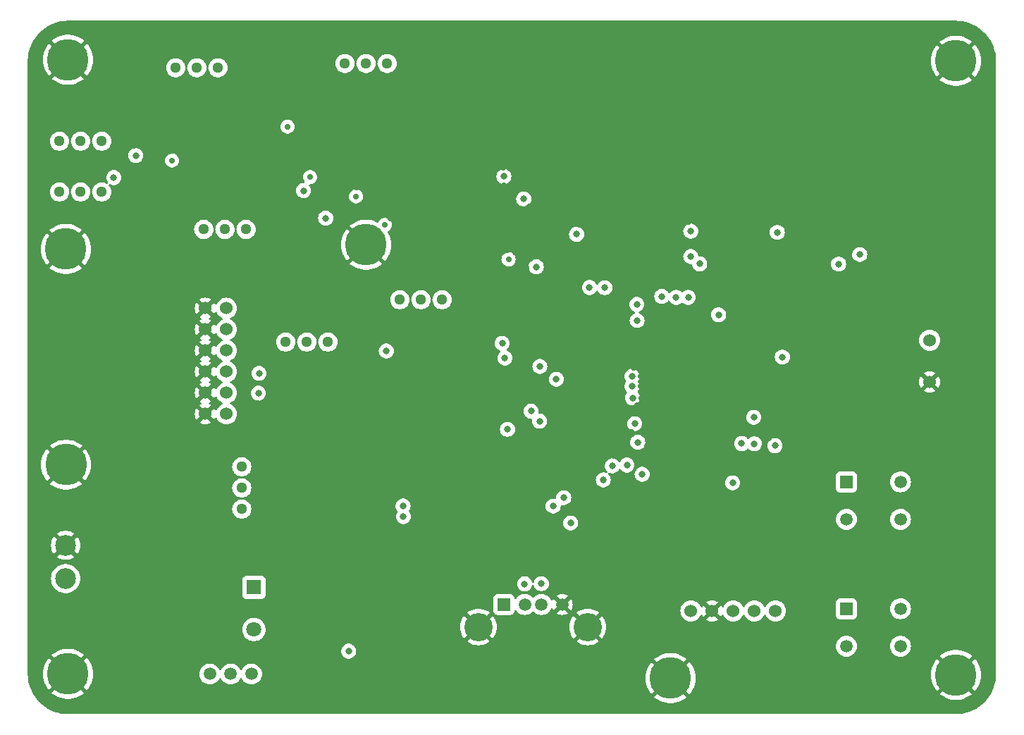
<source format=gbr>
%TF.GenerationSoftware,KiCad,Pcbnew,7.0.7*%
%TF.CreationDate,2024-06-01T18:58:37-04:00*%
%TF.ProjectId,Payload,5061796c-6f61-4642-9e6b-696361645f70,rev?*%
%TF.SameCoordinates,Original*%
%TF.FileFunction,Copper,L3,Inr*%
%TF.FilePolarity,Positive*%
%FSLAX46Y46*%
G04 Gerber Fmt 4.6, Leading zero omitted, Abs format (unit mm)*
G04 Created by KiCad (PCBNEW 7.0.7) date 2024-06-01 18:58:37*
%MOMM*%
%LPD*%
G01*
G04 APERTURE LIST*
%TA.AperFunction,ComponentPad*%
%ADD10C,5.000000*%
%TD*%
%TA.AperFunction,ComponentPad*%
%ADD11R,1.508000X1.508000*%
%TD*%
%TA.AperFunction,ComponentPad*%
%ADD12C,1.508000*%
%TD*%
%TA.AperFunction,ComponentPad*%
%ADD13C,1.295400*%
%TD*%
%TA.AperFunction,ComponentPad*%
%ADD14C,3.396000*%
%TD*%
%TA.AperFunction,ComponentPad*%
%ADD15C,1.524000*%
%TD*%
%TA.AperFunction,ComponentPad*%
%ADD16C,2.500000*%
%TD*%
%TA.AperFunction,ComponentPad*%
%ADD17R,1.800000X1.800000*%
%TD*%
%TA.AperFunction,ComponentPad*%
%ADD18C,1.800000*%
%TD*%
%TA.AperFunction,ViaPad*%
%ADD19C,0.700000*%
%TD*%
%TA.AperFunction,ViaPad*%
%ADD20C,0.800000*%
%TD*%
G04 APERTURE END LIST*
D10*
%TO.N,GND*%
%TO.C,H6*%
X99314000Y-65278000D03*
%TD*%
D11*
%TO.N,Net-(U1A-PD2)*%
%TO.C,SW1*%
X157024000Y-109002000D03*
D12*
%TO.N,N/C*%
X163524000Y-109002000D03*
X157024000Y-113502000D03*
%TO.N,+3.3V*%
X163524000Y-113502000D03*
%TD*%
D13*
%TO.N,Net-(U2-RGA)*%
%TO.C,RV1*%
X76454000Y-44005500D03*
%TO.N,Net-(U2-VOUTA)*%
X78994000Y-44005500D03*
X81534000Y-44005500D03*
%TD*%
D10*
%TO.N,GND*%
%TO.C,H4*%
X170180000Y-116949000D03*
%TD*%
%TO.N,GND*%
%TO.C,H8*%
X63271400Y-91701400D03*
%TD*%
D11*
%TO.N,Vusb*%
%TO.C,J1*%
X115880000Y-108484000D03*
D12*
%TO.N,USB_D-*%
X118380000Y-108484000D03*
%TO.N,USB_D+*%
X120380000Y-108484000D03*
%TO.N,GND*%
X122880000Y-108484000D03*
D14*
X112810000Y-111194000D03*
X125950000Y-111194000D03*
%TD*%
D13*
%TO.N,Net-(U6-VOUTB)*%
%TO.C,RV7*%
X108458000Y-71882000D03*
X105918000Y-71882000D03*
%TO.N,Net-(U6-RGB)*%
X103378000Y-71882000D03*
%TD*%
D15*
%TO.N,SG1_2*%
%TO.C,U14*%
X82550000Y-72898000D03*
%TO.N,SG3_4*%
X82550000Y-75438000D03*
%TO.N,SG5_6*%
X82550000Y-77978000D03*
%TO.N,Therm1*%
X82550000Y-80518000D03*
%TO.N,Therm2*%
X82550000Y-83058000D03*
%TO.N,Vibro1*%
X82550000Y-85598000D03*
%TO.N,GND*%
X80010000Y-72898000D03*
X80010000Y-75438000D03*
X80010000Y-77978000D03*
X80010000Y-80518000D03*
X80010000Y-83058000D03*
X80010000Y-85598000D03*
%TD*%
D10*
%TO.N,GND*%
%TO.C,H3*%
X170180000Y-43180000D03*
%TD*%
D13*
%TO.N,Net-(U6-VOUTA)*%
%TO.C,RV5*%
X101854000Y-43497500D03*
X99314000Y-43497500D03*
%TO.N,Net-(U6-RGA)*%
X96774000Y-43497500D03*
%TD*%
D15*
%TO.N,GND*%
%TO.C,Buzzer1*%
X167019874Y-81748000D03*
%TO.N,Buzz_on*%
X167019874Y-76748000D03*
%TD*%
D13*
%TO.N,Net-(U2-RGB)*%
%TO.C,RV4*%
X79820000Y-63423500D03*
%TO.N,Net-(U2-VOUTB)*%
X82360000Y-63423500D03*
X84900000Y-63423500D03*
%TD*%
D10*
%TO.N,GND*%
%TO.C,H1*%
X63500000Y-43035000D03*
%TD*%
D13*
%TO.N,SG3_4*%
%TO.C,RV6*%
X67564000Y-52832000D03*
X65024000Y-52832000D03*
%TO.N,+3.3V*%
X62484000Y-52832000D03*
%TD*%
%TO.N,SG5_6*%
%TO.C,RV8*%
X89662000Y-76962000D03*
X92202000Y-76962000D03*
%TO.N,+3.3V*%
X94742000Y-76962000D03*
%TD*%
%TO.N,SG1_2*%
%TO.C,RV3*%
X67564000Y-58928000D03*
X65024000Y-58928000D03*
%TO.N,+3.3V*%
X62484000Y-58928000D03*
%TD*%
D16*
%TO.N,GND*%
%TO.C,bornier1*%
X63222000Y-101378000D03*
%TO.N,Net-(F1-Pad1)*%
X63222000Y-105378000D03*
%TD*%
D10*
%TO.N,GND*%
%TO.C,H2*%
X63500000Y-116840000D03*
%TD*%
D12*
%TO.N,Net-(VR1-OUTPUT)*%
%TO.C,S1*%
X80558000Y-116840000D03*
%TO.N,+3.3V*%
X83058000Y-116840000D03*
%TO.N,Net-(U9-VOUT)*%
X85558000Y-116840000D03*
%TD*%
D10*
%TO.N,GND*%
%TO.C,H5*%
X63246000Y-65786000D03*
%TD*%
D13*
%TO.N,ADC123_INP10-Vibro2*%
%TO.C,RV2*%
X84391500Y-97028000D03*
X84391500Y-94488000D03*
%TO.N,Net-(U3-NEGA)*%
X84391500Y-91948000D03*
%TD*%
D11*
%TO.N,Net-(U1A-PD6)*%
%TO.C,SW2*%
X157024000Y-93762000D03*
D12*
%TO.N,N/C*%
X163524000Y-93762000D03*
X157024000Y-98262000D03*
%TO.N,+3.3V*%
X163524000Y-98262000D03*
%TD*%
D15*
%TO.N,SWDIO*%
%TO.C,Programming_pins1*%
X148501100Y-109258100D03*
%TO.N,SWCLK*%
X145961100Y-109258100D03*
%TO.N,SWO*%
X143421100Y-109258100D03*
%TO.N,GND*%
X140881100Y-109258100D03*
%TO.N,+3.3V*%
X138341100Y-109258100D03*
%TD*%
D17*
%TO.N,Net-(D2--)*%
%TO.C,D2*%
X85852000Y-106426000D03*
D18*
%TO.N,+3.3V*%
X85852000Y-111506000D03*
%TD*%
D10*
%TO.N,GND*%
%TO.C,H7*%
X135890000Y-117348000D03*
%TD*%
D19*
%TO.N,GND*%
X121310400Y-82346800D03*
X121437400Y-79146400D03*
X117246400Y-78765400D03*
X116865400Y-76708000D03*
X100482400Y-78079600D03*
X86360000Y-84328000D03*
X86334600Y-79502000D03*
X119354600Y-106807000D03*
X121361200Y-106730800D03*
X117119400Y-106019600D03*
X98196400Y-114884200D03*
X104825800Y-98882200D03*
X102946200Y-95580200D03*
X146703868Y-107384668D03*
X142163800Y-107848400D03*
X144703800Y-107848400D03*
X147269200Y-110693200D03*
X144729200Y-110794800D03*
X142189200Y-110718600D03*
X147675600Y-88569800D03*
X149733000Y-89916000D03*
X126492000Y-93522800D03*
X143662400Y-92659200D03*
X142621000Y-95046800D03*
X156159200Y-69113400D03*
X154584400Y-67640200D03*
X157581600Y-67513200D03*
X143611600Y-56692800D03*
X141554200Y-54610000D03*
X91414600Y-51130200D03*
X89865200Y-49733200D03*
X89865200Y-52451000D03*
X135966200Y-66751200D03*
X139496800Y-66192400D03*
X139471400Y-65024000D03*
X138074400Y-62560200D03*
X149225000Y-74422000D03*
X140131800Y-72796400D03*
X142646400Y-74625200D03*
X140766800Y-74650600D03*
X137490200Y-72872600D03*
X135636000Y-72593200D03*
X133375400Y-74574400D03*
X131851400Y-75768200D03*
X132816600Y-73380600D03*
X133451600Y-72212200D03*
X129057400Y-69113400D03*
X127232347Y-71725852D03*
X124993400Y-71348600D03*
X125018800Y-69443600D03*
X124358400Y-65659000D03*
X124968000Y-62839600D03*
X120751600Y-68656200D03*
X118618000Y-68046600D03*
X115849400Y-68046600D03*
X116332000Y-65963800D03*
X118922800Y-60655200D03*
X116992400Y-59309000D03*
X115773200Y-56007000D03*
X115900200Y-58166000D03*
X102235000Y-62128400D03*
X96875600Y-59207400D03*
X95707200Y-61544200D03*
X93218000Y-61976000D03*
X91262200Y-59842400D03*
X90830400Y-57962800D03*
X92557600Y-55854600D03*
X76022200Y-56540400D03*
X77292200Y-55168800D03*
X71450200Y-56362600D03*
X67868800Y-56667400D03*
X69900800Y-58343800D03*
X71424800Y-53365400D03*
X124129800Y-99923600D03*
X121716800Y-97917000D03*
X120497600Y-96443800D03*
X132105400Y-94056200D03*
X129108200Y-90678000D03*
X127584200Y-92354400D03*
X133045200Y-89484200D03*
X131191000Y-87757000D03*
X131851400Y-84556600D03*
X144170400Y-87782400D03*
X142951200Y-89052400D03*
X145948400Y-87528400D03*
X145872200Y-84658200D03*
X133070600Y-86893400D03*
X132384800Y-83718400D03*
X132283200Y-82296000D03*
X132334000Y-81102200D03*
X131470400Y-80086200D03*
X118745000Y-86690200D03*
X118084600Y-84302600D03*
X116306600Y-86055200D03*
X111175800Y-58420000D03*
X130911600Y-75158600D03*
X123723400Y-89408000D03*
X86360000Y-52832000D03*
X103047800Y-91135200D03*
X123952000Y-41910000D03*
X94488000Y-48260000D03*
X127800000Y-80200000D03*
X86029800Y-71907400D03*
X113868200Y-68732400D03*
X143103600Y-68046600D03*
X95478600Y-104876600D03*
X75692000Y-54102000D03*
X159867600Y-66979800D03*
X73400000Y-102200000D03*
X152800000Y-80600000D03*
X120142000Y-90862150D03*
X147600000Y-93200000D03*
X93649800Y-118618000D03*
X98196400Y-58420000D03*
X146583400Y-41808400D03*
X105283000Y-60502800D03*
X98882200Y-88595200D03*
X124104400Y-93014800D03*
X78232000Y-54102000D03*
X128981200Y-97282000D03*
X84428500Y-55832500D03*
X148996400Y-57683400D03*
X134620000Y-41757600D03*
X90068400Y-65405000D03*
X102692200Y-84683600D03*
X107111800Y-58470800D03*
X153000000Y-73400000D03*
X103600000Y-108000000D03*
X113436400Y-52603400D03*
X103632000Y-77952600D03*
X147000000Y-67800000D03*
X135400000Y-93200000D03*
X133200000Y-68000000D03*
X103530400Y-99288600D03*
X152800000Y-86000000D03*
X127533400Y-72796400D03*
X139400000Y-93200000D03*
X123647200Y-97536000D03*
X125044200Y-87731600D03*
X140004800Y-71602600D03*
X88200000Y-101600000D03*
%TO.N,/circuits_capteurs/Suiveur*%
X89865200Y-51079400D03*
X116433600Y-67030600D03*
X98120200Y-59461400D03*
X101574600Y-62890400D03*
D20*
%TO.N,+1V8*%
X123063000Y-95656400D03*
X101752400Y-78028800D03*
%TO.N,/circuits_capteurs/Suiveur1*%
X118262400Y-59766200D03*
X91795600Y-58775600D03*
%TO.N,ADC1_INP16-Therm2*%
X116001800Y-78892400D03*
X126161800Y-70408800D03*
%TO.N,USB_D-*%
X144449800Y-89154000D03*
X118364000Y-106019600D03*
%TO.N,USB_D+*%
X145948400Y-89179400D03*
X120370600Y-105994200D03*
%TO.N,SWCLK*%
X148437600Y-89408000D03*
%TO.N,SWO*%
X149326600Y-78765400D03*
%TO.N,Net-(U1A-PC0)*%
X134848600Y-71475600D03*
X115671600Y-77114400D03*
%TO.N,Net-(U1A-PA2)*%
X131851400Y-72440800D03*
X127990600Y-70434200D03*
%TO.N,Net-(U1A-PA3)*%
X131876800Y-74371200D03*
X124612400Y-64008000D03*
%TO.N,ADC12_INP18-SG5.6*%
X119761000Y-67919600D03*
X115874800Y-57073800D03*
%TO.N,SCK*%
X128905000Y-91821000D03*
X130657600Y-91744800D03*
%TO.N,MOSI*%
X132486400Y-92837000D03*
X127812800Y-93522800D03*
D19*
%TO.N,/circuits_capteurs/IN-*%
X92583000Y-57150000D03*
X76022200Y-55143400D03*
D20*
%TO.N,Net-(U6-RGB)*%
X94462600Y-62077600D03*
%TO.N,USB_check*%
X97231200Y-114096800D03*
X143357600Y-93878400D03*
%TO.N,QUADSPI_BK1_IO3*%
X156083000Y-67589400D03*
X141681200Y-73685400D03*
%TO.N,QUADSPI_BK1_IO2*%
X138023600Y-71602600D03*
X158623000Y-66446400D03*
%TO.N,QUADSPI_BK1_IO0*%
X139395200Y-67564000D03*
X148717000Y-63779400D03*
%TO.N,QUADSPI_BK1_IO1*%
X138328400Y-66675000D03*
X138328400Y-63627000D03*
%TO.N,QUADSPI_CLK*%
X120192800Y-79883000D03*
X136575800Y-71602600D03*
%TO.N,QUADSPI_BK2_IO0*%
X131267200Y-81076800D03*
X122174000Y-81432400D03*
%TO.N,QUADSPI_BK2_IO1*%
X131267200Y-82270600D03*
X119151400Y-85267800D03*
%TO.N,QUADSPI_BK2_IO2*%
X120167400Y-86461600D03*
X131343400Y-83667600D03*
%TO.N,InteruptionMPU*%
X123901200Y-98704400D03*
X131597400Y-86766400D03*
%TO.N,MISO*%
X121793000Y-96672400D03*
X131953000Y-89001600D03*
%TO.N,QUADSPI_BK2_NCS*%
X145897600Y-86004400D03*
X116306600Y-87452200D03*
%TO.N,Therm1*%
X103759000Y-96647000D03*
X86461600Y-80721200D03*
%TO.N,Therm2*%
X86385400Y-83108800D03*
X103809800Y-97917000D03*
%TO.N,SG1_2*%
X69011800Y-57200800D03*
X71653400Y-54552500D03*
%TD*%
%TA.AperFunction,Conductor*%
%TO.N,GND*%
G36*
X80618258Y-83313151D02*
G01*
X80624738Y-83319184D01*
X81061741Y-83756187D01*
X81061742Y-83756186D01*
X81107093Y-83691420D01*
X81107100Y-83691408D01*
X81167342Y-83562219D01*
X81213514Y-83509779D01*
X81280707Y-83490627D01*
X81347588Y-83510842D01*
X81392106Y-83562219D01*
X81452464Y-83691658D01*
X81452468Y-83691666D01*
X81579170Y-83872615D01*
X81579175Y-83872621D01*
X81735378Y-84028824D01*
X81735384Y-84028829D01*
X81916333Y-84155531D01*
X81916335Y-84155532D01*
X81916338Y-84155534D01*
X82035748Y-84211215D01*
X82045189Y-84215618D01*
X82097628Y-84261790D01*
X82116780Y-84328984D01*
X82096564Y-84395865D01*
X82045189Y-84440382D01*
X81916340Y-84500465D01*
X81916338Y-84500466D01*
X81735377Y-84627175D01*
X81579175Y-84783377D01*
X81452467Y-84964337D01*
X81452466Y-84964339D01*
X81452348Y-84964593D01*
X81392105Y-85093782D01*
X81345932Y-85146221D01*
X81278738Y-85165372D01*
X81211857Y-85145156D01*
X81167341Y-85093780D01*
X81107100Y-84964593D01*
X81107099Y-84964591D01*
X81061740Y-84899811D01*
X80624738Y-85336814D01*
X80563415Y-85370299D01*
X80493723Y-85365315D01*
X80437790Y-85323443D01*
X80432742Y-85316173D01*
X80397870Y-85261911D01*
X80397865Y-85261907D01*
X80349789Y-85220248D01*
X80281361Y-85160954D01*
X80243588Y-85102176D01*
X80243588Y-85032306D01*
X80274884Y-84979561D01*
X80708187Y-84546258D01*
X80643409Y-84500900D01*
X80643407Y-84500899D01*
X80513627Y-84440382D01*
X80461187Y-84394210D01*
X80442035Y-84327017D01*
X80462251Y-84260135D01*
X80513627Y-84215618D01*
X80643408Y-84155100D01*
X80643420Y-84155093D01*
X80708186Y-84109742D01*
X80708187Y-84109740D01*
X80274884Y-83676437D01*
X80241399Y-83615114D01*
X80246383Y-83545422D01*
X80281362Y-83495043D01*
X80287465Y-83489753D01*
X80287470Y-83489752D01*
X80397869Y-83394090D01*
X80432742Y-83339825D01*
X80485544Y-83294071D01*
X80554702Y-83284127D01*
X80618258Y-83313151D01*
G37*
%TD.AperFunction*%
%TA.AperFunction,Conductor*%
G36*
X80618258Y-80773151D02*
G01*
X80624738Y-80779184D01*
X81061741Y-81216187D01*
X81061742Y-81216186D01*
X81107093Y-81151420D01*
X81107100Y-81151408D01*
X81167342Y-81022219D01*
X81213514Y-80969779D01*
X81280707Y-80950627D01*
X81347588Y-80970842D01*
X81392106Y-81022219D01*
X81452464Y-81151658D01*
X81452468Y-81151666D01*
X81579170Y-81332615D01*
X81579175Y-81332621D01*
X81735378Y-81488824D01*
X81735384Y-81488829D01*
X81916333Y-81615531D01*
X81916335Y-81615532D01*
X81916338Y-81615534D01*
X81997064Y-81653177D01*
X82045189Y-81675618D01*
X82097628Y-81721790D01*
X82116780Y-81788984D01*
X82096564Y-81855865D01*
X82045189Y-81900382D01*
X81916340Y-81960465D01*
X81916338Y-81960466D01*
X81735377Y-82087175D01*
X81579175Y-82243377D01*
X81452467Y-82424337D01*
X81452466Y-82424339D01*
X81452348Y-82424593D01*
X81392105Y-82553782D01*
X81345932Y-82606221D01*
X81278738Y-82625372D01*
X81211857Y-82605156D01*
X81167341Y-82553780D01*
X81107100Y-82424593D01*
X81107099Y-82424591D01*
X81061740Y-82359811D01*
X80624738Y-82796814D01*
X80563415Y-82830299D01*
X80493723Y-82825315D01*
X80437790Y-82783443D01*
X80432742Y-82776173D01*
X80397870Y-82721911D01*
X80397865Y-82721907D01*
X80302045Y-82638877D01*
X80281361Y-82620954D01*
X80243588Y-82562176D01*
X80243588Y-82492306D01*
X80274884Y-82439561D01*
X80708187Y-82006258D01*
X80643409Y-81960900D01*
X80643407Y-81960899D01*
X80513627Y-81900382D01*
X80461187Y-81854210D01*
X80442035Y-81787017D01*
X80462251Y-81720135D01*
X80513627Y-81675618D01*
X80643408Y-81615100D01*
X80643420Y-81615093D01*
X80708186Y-81569742D01*
X80708187Y-81569740D01*
X80274884Y-81136437D01*
X80241399Y-81075114D01*
X80246383Y-81005422D01*
X80281362Y-80955043D01*
X80287465Y-80949753D01*
X80287470Y-80949752D01*
X80397869Y-80854090D01*
X80432742Y-80799825D01*
X80485544Y-80754071D01*
X80554702Y-80744127D01*
X80618258Y-80773151D01*
G37*
%TD.AperFunction*%
%TA.AperFunction,Conductor*%
G36*
X80618258Y-78233151D02*
G01*
X80624738Y-78239184D01*
X81061741Y-78676187D01*
X81061742Y-78676186D01*
X81107093Y-78611420D01*
X81107100Y-78611408D01*
X81167342Y-78482219D01*
X81213514Y-78429779D01*
X81280707Y-78410627D01*
X81347588Y-78430842D01*
X81392106Y-78482219D01*
X81452464Y-78611658D01*
X81452468Y-78611666D01*
X81579170Y-78792615D01*
X81579175Y-78792621D01*
X81735378Y-78948824D01*
X81735384Y-78948829D01*
X81916333Y-79075531D01*
X81916335Y-79075532D01*
X81916338Y-79075534D01*
X81966342Y-79098851D01*
X82045189Y-79135618D01*
X82097628Y-79181790D01*
X82116780Y-79248984D01*
X82096564Y-79315865D01*
X82045189Y-79360382D01*
X81916340Y-79420465D01*
X81916338Y-79420466D01*
X81735377Y-79547175D01*
X81579175Y-79703377D01*
X81452467Y-79884337D01*
X81452466Y-79884339D01*
X81452348Y-79884593D01*
X81392105Y-80013782D01*
X81345932Y-80066221D01*
X81278738Y-80085372D01*
X81211857Y-80065156D01*
X81167341Y-80013780D01*
X81107100Y-79884593D01*
X81107099Y-79884591D01*
X81061740Y-79819811D01*
X80624738Y-80256814D01*
X80563415Y-80290299D01*
X80493723Y-80285315D01*
X80437790Y-80243443D01*
X80432742Y-80236173D01*
X80397870Y-80181911D01*
X80397865Y-80181907D01*
X80372577Y-80159994D01*
X80281361Y-80080954D01*
X80243588Y-80022176D01*
X80243588Y-79952306D01*
X80274884Y-79899561D01*
X80708187Y-79466258D01*
X80643409Y-79420900D01*
X80643407Y-79420899D01*
X80513627Y-79360382D01*
X80461187Y-79314210D01*
X80442035Y-79247017D01*
X80462251Y-79180135D01*
X80513627Y-79135618D01*
X80643408Y-79075100D01*
X80643420Y-79075093D01*
X80708186Y-79029742D01*
X80708187Y-79029740D01*
X80274884Y-78596437D01*
X80241399Y-78535114D01*
X80246383Y-78465422D01*
X80281362Y-78415043D01*
X80287465Y-78409753D01*
X80287470Y-78409752D01*
X80397869Y-78314090D01*
X80432742Y-78259825D01*
X80485544Y-78214071D01*
X80554702Y-78204127D01*
X80618258Y-78233151D01*
G37*
%TD.AperFunction*%
%TA.AperFunction,Conductor*%
G36*
X80618258Y-75693151D02*
G01*
X80624738Y-75699184D01*
X81061741Y-76136187D01*
X81061742Y-76136186D01*
X81107093Y-76071420D01*
X81107100Y-76071408D01*
X81167342Y-75942219D01*
X81213514Y-75889779D01*
X81280707Y-75870627D01*
X81347588Y-75890842D01*
X81392106Y-75942219D01*
X81452464Y-76071658D01*
X81452468Y-76071666D01*
X81579170Y-76252615D01*
X81579175Y-76252621D01*
X81735378Y-76408824D01*
X81735384Y-76408829D01*
X81916333Y-76535531D01*
X81916335Y-76535532D01*
X81916338Y-76535534D01*
X82016380Y-76582184D01*
X82045189Y-76595618D01*
X82097628Y-76641790D01*
X82116780Y-76708984D01*
X82096564Y-76775865D01*
X82045189Y-76820382D01*
X81916340Y-76880465D01*
X81916338Y-76880466D01*
X81735377Y-77007175D01*
X81579175Y-77163377D01*
X81481650Y-77302659D01*
X81452466Y-77344339D01*
X81452348Y-77344593D01*
X81392105Y-77473782D01*
X81345932Y-77526221D01*
X81278738Y-77545372D01*
X81211857Y-77525156D01*
X81167341Y-77473780D01*
X81107100Y-77344593D01*
X81107099Y-77344591D01*
X81061740Y-77279811D01*
X80624738Y-77716814D01*
X80563415Y-77750299D01*
X80493723Y-77745315D01*
X80437790Y-77703443D01*
X80432742Y-77696173D01*
X80397870Y-77641911D01*
X80397865Y-77641907D01*
X80313770Y-77569037D01*
X80281361Y-77540954D01*
X80243588Y-77482176D01*
X80243588Y-77412306D01*
X80274884Y-77359561D01*
X80708187Y-76926258D01*
X80643409Y-76880900D01*
X80643407Y-76880899D01*
X80513627Y-76820382D01*
X80461187Y-76774210D01*
X80442035Y-76707017D01*
X80462251Y-76640135D01*
X80513627Y-76595618D01*
X80643408Y-76535100D01*
X80643420Y-76535093D01*
X80708186Y-76489742D01*
X80708187Y-76489740D01*
X80274884Y-76056437D01*
X80241399Y-75995114D01*
X80246383Y-75925422D01*
X80281362Y-75875043D01*
X80287465Y-75869753D01*
X80287470Y-75869752D01*
X80397869Y-75774090D01*
X80432742Y-75719825D01*
X80485544Y-75674071D01*
X80554702Y-75664127D01*
X80618258Y-75693151D01*
G37*
%TD.AperFunction*%
%TA.AperFunction,Conductor*%
G36*
X80618258Y-73153151D02*
G01*
X80624738Y-73159184D01*
X81061741Y-73596187D01*
X81061742Y-73596186D01*
X81107093Y-73531420D01*
X81107100Y-73531408D01*
X81167342Y-73402219D01*
X81213514Y-73349779D01*
X81280707Y-73330627D01*
X81347588Y-73350842D01*
X81392106Y-73402219D01*
X81452464Y-73531658D01*
X81452468Y-73531666D01*
X81579170Y-73712615D01*
X81579175Y-73712621D01*
X81735378Y-73868824D01*
X81735384Y-73868829D01*
X81916333Y-73995531D01*
X81916335Y-73995532D01*
X81916338Y-73995534D01*
X82035748Y-74051215D01*
X82045189Y-74055618D01*
X82097628Y-74101790D01*
X82116780Y-74168984D01*
X82096564Y-74235865D01*
X82045189Y-74280382D01*
X81916340Y-74340465D01*
X81916338Y-74340466D01*
X81735377Y-74467175D01*
X81579175Y-74623377D01*
X81452467Y-74804337D01*
X81452466Y-74804339D01*
X81452348Y-74804593D01*
X81392105Y-74933782D01*
X81345932Y-74986221D01*
X81278738Y-75005372D01*
X81211857Y-74985156D01*
X81167341Y-74933780D01*
X81107100Y-74804593D01*
X81107099Y-74804591D01*
X81061740Y-74739811D01*
X80624738Y-75176814D01*
X80563415Y-75210299D01*
X80493723Y-75205315D01*
X80437790Y-75163443D01*
X80432742Y-75156173D01*
X80397870Y-75101911D01*
X80397865Y-75101907D01*
X80372577Y-75079994D01*
X80281361Y-75000954D01*
X80243588Y-74942176D01*
X80243588Y-74872306D01*
X80274884Y-74819561D01*
X80708187Y-74386258D01*
X80643409Y-74340900D01*
X80643407Y-74340899D01*
X80513627Y-74280382D01*
X80461187Y-74234210D01*
X80442035Y-74167017D01*
X80462251Y-74100135D01*
X80513627Y-74055618D01*
X80643408Y-73995100D01*
X80643420Y-73995093D01*
X80708186Y-73949742D01*
X80708187Y-73949740D01*
X80274884Y-73516437D01*
X80241399Y-73455114D01*
X80246383Y-73385422D01*
X80281362Y-73335043D01*
X80287465Y-73329753D01*
X80287470Y-73329752D01*
X80397869Y-73234090D01*
X80432742Y-73179825D01*
X80485544Y-73134071D01*
X80554702Y-73124127D01*
X80618258Y-73153151D01*
G37*
%TD.AperFunction*%
%TA.AperFunction,Conductor*%
G36*
X170598236Y-38368760D02*
G01*
X170603589Y-38369229D01*
X171015967Y-38423519D01*
X171021268Y-38424454D01*
X171427335Y-38514477D01*
X171432525Y-38515867D01*
X171829209Y-38640941D01*
X171834286Y-38642789D01*
X172218552Y-38801958D01*
X172223422Y-38804229D01*
X172592371Y-38996291D01*
X172597020Y-38998976D01*
X172947809Y-39222454D01*
X172952231Y-39225550D01*
X173282197Y-39478741D01*
X173286342Y-39482220D01*
X173558881Y-39731957D01*
X173592975Y-39763198D01*
X173596801Y-39767024D01*
X173877779Y-40073657D01*
X173881258Y-40077802D01*
X174134449Y-40407768D01*
X174137548Y-40412194D01*
X174361018Y-40762972D01*
X174363712Y-40767635D01*
X174542514Y-41111112D01*
X174555761Y-41136559D01*
X174558045Y-41141457D01*
X174599138Y-41240664D01*
X174717208Y-41525709D01*
X174719059Y-41530794D01*
X174759077Y-41657715D01*
X174831801Y-41888366D01*
X174844125Y-41927450D01*
X174845525Y-41932677D01*
X174935543Y-42338725D01*
X174936483Y-42344054D01*
X174990768Y-42756393D01*
X174991240Y-42761784D01*
X175009500Y-43179999D01*
X175009500Y-116840000D01*
X174991240Y-117258215D01*
X174990768Y-117263606D01*
X174936483Y-117675945D01*
X174935543Y-117681274D01*
X174845525Y-118087322D01*
X174844125Y-118092549D01*
X174719059Y-118489205D01*
X174717208Y-118494290D01*
X174558048Y-118878536D01*
X174555760Y-118883440D01*
X174427029Y-119130734D01*
X174363719Y-119252351D01*
X174361013Y-119257037D01*
X174137553Y-119607798D01*
X174134449Y-119612231D01*
X173881258Y-119942197D01*
X173877779Y-119946342D01*
X173596801Y-120252975D01*
X173592975Y-120256801D01*
X173286342Y-120537779D01*
X173282197Y-120541258D01*
X172952231Y-120794449D01*
X172947798Y-120797553D01*
X172597037Y-121021013D01*
X172592351Y-121023719D01*
X172223440Y-121215761D01*
X172218536Y-121218048D01*
X171834290Y-121377208D01*
X171829205Y-121379059D01*
X171432549Y-121504125D01*
X171427322Y-121505525D01*
X171021274Y-121595543D01*
X171015945Y-121596483D01*
X170603606Y-121650768D01*
X170598215Y-121651240D01*
X170180000Y-121669500D01*
X63500000Y-121669500D01*
X63081784Y-121651240D01*
X63076393Y-121650768D01*
X62870223Y-121623625D01*
X62664051Y-121596482D01*
X62658725Y-121595543D01*
X62252677Y-121505525D01*
X62247458Y-121504127D01*
X62061218Y-121445405D01*
X61850794Y-121379059D01*
X61845709Y-121377208D01*
X61625171Y-121285858D01*
X61461457Y-121218045D01*
X61456567Y-121215765D01*
X61087635Y-121023712D01*
X61082972Y-121021018D01*
X60732194Y-120797548D01*
X60727768Y-120794449D01*
X60397802Y-120541258D01*
X60393657Y-120537779D01*
X60087024Y-120256801D01*
X60083198Y-120252975D01*
X59802220Y-119946342D01*
X59798741Y-119942197D01*
X59710991Y-119827839D01*
X59545548Y-119612228D01*
X59542454Y-119607809D01*
X59318976Y-119257020D01*
X59316291Y-119252371D01*
X59124229Y-118883422D01*
X59121958Y-118878552D01*
X58962789Y-118494286D01*
X58960940Y-118489205D01*
X58956248Y-118474323D01*
X58835867Y-118092525D01*
X58834477Y-118087335D01*
X58744454Y-117681268D01*
X58743519Y-117675967D01*
X58689229Y-117263589D01*
X58688760Y-117258236D01*
X58670500Y-116840000D01*
X60494916Y-116840000D01*
X60515235Y-117188869D01*
X60515236Y-117188880D01*
X60575914Y-117533002D01*
X60575916Y-117533011D01*
X60676145Y-117867800D01*
X60814555Y-118188670D01*
X60814561Y-118188683D01*
X60989289Y-118491322D01*
X61197972Y-118771631D01*
X61197976Y-118771636D01*
X61206147Y-118780297D01*
X61206148Y-118780298D01*
X61821328Y-118165118D01*
X61882651Y-118131633D01*
X61952342Y-118136617D01*
X61996690Y-118165118D01*
X62174880Y-118343308D01*
X62208365Y-118404631D01*
X62203381Y-118474323D01*
X62174880Y-118518670D01*
X61562817Y-119130732D01*
X61562818Y-119130734D01*
X61705480Y-119250442D01*
X61997461Y-119442480D01*
X62309739Y-119599314D01*
X62309745Y-119599316D01*
X62638130Y-119718838D01*
X62638133Y-119718839D01*
X62978171Y-119799429D01*
X63325276Y-119839999D01*
X63325277Y-119840000D01*
X63674723Y-119840000D01*
X63674723Y-119839999D01*
X64021827Y-119799429D01*
X64021829Y-119799429D01*
X64361866Y-119718839D01*
X64361869Y-119718838D01*
X64690254Y-119599316D01*
X64690260Y-119599314D01*
X65002538Y-119442480D01*
X65294515Y-119250445D01*
X65437180Y-119130734D01*
X65437181Y-119130733D01*
X64825118Y-118518671D01*
X64791633Y-118457348D01*
X64796617Y-118387657D01*
X64825118Y-118343309D01*
X65003309Y-118165118D01*
X65064632Y-118131633D01*
X65134324Y-118136617D01*
X65178671Y-118165118D01*
X65793850Y-118780297D01*
X65802032Y-118771625D01*
X66010710Y-118491322D01*
X66185438Y-118188683D01*
X66185444Y-118188670D01*
X66323854Y-117867800D01*
X66424083Y-117533011D01*
X66424085Y-117533002D01*
X66484763Y-117188880D01*
X66484764Y-117188869D01*
X66505084Y-116840000D01*
X79298708Y-116840000D01*
X79317838Y-117058668D01*
X79317839Y-117058675D01*
X79334240Y-117119885D01*
X79374653Y-117270703D01*
X79374654Y-117270706D01*
X79374655Y-117270708D01*
X79467419Y-117469642D01*
X79467423Y-117469650D01*
X79593322Y-117649452D01*
X79593327Y-117649458D01*
X79748541Y-117804672D01*
X79748547Y-117804677D01*
X79928349Y-117930576D01*
X79928351Y-117930577D01*
X79928354Y-117930579D01*
X80127297Y-118023347D01*
X80339326Y-118080161D01*
X80495521Y-118093826D01*
X80557998Y-118099292D01*
X80558000Y-118099292D01*
X80558002Y-118099292D01*
X80612668Y-118094509D01*
X80776674Y-118080161D01*
X80988703Y-118023347D01*
X81187646Y-117930579D01*
X81367457Y-117804674D01*
X81522674Y-117649457D01*
X81648579Y-117469646D01*
X81695617Y-117368770D01*
X81741790Y-117316330D01*
X81808983Y-117297178D01*
X81875865Y-117317393D01*
X81920382Y-117368770D01*
X81967419Y-117469642D01*
X81967423Y-117469650D01*
X82093322Y-117649452D01*
X82093327Y-117649458D01*
X82248541Y-117804672D01*
X82248547Y-117804677D01*
X82428349Y-117930576D01*
X82428351Y-117930577D01*
X82428354Y-117930579D01*
X82627297Y-118023347D01*
X82839326Y-118080161D01*
X82995521Y-118093826D01*
X83057998Y-118099292D01*
X83058000Y-118099292D01*
X83058002Y-118099292D01*
X83112668Y-118094509D01*
X83276674Y-118080161D01*
X83488703Y-118023347D01*
X83687646Y-117930579D01*
X83867457Y-117804674D01*
X84022674Y-117649457D01*
X84148579Y-117469646D01*
X84195617Y-117368770D01*
X84241790Y-117316330D01*
X84308983Y-117297178D01*
X84375865Y-117317393D01*
X84420382Y-117368770D01*
X84467419Y-117469642D01*
X84467423Y-117469650D01*
X84593322Y-117649452D01*
X84593327Y-117649458D01*
X84748541Y-117804672D01*
X84748547Y-117804677D01*
X84928349Y-117930576D01*
X84928351Y-117930577D01*
X84928354Y-117930579D01*
X85127297Y-118023347D01*
X85339326Y-118080161D01*
X85495521Y-118093826D01*
X85557998Y-118099292D01*
X85558000Y-118099292D01*
X85558002Y-118099292D01*
X85612668Y-118094509D01*
X85776674Y-118080161D01*
X85988703Y-118023347D01*
X86187646Y-117930579D01*
X86367457Y-117804674D01*
X86522674Y-117649457D01*
X86648579Y-117469646D01*
X86705302Y-117348003D01*
X132884916Y-117348003D01*
X132905235Y-117696869D01*
X132905236Y-117696880D01*
X132965914Y-118041002D01*
X132965916Y-118041011D01*
X133066145Y-118375800D01*
X133204555Y-118696670D01*
X133204561Y-118696683D01*
X133379289Y-118999322D01*
X133587972Y-119279631D01*
X133587976Y-119279636D01*
X133596147Y-119288297D01*
X133596148Y-119288298D01*
X134211328Y-118673118D01*
X134272651Y-118639633D01*
X134342342Y-118644617D01*
X134386690Y-118673118D01*
X134564880Y-118851308D01*
X134598365Y-118912631D01*
X134593381Y-118982323D01*
X134564880Y-119026670D01*
X133952817Y-119638732D01*
X133952818Y-119638734D01*
X134095480Y-119758442D01*
X134387461Y-119950480D01*
X134699739Y-120107314D01*
X134699745Y-120107316D01*
X135028130Y-120226838D01*
X135028133Y-120226839D01*
X135368171Y-120307429D01*
X135715276Y-120347999D01*
X135715277Y-120348000D01*
X136064723Y-120348000D01*
X136064723Y-120347999D01*
X136411827Y-120307429D01*
X136411829Y-120307429D01*
X136751866Y-120226839D01*
X136751869Y-120226838D01*
X137080254Y-120107316D01*
X137080260Y-120107314D01*
X137392538Y-119950480D01*
X137684515Y-119758445D01*
X137827180Y-119638734D01*
X137827181Y-119638733D01*
X137215118Y-119026671D01*
X137181633Y-118965348D01*
X137186617Y-118895657D01*
X137215118Y-118851309D01*
X137393309Y-118673118D01*
X137454632Y-118639633D01*
X137524324Y-118644617D01*
X137568671Y-118673118D01*
X138183850Y-119288297D01*
X138192032Y-119279625D01*
X138400710Y-118999322D01*
X138575438Y-118696683D01*
X138575444Y-118696670D01*
X138713854Y-118375800D01*
X138814083Y-118041011D01*
X138814085Y-118041002D01*
X138874763Y-117696880D01*
X138874764Y-117696869D01*
X138895084Y-117348003D01*
X138895084Y-117347996D01*
X138874764Y-116999130D01*
X138874763Y-116999119D01*
X138865926Y-116949003D01*
X167174916Y-116949003D01*
X167195235Y-117297869D01*
X167195236Y-117297880D01*
X167255914Y-117642002D01*
X167255916Y-117642011D01*
X167356145Y-117976800D01*
X167494555Y-118297670D01*
X167494561Y-118297683D01*
X167669289Y-118600322D01*
X167877972Y-118880631D01*
X167877976Y-118880636D01*
X167886147Y-118889297D01*
X167886148Y-118889298D01*
X168501328Y-118274118D01*
X168562651Y-118240633D01*
X168632342Y-118245617D01*
X168676690Y-118274118D01*
X168854880Y-118452308D01*
X168888365Y-118513631D01*
X168883381Y-118583323D01*
X168854880Y-118627670D01*
X168242817Y-119239732D01*
X168242818Y-119239734D01*
X168385480Y-119359442D01*
X168677461Y-119551480D01*
X168989739Y-119708314D01*
X168989745Y-119708316D01*
X169318130Y-119827838D01*
X169318133Y-119827839D01*
X169658171Y-119908429D01*
X170005276Y-119948999D01*
X170005277Y-119949000D01*
X170354723Y-119949000D01*
X170354723Y-119948999D01*
X170701827Y-119908429D01*
X170701829Y-119908429D01*
X171041866Y-119827839D01*
X171041869Y-119827838D01*
X171370254Y-119708316D01*
X171370260Y-119708314D01*
X171682538Y-119551480D01*
X171974515Y-119359445D01*
X172117180Y-119239734D01*
X172117181Y-119239733D01*
X171505118Y-118627671D01*
X171471633Y-118566348D01*
X171476617Y-118496657D01*
X171505118Y-118452309D01*
X171683309Y-118274118D01*
X171744632Y-118240633D01*
X171814324Y-118245617D01*
X171858671Y-118274118D01*
X172473850Y-118889297D01*
X172482032Y-118880625D01*
X172690710Y-118600322D01*
X172865438Y-118297683D01*
X172865444Y-118297670D01*
X173003854Y-117976800D01*
X173104083Y-117642011D01*
X173104085Y-117642002D01*
X173164763Y-117297880D01*
X173164764Y-117297869D01*
X173185084Y-116949003D01*
X173185084Y-116948996D01*
X173164764Y-116600130D01*
X173164763Y-116600119D01*
X173104085Y-116255997D01*
X173104083Y-116255988D01*
X173003854Y-115921199D01*
X172865444Y-115600329D01*
X172865435Y-115600311D01*
X172690710Y-115297677D01*
X172482029Y-115017371D01*
X172473850Y-115008701D01*
X172473849Y-115008700D01*
X171858670Y-115623880D01*
X171797347Y-115657365D01*
X171727655Y-115652381D01*
X171683308Y-115623880D01*
X171505118Y-115445690D01*
X171471633Y-115384367D01*
X171476617Y-115314675D01*
X171505118Y-115270328D01*
X172117181Y-114658265D01*
X172117180Y-114658264D01*
X171974519Y-114538557D01*
X171682538Y-114346519D01*
X171370260Y-114189685D01*
X171370254Y-114189683D01*
X171041869Y-114070161D01*
X171041866Y-114070160D01*
X170701828Y-113989570D01*
X170354723Y-113949000D01*
X170005277Y-113949000D01*
X169658172Y-113989570D01*
X169658170Y-113989570D01*
X169318133Y-114070160D01*
X169318130Y-114070161D01*
X168989745Y-114189683D01*
X168989739Y-114189685D01*
X168677461Y-114346519D01*
X168385485Y-114538554D01*
X168242817Y-114658264D01*
X168854881Y-115270328D01*
X168888366Y-115331651D01*
X168883382Y-115401343D01*
X168854881Y-115445690D01*
X168676690Y-115623881D01*
X168615367Y-115657366D01*
X168545675Y-115652382D01*
X168501328Y-115623881D01*
X167886148Y-115008701D01*
X167886146Y-115008701D01*
X167877973Y-115017366D01*
X167669289Y-115297677D01*
X167494565Y-115600311D01*
X167494555Y-115600329D01*
X167356145Y-115921199D01*
X167255916Y-116255988D01*
X167255914Y-116255997D01*
X167195236Y-116600119D01*
X167195235Y-116600130D01*
X167174916Y-116948996D01*
X167174916Y-116949003D01*
X138865926Y-116949003D01*
X138814085Y-116654997D01*
X138814083Y-116654988D01*
X138713854Y-116320199D01*
X138575444Y-115999329D01*
X138575438Y-115999316D01*
X138400710Y-115696677D01*
X138192029Y-115416371D01*
X138183850Y-115407701D01*
X138183849Y-115407700D01*
X137568670Y-116022880D01*
X137507347Y-116056365D01*
X137437655Y-116051381D01*
X137393308Y-116022880D01*
X137215118Y-115844690D01*
X137181633Y-115783367D01*
X137186617Y-115713675D01*
X137215118Y-115669328D01*
X137827181Y-115057265D01*
X137827180Y-115057264D01*
X137684519Y-114937557D01*
X137392538Y-114745519D01*
X137080260Y-114588685D01*
X137080254Y-114588683D01*
X136751869Y-114469161D01*
X136751866Y-114469160D01*
X136411828Y-114388570D01*
X136064723Y-114348000D01*
X135715277Y-114348000D01*
X135368172Y-114388570D01*
X135368170Y-114388570D01*
X135028133Y-114469160D01*
X135028130Y-114469161D01*
X134699745Y-114588683D01*
X134699739Y-114588685D01*
X134387461Y-114745519D01*
X134095485Y-114937554D01*
X133952817Y-115057264D01*
X134564881Y-115669328D01*
X134598366Y-115730651D01*
X134593382Y-115800343D01*
X134564881Y-115844690D01*
X134386690Y-116022881D01*
X134325367Y-116056366D01*
X134255675Y-116051382D01*
X134211328Y-116022881D01*
X133596148Y-115407701D01*
X133596146Y-115407701D01*
X133587973Y-115416366D01*
X133379289Y-115696677D01*
X133204561Y-115999316D01*
X133204555Y-115999329D01*
X133066145Y-116320199D01*
X132965916Y-116654988D01*
X132965914Y-116654997D01*
X132905236Y-116999119D01*
X132905235Y-116999130D01*
X132884916Y-117347996D01*
X132884916Y-117348003D01*
X86705302Y-117348003D01*
X86741347Y-117270703D01*
X86798161Y-117058674D01*
X86817292Y-116840000D01*
X86798161Y-116621326D01*
X86741347Y-116409297D01*
X86648579Y-116210354D01*
X86648577Y-116210351D01*
X86648576Y-116210349D01*
X86522677Y-116030547D01*
X86522672Y-116030541D01*
X86367458Y-115875327D01*
X86367452Y-115875322D01*
X86187650Y-115749423D01*
X86187642Y-115749419D01*
X85988708Y-115656655D01*
X85988706Y-115656654D01*
X85988703Y-115656653D01*
X85837885Y-115616240D01*
X85776675Y-115599839D01*
X85776668Y-115599838D01*
X85558002Y-115580708D01*
X85557998Y-115580708D01*
X85339331Y-115599838D01*
X85339324Y-115599839D01*
X85216902Y-115632642D01*
X85127297Y-115656653D01*
X85127295Y-115656653D01*
X85127291Y-115656655D01*
X84928357Y-115749419D01*
X84928349Y-115749423D01*
X84748547Y-115875322D01*
X84748541Y-115875327D01*
X84593327Y-116030541D01*
X84593322Y-116030547D01*
X84467423Y-116210349D01*
X84467421Y-116210353D01*
X84420382Y-116311230D01*
X84374210Y-116363669D01*
X84307016Y-116382821D01*
X84240135Y-116362605D01*
X84195618Y-116311230D01*
X84173574Y-116263956D01*
X84148579Y-116210354D01*
X84148577Y-116210351D01*
X84148576Y-116210349D01*
X84022677Y-116030547D01*
X84022672Y-116030541D01*
X83867458Y-115875327D01*
X83867452Y-115875322D01*
X83687650Y-115749423D01*
X83687642Y-115749419D01*
X83488708Y-115656655D01*
X83488706Y-115656654D01*
X83488703Y-115656653D01*
X83337885Y-115616240D01*
X83276675Y-115599839D01*
X83276668Y-115599838D01*
X83058002Y-115580708D01*
X83057998Y-115580708D01*
X82839331Y-115599838D01*
X82839324Y-115599839D01*
X82716902Y-115632642D01*
X82627297Y-115656653D01*
X82627295Y-115656653D01*
X82627291Y-115656655D01*
X82428357Y-115749419D01*
X82428349Y-115749423D01*
X82248547Y-115875322D01*
X82248541Y-115875327D01*
X82093327Y-116030541D01*
X82093322Y-116030547D01*
X81967423Y-116210349D01*
X81967421Y-116210353D01*
X81920382Y-116311230D01*
X81874210Y-116363669D01*
X81807016Y-116382821D01*
X81740135Y-116362605D01*
X81695618Y-116311230D01*
X81673574Y-116263956D01*
X81648579Y-116210354D01*
X81648577Y-116210351D01*
X81648576Y-116210349D01*
X81522677Y-116030547D01*
X81522672Y-116030541D01*
X81367458Y-115875327D01*
X81367452Y-115875322D01*
X81187650Y-115749423D01*
X81187642Y-115749419D01*
X80988708Y-115656655D01*
X80988706Y-115656654D01*
X80988703Y-115656653D01*
X80837885Y-115616240D01*
X80776675Y-115599839D01*
X80776668Y-115599838D01*
X80558002Y-115580708D01*
X80557998Y-115580708D01*
X80339331Y-115599838D01*
X80339324Y-115599839D01*
X80216902Y-115632642D01*
X80127297Y-115656653D01*
X80127295Y-115656653D01*
X80127291Y-115656655D01*
X79928357Y-115749419D01*
X79928349Y-115749423D01*
X79748547Y-115875322D01*
X79748541Y-115875327D01*
X79593327Y-116030541D01*
X79593322Y-116030547D01*
X79467423Y-116210349D01*
X79467419Y-116210357D01*
X79374655Y-116409291D01*
X79374653Y-116409295D01*
X79374653Y-116409297D01*
X79352726Y-116491130D01*
X79317839Y-116621324D01*
X79317838Y-116621331D01*
X79298708Y-116839997D01*
X79298708Y-116840000D01*
X66505084Y-116840000D01*
X66505084Y-116839996D01*
X66484764Y-116491130D01*
X66484763Y-116491119D01*
X66424085Y-116146997D01*
X66424083Y-116146988D01*
X66323854Y-115812199D01*
X66185444Y-115491329D01*
X66185438Y-115491316D01*
X66010710Y-115188677D01*
X65802029Y-114908371D01*
X65793850Y-114899701D01*
X65793849Y-114899700D01*
X65178670Y-115514880D01*
X65117347Y-115548365D01*
X65047655Y-115543381D01*
X65003308Y-115514880D01*
X64825118Y-115336690D01*
X64791633Y-115275367D01*
X64796617Y-115205675D01*
X64825118Y-115161328D01*
X65437181Y-114549265D01*
X65437180Y-114549264D01*
X65294519Y-114429557D01*
X65002538Y-114237519D01*
X64722347Y-114096800D01*
X96325740Y-114096800D01*
X96345526Y-114285056D01*
X96345527Y-114285059D01*
X96404018Y-114465077D01*
X96404021Y-114465084D01*
X96498667Y-114629016D01*
X96549388Y-114685347D01*
X96625329Y-114769688D01*
X96778465Y-114880948D01*
X96778470Y-114880951D01*
X96951392Y-114957942D01*
X96951397Y-114957944D01*
X97136554Y-114997300D01*
X97136555Y-114997300D01*
X97325844Y-114997300D01*
X97325846Y-114997300D01*
X97511003Y-114957944D01*
X97683930Y-114880951D01*
X97837071Y-114769688D01*
X97963733Y-114629016D01*
X98058379Y-114465084D01*
X98116874Y-114285056D01*
X98136660Y-114096800D01*
X98116874Y-113908544D01*
X98058379Y-113728516D01*
X97963733Y-113564584D01*
X97907382Y-113502000D01*
X155764708Y-113502000D01*
X155783839Y-113720674D01*
X155840653Y-113932703D01*
X155840654Y-113932706D01*
X155840655Y-113932708D01*
X155933419Y-114131642D01*
X155933423Y-114131650D01*
X156059322Y-114311452D01*
X156059327Y-114311458D01*
X156214541Y-114466672D01*
X156214547Y-114466677D01*
X156394349Y-114592576D01*
X156394351Y-114592577D01*
X156394354Y-114592579D01*
X156593297Y-114685347D01*
X156805326Y-114742161D01*
X156961521Y-114755826D01*
X157023998Y-114761292D01*
X157024000Y-114761292D01*
X157024002Y-114761292D01*
X157078668Y-114756509D01*
X157242674Y-114742161D01*
X157454703Y-114685347D01*
X157653646Y-114592579D01*
X157833457Y-114466674D01*
X157988674Y-114311457D01*
X158114579Y-114131646D01*
X158207347Y-113932703D01*
X158264161Y-113720674D01*
X158283292Y-113502000D01*
X162264708Y-113502000D01*
X162283839Y-113720674D01*
X162340653Y-113932703D01*
X162340654Y-113932706D01*
X162340655Y-113932708D01*
X162433419Y-114131642D01*
X162433423Y-114131650D01*
X162559322Y-114311452D01*
X162559327Y-114311458D01*
X162714541Y-114466672D01*
X162714547Y-114466677D01*
X162894349Y-114592576D01*
X162894351Y-114592577D01*
X162894354Y-114592579D01*
X163093297Y-114685347D01*
X163305326Y-114742161D01*
X163461521Y-114755826D01*
X163523998Y-114761292D01*
X163524000Y-114761292D01*
X163524002Y-114761292D01*
X163578668Y-114756509D01*
X163742674Y-114742161D01*
X163954703Y-114685347D01*
X164153646Y-114592579D01*
X164333457Y-114466674D01*
X164488674Y-114311457D01*
X164614579Y-114131646D01*
X164707347Y-113932703D01*
X164764161Y-113720674D01*
X164783292Y-113502000D01*
X164764161Y-113283326D01*
X164707347Y-113071297D01*
X164614579Y-112872354D01*
X164614577Y-112872351D01*
X164614576Y-112872349D01*
X164488677Y-112692547D01*
X164488672Y-112692541D01*
X164333458Y-112537327D01*
X164333452Y-112537322D01*
X164153650Y-112411423D01*
X164153642Y-112411419D01*
X163954708Y-112318655D01*
X163954706Y-112318654D01*
X163954703Y-112318653D01*
X163803885Y-112278240D01*
X163742675Y-112261839D01*
X163742668Y-112261838D01*
X163524002Y-112242708D01*
X163523998Y-112242708D01*
X163305331Y-112261838D01*
X163305324Y-112261839D01*
X163182902Y-112294642D01*
X163093297Y-112318653D01*
X163093295Y-112318653D01*
X163093291Y-112318655D01*
X162894357Y-112411419D01*
X162894349Y-112411423D01*
X162714547Y-112537322D01*
X162714541Y-112537327D01*
X162559327Y-112692541D01*
X162559322Y-112692547D01*
X162433423Y-112872349D01*
X162433419Y-112872357D01*
X162340655Y-113071291D01*
X162340653Y-113071295D01*
X162340653Y-113071297D01*
X162316642Y-113160902D01*
X162283839Y-113283324D01*
X162283838Y-113283331D01*
X162264708Y-113501997D01*
X162264708Y-113502000D01*
X158283292Y-113502000D01*
X158264161Y-113283326D01*
X158207347Y-113071297D01*
X158114579Y-112872354D01*
X158114577Y-112872351D01*
X158114576Y-112872349D01*
X157988677Y-112692547D01*
X157988672Y-112692541D01*
X157833458Y-112537327D01*
X157833452Y-112537322D01*
X157653650Y-112411423D01*
X157653642Y-112411419D01*
X157454708Y-112318655D01*
X157454706Y-112318654D01*
X157454703Y-112318653D01*
X157303885Y-112278240D01*
X157242675Y-112261839D01*
X157242668Y-112261838D01*
X157024002Y-112242708D01*
X157023998Y-112242708D01*
X156805331Y-112261838D01*
X156805324Y-112261839D01*
X156682902Y-112294642D01*
X156593297Y-112318653D01*
X156593295Y-112318653D01*
X156593291Y-112318655D01*
X156394357Y-112411419D01*
X156394349Y-112411423D01*
X156214547Y-112537322D01*
X156214541Y-112537327D01*
X156059327Y-112692541D01*
X156059322Y-112692547D01*
X155933423Y-112872349D01*
X155933419Y-112872357D01*
X155840655Y-113071291D01*
X155840653Y-113071295D01*
X155840653Y-113071297D01*
X155816642Y-113160902D01*
X155783839Y-113283324D01*
X155783838Y-113283331D01*
X155764708Y-113501997D01*
X155764708Y-113502000D01*
X97907382Y-113502000D01*
X97837071Y-113423912D01*
X97799639Y-113396716D01*
X97683934Y-113312651D01*
X97683929Y-113312648D01*
X97511007Y-113235657D01*
X97511002Y-113235655D01*
X97365200Y-113204665D01*
X97325846Y-113196300D01*
X97136554Y-113196300D01*
X97104097Y-113203198D01*
X96951397Y-113235655D01*
X96951392Y-113235657D01*
X96778470Y-113312648D01*
X96778465Y-113312651D01*
X96625329Y-113423911D01*
X96498666Y-113564585D01*
X96404021Y-113728515D01*
X96404018Y-113728522D01*
X96367797Y-113840000D01*
X96345526Y-113908544D01*
X96325740Y-114096800D01*
X64722347Y-114096800D01*
X64690260Y-114080685D01*
X64690254Y-114080683D01*
X64361869Y-113961161D01*
X64361866Y-113961160D01*
X64021828Y-113880570D01*
X63674723Y-113840000D01*
X63325277Y-113840000D01*
X62978172Y-113880570D01*
X62978170Y-113880570D01*
X62638133Y-113961160D01*
X62638130Y-113961161D01*
X62309745Y-114080683D01*
X62309739Y-114080685D01*
X61997461Y-114237519D01*
X61705485Y-114429554D01*
X61562817Y-114549264D01*
X62174881Y-115161328D01*
X62208366Y-115222651D01*
X62203382Y-115292343D01*
X62174881Y-115336690D01*
X61996690Y-115514881D01*
X61935367Y-115548366D01*
X61865675Y-115543382D01*
X61821328Y-115514881D01*
X61206148Y-114899701D01*
X61206146Y-114899701D01*
X61197973Y-114908366D01*
X60989289Y-115188677D01*
X60814561Y-115491316D01*
X60814555Y-115491329D01*
X60676145Y-115812199D01*
X60575916Y-116146988D01*
X60575914Y-116146997D01*
X60515236Y-116491119D01*
X60515235Y-116491130D01*
X60494916Y-116839996D01*
X60494916Y-116840000D01*
X58670500Y-116840000D01*
X58670500Y-116795830D01*
X58670500Y-111506006D01*
X84446700Y-111506006D01*
X84465864Y-111737297D01*
X84465866Y-111737308D01*
X84522842Y-111962300D01*
X84616075Y-112174848D01*
X84743016Y-112369147D01*
X84743019Y-112369151D01*
X84743021Y-112369153D01*
X84900216Y-112539913D01*
X84900219Y-112539915D01*
X84900222Y-112539918D01*
X85083365Y-112682464D01*
X85083371Y-112682468D01*
X85083374Y-112682470D01*
X85287497Y-112792936D01*
X85401487Y-112832068D01*
X85507015Y-112868297D01*
X85507017Y-112868297D01*
X85507019Y-112868298D01*
X85735951Y-112906500D01*
X85735952Y-112906500D01*
X85968048Y-112906500D01*
X85968049Y-112906500D01*
X86196981Y-112868298D01*
X86416503Y-112792936D01*
X86620626Y-112682470D01*
X86803784Y-112539913D01*
X86960979Y-112369153D01*
X87087924Y-112174849D01*
X87181157Y-111962300D01*
X87238134Y-111737305D01*
X87257300Y-111506000D01*
X87257300Y-111505993D01*
X87238135Y-111274702D01*
X87238133Y-111274691D01*
X87217701Y-111194007D01*
X110607284Y-111194007D01*
X110626127Y-111481495D01*
X110626131Y-111481522D01*
X110682339Y-111764099D01*
X110682344Y-111764118D01*
X110774952Y-112036935D01*
X110774956Y-112036945D01*
X110902392Y-112295359D01*
X111062465Y-112534926D01*
X111087254Y-112563190D01*
X111707211Y-111943234D01*
X111768534Y-111909749D01*
X111838226Y-111914733D01*
X111886529Y-111947377D01*
X112004866Y-112077186D01*
X112004868Y-112077188D01*
X112033168Y-112098559D01*
X112048115Y-112109847D01*
X112089751Y-112165957D01*
X112094442Y-112235669D01*
X112061069Y-112296482D01*
X111440808Y-112916744D01*
X111469078Y-112941537D01*
X111708640Y-113101607D01*
X111967054Y-113229043D01*
X111967064Y-113229047D01*
X112239881Y-113321655D01*
X112239900Y-113321660D01*
X112522477Y-113377868D01*
X112522504Y-113377872D01*
X112809993Y-113396716D01*
X112810007Y-113396716D01*
X113097495Y-113377872D01*
X113097522Y-113377868D01*
X113380099Y-113321660D01*
X113380118Y-113321655D01*
X113652935Y-113229047D01*
X113652945Y-113229043D01*
X113911358Y-113101607D01*
X114150931Y-112941530D01*
X114179190Y-112916745D01*
X114179190Y-112916744D01*
X113558928Y-112296482D01*
X113525443Y-112235159D01*
X113530427Y-112165467D01*
X113571881Y-112109849D01*
X113615132Y-112077188D01*
X113733473Y-111947373D01*
X113793179Y-111911096D01*
X113863027Y-111912856D01*
X113912787Y-111943234D01*
X114532744Y-112563190D01*
X114532745Y-112563190D01*
X114557530Y-112534931D01*
X114717607Y-112295358D01*
X114845043Y-112036945D01*
X114845047Y-112036935D01*
X114937655Y-111764118D01*
X114937660Y-111764099D01*
X114993868Y-111481522D01*
X114993872Y-111481495D01*
X115012716Y-111194007D01*
X123747284Y-111194007D01*
X123766127Y-111481495D01*
X123766131Y-111481522D01*
X123822339Y-111764099D01*
X123822344Y-111764118D01*
X123914952Y-112036935D01*
X123914956Y-112036945D01*
X124042392Y-112295359D01*
X124202465Y-112534926D01*
X124227254Y-112563190D01*
X124847211Y-111943234D01*
X124908534Y-111909749D01*
X124978226Y-111914733D01*
X125026529Y-111947377D01*
X125144866Y-112077186D01*
X125144868Y-112077188D01*
X125173168Y-112098559D01*
X125188115Y-112109847D01*
X125229751Y-112165957D01*
X125234442Y-112235669D01*
X125201069Y-112296482D01*
X124580808Y-112916744D01*
X124609078Y-112941537D01*
X124848640Y-113101607D01*
X125107054Y-113229043D01*
X125107064Y-113229047D01*
X125379881Y-113321655D01*
X125379900Y-113321660D01*
X125662477Y-113377868D01*
X125662504Y-113377872D01*
X125949993Y-113396716D01*
X125950007Y-113396716D01*
X126237495Y-113377872D01*
X126237522Y-113377868D01*
X126520099Y-113321660D01*
X126520118Y-113321655D01*
X126792935Y-113229047D01*
X126792945Y-113229043D01*
X127051358Y-113101607D01*
X127290931Y-112941530D01*
X127319190Y-112916745D01*
X127319190Y-112916744D01*
X126698928Y-112296482D01*
X126665443Y-112235159D01*
X126670427Y-112165467D01*
X126711881Y-112109849D01*
X126755132Y-112077188D01*
X126873473Y-111947373D01*
X126933179Y-111911096D01*
X127003027Y-111912856D01*
X127052787Y-111943234D01*
X127672744Y-112563190D01*
X127672745Y-112563190D01*
X127697530Y-112534931D01*
X127857607Y-112295358D01*
X127985043Y-112036945D01*
X127985047Y-112036935D01*
X128077655Y-111764118D01*
X128077660Y-111764099D01*
X128133868Y-111481522D01*
X128133872Y-111481495D01*
X128152716Y-111194007D01*
X128152716Y-111193992D01*
X128133872Y-110906504D01*
X128133868Y-110906477D01*
X128077660Y-110623900D01*
X128077655Y-110623881D01*
X127985047Y-110351064D01*
X127985043Y-110351054D01*
X127857607Y-110092640D01*
X127697537Y-109853078D01*
X127672743Y-109824808D01*
X127052787Y-110444764D01*
X126991464Y-110478249D01*
X126921772Y-110473265D01*
X126873469Y-110440621D01*
X126755133Y-110310813D01*
X126753847Y-110309842D01*
X126711881Y-110278150D01*
X126670246Y-110222042D01*
X126665555Y-110152330D01*
X126698928Y-110091516D01*
X127319190Y-109471254D01*
X127290926Y-109446465D01*
X127051359Y-109286392D01*
X126993993Y-109258102D01*
X137073777Y-109258102D01*
X137093029Y-109478162D01*
X137093030Y-109478170D01*
X137150204Y-109691545D01*
X137150205Y-109691547D01*
X137150206Y-109691550D01*
X137243447Y-109891507D01*
X137243566Y-109891762D01*
X137243568Y-109891766D01*
X137370270Y-110072715D01*
X137370275Y-110072721D01*
X137526478Y-110228924D01*
X137526484Y-110228929D01*
X137707433Y-110355631D01*
X137707435Y-110355632D01*
X137707438Y-110355634D01*
X137907650Y-110448994D01*
X138121032Y-110506170D01*
X138278223Y-110519922D01*
X138341098Y-110525423D01*
X138341100Y-110525423D01*
X138341102Y-110525423D01*
X138396116Y-110520609D01*
X138561168Y-110506170D01*
X138774550Y-110448994D01*
X138974762Y-110355634D01*
X139155720Y-110228926D01*
X139311926Y-110072720D01*
X139438634Y-109891762D01*
X139498994Y-109762318D01*
X139545166Y-109709879D01*
X139612359Y-109690727D01*
X139679241Y-109710943D01*
X139723758Y-109762319D01*
X139783999Y-109891507D01*
X139784000Y-109891509D01*
X139829358Y-109956287D01*
X140266360Y-109519284D01*
X140327683Y-109485799D01*
X140397374Y-109490783D01*
X140453308Y-109532654D01*
X140458356Y-109539925D01*
X140493229Y-109594187D01*
X140493233Y-109594192D01*
X140609736Y-109695144D01*
X140647510Y-109753922D01*
X140647510Y-109823792D01*
X140616214Y-109876537D01*
X140182911Y-110309840D01*
X140182911Y-110309841D01*
X140247682Y-110355194D01*
X140247692Y-110355200D01*
X140447815Y-110448519D01*
X140447829Y-110448524D01*
X140661113Y-110505673D01*
X140661123Y-110505675D01*
X140881099Y-110524921D01*
X140881101Y-110524921D01*
X141101076Y-110505675D01*
X141101086Y-110505673D01*
X141314370Y-110448524D01*
X141314384Y-110448519D01*
X141514508Y-110355200D01*
X141514520Y-110355193D01*
X141579286Y-110309842D01*
X141579287Y-110309840D01*
X141145984Y-109876537D01*
X141112499Y-109815214D01*
X141117483Y-109745522D01*
X141152462Y-109695143D01*
X141158565Y-109689853D01*
X141158570Y-109689852D01*
X141268969Y-109594190D01*
X141303842Y-109539925D01*
X141356644Y-109494171D01*
X141425802Y-109484227D01*
X141489358Y-109513251D01*
X141495838Y-109519284D01*
X141932841Y-109956287D01*
X141932842Y-109956286D01*
X141978193Y-109891520D01*
X141978200Y-109891508D01*
X142038442Y-109762319D01*
X142084614Y-109709879D01*
X142151807Y-109690727D01*
X142218688Y-109710942D01*
X142263206Y-109762319D01*
X142323564Y-109891758D01*
X142323568Y-109891766D01*
X142450270Y-110072715D01*
X142450275Y-110072721D01*
X142606478Y-110228924D01*
X142606484Y-110228929D01*
X142787433Y-110355631D01*
X142787435Y-110355632D01*
X142787438Y-110355634D01*
X142987650Y-110448994D01*
X143201032Y-110506170D01*
X143358223Y-110519922D01*
X143421098Y-110525423D01*
X143421100Y-110525423D01*
X143421102Y-110525423D01*
X143476117Y-110520609D01*
X143641168Y-110506170D01*
X143854550Y-110448994D01*
X144054762Y-110355634D01*
X144235720Y-110228926D01*
X144391926Y-110072720D01*
X144518634Y-109891762D01*
X144578717Y-109762911D01*
X144624890Y-109710471D01*
X144692083Y-109691319D01*
X144758965Y-109711535D01*
X144803482Y-109762911D01*
X144863564Y-109891758D01*
X144863568Y-109891766D01*
X144990270Y-110072715D01*
X144990275Y-110072721D01*
X145146478Y-110228924D01*
X145146484Y-110228929D01*
X145327433Y-110355631D01*
X145327435Y-110355632D01*
X145327438Y-110355634D01*
X145527650Y-110448994D01*
X145741032Y-110506170D01*
X145898223Y-110519922D01*
X145961098Y-110525423D01*
X145961100Y-110525423D01*
X145961102Y-110525423D01*
X146016116Y-110520609D01*
X146181168Y-110506170D01*
X146394550Y-110448994D01*
X146594762Y-110355634D01*
X146775720Y-110228926D01*
X146931926Y-110072720D01*
X147058634Y-109891762D01*
X147118717Y-109762911D01*
X147164890Y-109710471D01*
X147232083Y-109691319D01*
X147298965Y-109711535D01*
X147343482Y-109762911D01*
X147403564Y-109891758D01*
X147403568Y-109891766D01*
X147530270Y-110072715D01*
X147530275Y-110072721D01*
X147686478Y-110228924D01*
X147686484Y-110228929D01*
X147867433Y-110355631D01*
X147867435Y-110355632D01*
X147867438Y-110355634D01*
X148067650Y-110448994D01*
X148281032Y-110506170D01*
X148438223Y-110519922D01*
X148501098Y-110525423D01*
X148501100Y-110525423D01*
X148501102Y-110525423D01*
X148556116Y-110520609D01*
X148721168Y-110506170D01*
X148934550Y-110448994D01*
X149134762Y-110355634D01*
X149315720Y-110228926D01*
X149471926Y-110072720D01*
X149598634Y-109891762D01*
X149639619Y-109803870D01*
X155769500Y-109803870D01*
X155769501Y-109803876D01*
X155775908Y-109863483D01*
X155826202Y-109998328D01*
X155826206Y-109998335D01*
X155912452Y-110113544D01*
X155912455Y-110113547D01*
X156027664Y-110199793D01*
X156027671Y-110199797D01*
X156162517Y-110250091D01*
X156162516Y-110250091D01*
X156169444Y-110250835D01*
X156222127Y-110256500D01*
X157825872Y-110256499D01*
X157885483Y-110250091D01*
X158020331Y-110199796D01*
X158135546Y-110113546D01*
X158221796Y-109998331D01*
X158272091Y-109863483D01*
X158278500Y-109803873D01*
X158278500Y-109002002D01*
X162264708Y-109002002D01*
X162281324Y-109191937D01*
X162283839Y-109220674D01*
X162340653Y-109432703D01*
X162340654Y-109432706D01*
X162340655Y-109432708D01*
X162433419Y-109631642D01*
X162433423Y-109631650D01*
X162559322Y-109811452D01*
X162559327Y-109811458D01*
X162714541Y-109966672D01*
X162714547Y-109966677D01*
X162894349Y-110092576D01*
X162894351Y-110092577D01*
X162894354Y-110092579D01*
X163093297Y-110185347D01*
X163305326Y-110242161D01*
X163461521Y-110255826D01*
X163523998Y-110261292D01*
X163524000Y-110261292D01*
X163524002Y-110261292D01*
X163578797Y-110256498D01*
X163742674Y-110242161D01*
X163954703Y-110185347D01*
X164153646Y-110092579D01*
X164333457Y-109966674D01*
X164488674Y-109811457D01*
X164614579Y-109631646D01*
X164707347Y-109432703D01*
X164764161Y-109220674D01*
X164780670Y-109031972D01*
X164783292Y-109002002D01*
X164783292Y-109001997D01*
X164767796Y-108824880D01*
X164764161Y-108783326D01*
X164707347Y-108571297D01*
X164614579Y-108372354D01*
X164614577Y-108372351D01*
X164614576Y-108372349D01*
X164488677Y-108192547D01*
X164488672Y-108192541D01*
X164333458Y-108037327D01*
X164333452Y-108037322D01*
X164153650Y-107911423D01*
X164153642Y-107911419D01*
X163954708Y-107818655D01*
X163954706Y-107818654D01*
X163954703Y-107818653D01*
X163783375Y-107772745D01*
X163742675Y-107761839D01*
X163742668Y-107761838D01*
X163524002Y-107742708D01*
X163523998Y-107742708D01*
X163305331Y-107761838D01*
X163305324Y-107761839D01*
X163182902Y-107794642D01*
X163093297Y-107818653D01*
X163093295Y-107818653D01*
X163093291Y-107818655D01*
X162894357Y-107911419D01*
X162894349Y-107911423D01*
X162714547Y-108037322D01*
X162714541Y-108037327D01*
X162559327Y-108192541D01*
X162559322Y-108192547D01*
X162433423Y-108372349D01*
X162433419Y-108372357D01*
X162340655Y-108571291D01*
X162340653Y-108571295D01*
X162340653Y-108571297D01*
X162326413Y-108624440D01*
X162283839Y-108783324D01*
X162283838Y-108783331D01*
X162264708Y-109001997D01*
X162264708Y-109002002D01*
X158278500Y-109002002D01*
X158278499Y-108200128D01*
X158272091Y-108140517D01*
X158244924Y-108067679D01*
X158221797Y-108005671D01*
X158221793Y-108005664D01*
X158135547Y-107890455D01*
X158135544Y-107890452D01*
X158020335Y-107804206D01*
X158020328Y-107804202D01*
X157885482Y-107753908D01*
X157885483Y-107753908D01*
X157825883Y-107747501D01*
X157825881Y-107747500D01*
X157825873Y-107747500D01*
X157825864Y-107747500D01*
X156222129Y-107747500D01*
X156222123Y-107747501D01*
X156162516Y-107753908D01*
X156027671Y-107804202D01*
X156027664Y-107804206D01*
X155912455Y-107890452D01*
X155912452Y-107890455D01*
X155826206Y-108005664D01*
X155826202Y-108005671D01*
X155775908Y-108140517D01*
X155770315Y-108192543D01*
X155769501Y-108200123D01*
X155769500Y-108200135D01*
X155769500Y-109803870D01*
X149639619Y-109803870D01*
X149691994Y-109691550D01*
X149749170Y-109478168D01*
X149765993Y-109285872D01*
X149768423Y-109258102D01*
X149768423Y-109258097D01*
X149759749Y-109158952D01*
X149749170Y-109038032D01*
X149691994Y-108824650D01*
X149598634Y-108624439D01*
X149471926Y-108443480D01*
X149315720Y-108287274D01*
X149315716Y-108287271D01*
X149315715Y-108287270D01*
X149134766Y-108160568D01*
X149134762Y-108160566D01*
X149118968Y-108153201D01*
X148934550Y-108067206D01*
X148934547Y-108067205D01*
X148934545Y-108067204D01*
X148721170Y-108010030D01*
X148721162Y-108010029D01*
X148501102Y-107990777D01*
X148501098Y-107990777D01*
X148281037Y-108010029D01*
X148281029Y-108010030D01*
X148067654Y-108067204D01*
X148067648Y-108067207D01*
X147867440Y-108160565D01*
X147867438Y-108160566D01*
X147686477Y-108287275D01*
X147530275Y-108443477D01*
X147403566Y-108624438D01*
X147403565Y-108624440D01*
X147343482Y-108753289D01*
X147297309Y-108805728D01*
X147230116Y-108824880D01*
X147163235Y-108804664D01*
X147118718Y-108753289D01*
X147096625Y-108705910D01*
X147058634Y-108624439D01*
X146931926Y-108443480D01*
X146775720Y-108287274D01*
X146775716Y-108287271D01*
X146775715Y-108287270D01*
X146594766Y-108160568D01*
X146594762Y-108160566D01*
X146578968Y-108153201D01*
X146394550Y-108067206D01*
X146394547Y-108067205D01*
X146394545Y-108067204D01*
X146181170Y-108010030D01*
X146181162Y-108010029D01*
X145961102Y-107990777D01*
X145961098Y-107990777D01*
X145741037Y-108010029D01*
X145741029Y-108010030D01*
X145527654Y-108067204D01*
X145527648Y-108067207D01*
X145327440Y-108160565D01*
X145327438Y-108160566D01*
X145146477Y-108287275D01*
X144990275Y-108443477D01*
X144863566Y-108624438D01*
X144863565Y-108624440D01*
X144803482Y-108753289D01*
X144757309Y-108805728D01*
X144690116Y-108824880D01*
X144623235Y-108804664D01*
X144578718Y-108753289D01*
X144556625Y-108705910D01*
X144518634Y-108624439D01*
X144391926Y-108443480D01*
X144235720Y-108287274D01*
X144235716Y-108287271D01*
X144235715Y-108287270D01*
X144054766Y-108160568D01*
X144054762Y-108160566D01*
X144038968Y-108153201D01*
X143854550Y-108067206D01*
X143854547Y-108067205D01*
X143854545Y-108067204D01*
X143641170Y-108010030D01*
X143641162Y-108010029D01*
X143421102Y-107990777D01*
X143421098Y-107990777D01*
X143201037Y-108010029D01*
X143201029Y-108010030D01*
X142987654Y-108067204D01*
X142987648Y-108067207D01*
X142787440Y-108160565D01*
X142787438Y-108160566D01*
X142606477Y-108287275D01*
X142450275Y-108443477D01*
X142360780Y-108571291D01*
X142323566Y-108624439D01*
X142323448Y-108624693D01*
X142263205Y-108753882D01*
X142217032Y-108806321D01*
X142149838Y-108825472D01*
X142082957Y-108805256D01*
X142038441Y-108753880D01*
X141978200Y-108624693D01*
X141978199Y-108624691D01*
X141932840Y-108559911D01*
X141495838Y-108996914D01*
X141434515Y-109030399D01*
X141364823Y-109025415D01*
X141308890Y-108983543D01*
X141303842Y-108976273D01*
X141268970Y-108922011D01*
X141268965Y-108922007D01*
X141243677Y-108900094D01*
X141152461Y-108821054D01*
X141114688Y-108762276D01*
X141114688Y-108692406D01*
X141145984Y-108639661D01*
X141579287Y-108206358D01*
X141514509Y-108161000D01*
X141514507Y-108160999D01*
X141314384Y-108067680D01*
X141314370Y-108067675D01*
X141101086Y-108010526D01*
X141101076Y-108010524D01*
X140881101Y-107991279D01*
X140881099Y-107991279D01*
X140661123Y-108010524D01*
X140661113Y-108010526D01*
X140447829Y-108067675D01*
X140447820Y-108067679D01*
X140247686Y-108161003D01*
X140182912Y-108206357D01*
X140182911Y-108206358D01*
X140616215Y-108639662D01*
X140649700Y-108700985D01*
X140644716Y-108770677D01*
X140609737Y-108821055D01*
X140493233Y-108922007D01*
X140493229Y-108922012D01*
X140458357Y-108976274D01*
X140405553Y-109022029D01*
X140336394Y-109031972D01*
X140272839Y-109002947D01*
X140266361Y-108996915D01*
X139829358Y-108559911D01*
X139829357Y-108559912D01*
X139784003Y-108624686D01*
X139723758Y-108753881D01*
X139677585Y-108806320D01*
X139610392Y-108825472D01*
X139543511Y-108805256D01*
X139498994Y-108753881D01*
X139476625Y-108705910D01*
X139438634Y-108624439D01*
X139311926Y-108443480D01*
X139155720Y-108287274D01*
X139155716Y-108287271D01*
X139155715Y-108287270D01*
X138974766Y-108160568D01*
X138974762Y-108160566D01*
X138958968Y-108153201D01*
X138774550Y-108067206D01*
X138774547Y-108067205D01*
X138774545Y-108067204D01*
X138561170Y-108010030D01*
X138561162Y-108010029D01*
X138341102Y-107990777D01*
X138341098Y-107990777D01*
X138121037Y-108010029D01*
X138121029Y-108010030D01*
X137907654Y-108067204D01*
X137907648Y-108067207D01*
X137707440Y-108160565D01*
X137707438Y-108160566D01*
X137526477Y-108287275D01*
X137370275Y-108443477D01*
X137243566Y-108624438D01*
X137243565Y-108624440D01*
X137150207Y-108824648D01*
X137150204Y-108824654D01*
X137093030Y-109038029D01*
X137093029Y-109038037D01*
X137073777Y-109258097D01*
X137073777Y-109258102D01*
X126993993Y-109258102D01*
X126792945Y-109158956D01*
X126792935Y-109158952D01*
X126520118Y-109066344D01*
X126520099Y-109066339D01*
X126237522Y-109010131D01*
X126237495Y-109010127D01*
X125950007Y-108991284D01*
X125949993Y-108991284D01*
X125662504Y-109010127D01*
X125662477Y-109010131D01*
X125379900Y-109066339D01*
X125379881Y-109066344D01*
X125107064Y-109158952D01*
X125107054Y-109158956D01*
X124848640Y-109286392D01*
X124609069Y-109446468D01*
X124580808Y-109471253D01*
X124580808Y-109471254D01*
X125201070Y-110091517D01*
X125234555Y-110152840D01*
X125229571Y-110222532D01*
X125188117Y-110278151D01*
X125144869Y-110310810D01*
X125026529Y-110440623D01*
X124966817Y-110476904D01*
X124896970Y-110475143D01*
X124847211Y-110444765D01*
X124227254Y-109824808D01*
X124227253Y-109824808D01*
X124202468Y-109853069D01*
X124042392Y-110092640D01*
X123914956Y-110351054D01*
X123914952Y-110351064D01*
X123822344Y-110623881D01*
X123822339Y-110623900D01*
X123766131Y-110906477D01*
X123766127Y-110906504D01*
X123747284Y-111193992D01*
X123747284Y-111194007D01*
X115012716Y-111194007D01*
X115012716Y-111193992D01*
X114993872Y-110906504D01*
X114993868Y-110906477D01*
X114937660Y-110623900D01*
X114937655Y-110623881D01*
X114845047Y-110351064D01*
X114845043Y-110351054D01*
X114717607Y-110092640D01*
X114557537Y-109853078D01*
X114532743Y-109824808D01*
X113912787Y-110444764D01*
X113851464Y-110478249D01*
X113781772Y-110473265D01*
X113733469Y-110440621D01*
X113615133Y-110310813D01*
X113613847Y-110309842D01*
X113571881Y-110278150D01*
X113530246Y-110222042D01*
X113525555Y-110152330D01*
X113558928Y-110091516D01*
X114179190Y-109471254D01*
X114150926Y-109446465D01*
X113911359Y-109286392D01*
X113910300Y-109285870D01*
X114625500Y-109285870D01*
X114625501Y-109285876D01*
X114631908Y-109345483D01*
X114682202Y-109480328D01*
X114682206Y-109480335D01*
X114768452Y-109595544D01*
X114768455Y-109595547D01*
X114883664Y-109681793D01*
X114883671Y-109681797D01*
X115018517Y-109732091D01*
X115018516Y-109732091D01*
X115025444Y-109732835D01*
X115078127Y-109738500D01*
X116681872Y-109738499D01*
X116741483Y-109732091D01*
X116876331Y-109681796D01*
X116991546Y-109595546D01*
X117077796Y-109480331D01*
X117128091Y-109345483D01*
X117134500Y-109285873D01*
X117134499Y-109285704D01*
X117134510Y-109285669D01*
X117134678Y-109282547D01*
X117135414Y-109282586D01*
X117154165Y-109218663D01*
X117206956Y-109172893D01*
X117276111Y-109162930D01*
X117339675Y-109191937D01*
X117360074Y-109214549D01*
X117415326Y-109293457D01*
X117415327Y-109293458D01*
X117570541Y-109448672D01*
X117570547Y-109448677D01*
X117750349Y-109574576D01*
X117750351Y-109574577D01*
X117750354Y-109574579D01*
X117949297Y-109667347D01*
X118161326Y-109724161D01*
X118317521Y-109737825D01*
X118379998Y-109743292D01*
X118380000Y-109743292D01*
X118380002Y-109743292D01*
X118434797Y-109738498D01*
X118598674Y-109724161D01*
X118810703Y-109667347D01*
X119009646Y-109574579D01*
X119189457Y-109448674D01*
X119292319Y-109345811D01*
X119353642Y-109312327D01*
X119423334Y-109317311D01*
X119467681Y-109345812D01*
X119570541Y-109448672D01*
X119570547Y-109448677D01*
X119750349Y-109574576D01*
X119750351Y-109574577D01*
X119750354Y-109574579D01*
X119949297Y-109667347D01*
X120161326Y-109724161D01*
X120317521Y-109737825D01*
X120379998Y-109743292D01*
X120380000Y-109743292D01*
X120380002Y-109743292D01*
X120434797Y-109738498D01*
X120598674Y-109724161D01*
X120810703Y-109667347D01*
X121009646Y-109574579D01*
X121189457Y-109448674D01*
X121344674Y-109293457D01*
X121470579Y-109113646D01*
X121517895Y-109012175D01*
X121564064Y-108959740D01*
X121631258Y-108940587D01*
X121698139Y-108960802D01*
X121742657Y-109012177D01*
X121789857Y-109113396D01*
X121834002Y-109176442D01*
X121834002Y-109176443D01*
X122271049Y-108739395D01*
X122332372Y-108705910D01*
X122402063Y-108710894D01*
X122457997Y-108752765D01*
X122463045Y-108760036D01*
X122492791Y-108806321D01*
X122498239Y-108814798D01*
X122509874Y-108824880D01*
X122613602Y-108914759D01*
X122611293Y-108917422D01*
X122646006Y-108957499D01*
X122655935Y-109026660D01*
X122626898Y-109090210D01*
X122620882Y-109096669D01*
X122187555Y-109529995D01*
X122187556Y-109529996D01*
X122250604Y-109574143D01*
X122250606Y-109574144D01*
X122449466Y-109666875D01*
X122449475Y-109666878D01*
X122661407Y-109723664D01*
X122661417Y-109723666D01*
X122879999Y-109742790D01*
X122880001Y-109742790D01*
X123098582Y-109723666D01*
X123098592Y-109723664D01*
X123310524Y-109666878D01*
X123310533Y-109666874D01*
X123509392Y-109574145D01*
X123572443Y-109529996D01*
X123139116Y-109096669D01*
X123105631Y-109035346D01*
X123110615Y-108965654D01*
X123147641Y-108916193D01*
X123146398Y-108914759D01*
X123249442Y-108825472D01*
X123261761Y-108814798D01*
X123296955Y-108760034D01*
X123349754Y-108714283D01*
X123418913Y-108704338D01*
X123482469Y-108733362D01*
X123488949Y-108739395D01*
X123925996Y-109176443D01*
X123970145Y-109113392D01*
X124062874Y-108914533D01*
X124062878Y-108914524D01*
X124119664Y-108702592D01*
X124119666Y-108702582D01*
X124138790Y-108484000D01*
X124138790Y-108483999D01*
X124119666Y-108265417D01*
X124119664Y-108265407D01*
X124062878Y-108053475D01*
X124062875Y-108053466D01*
X123970144Y-107854606D01*
X123970143Y-107854604D01*
X123925996Y-107791556D01*
X123925996Y-107791555D01*
X123488949Y-108228603D01*
X123427626Y-108262088D01*
X123357934Y-108257104D01*
X123302001Y-108215232D01*
X123296952Y-108207961D01*
X123291918Y-108200128D01*
X123261761Y-108153202D01*
X123153100Y-108059048D01*
X123153099Y-108059047D01*
X123146398Y-108053241D01*
X123148698Y-108050585D01*
X123113960Y-108010428D01*
X123104074Y-107941261D01*
X123133152Y-107877729D01*
X123139116Y-107871329D01*
X123572443Y-107438002D01*
X123509395Y-107393856D01*
X123509393Y-107393855D01*
X123310533Y-107301124D01*
X123310524Y-107301121D01*
X123098592Y-107244335D01*
X123098582Y-107244333D01*
X122880001Y-107225210D01*
X122879999Y-107225210D01*
X122661417Y-107244333D01*
X122661407Y-107244335D01*
X122449475Y-107301121D01*
X122449466Y-107301124D01*
X122250602Y-107393857D01*
X122187555Y-107438001D01*
X122187555Y-107438002D01*
X122620883Y-107871330D01*
X122654368Y-107932653D01*
X122649384Y-108002345D01*
X122612357Y-108051805D01*
X122613602Y-108053241D01*
X122498237Y-108153203D01*
X122463046Y-108207962D01*
X122410242Y-108253717D01*
X122341084Y-108263661D01*
X122277528Y-108234636D01*
X122271050Y-108228604D01*
X121834001Y-107791555D01*
X121789858Y-107854600D01*
X121742657Y-107955822D01*
X121696484Y-108008261D01*
X121629290Y-108027412D01*
X121562409Y-108007196D01*
X121517893Y-107955820D01*
X121507090Y-107932653D01*
X121470579Y-107854354D01*
X121470577Y-107854351D01*
X121470576Y-107854349D01*
X121344677Y-107674547D01*
X121344672Y-107674541D01*
X121189458Y-107519327D01*
X121189452Y-107519322D01*
X121009650Y-107393423D01*
X121009642Y-107393419D01*
X120810708Y-107300655D01*
X120810706Y-107300654D01*
X120810703Y-107300653D01*
X120659885Y-107260240D01*
X120598675Y-107243839D01*
X120598668Y-107243838D01*
X120380002Y-107224708D01*
X120379998Y-107224708D01*
X120161331Y-107243838D01*
X120161324Y-107243839D01*
X120038902Y-107276642D01*
X119949297Y-107300653D01*
X119949295Y-107300653D01*
X119949291Y-107300655D01*
X119750357Y-107393419D01*
X119750349Y-107393423D01*
X119570547Y-107519322D01*
X119570541Y-107519327D01*
X119467681Y-107622188D01*
X119406358Y-107655673D01*
X119336666Y-107650689D01*
X119292319Y-107622188D01*
X119189458Y-107519327D01*
X119189452Y-107519322D01*
X119009650Y-107393423D01*
X119009642Y-107393419D01*
X118810708Y-107300655D01*
X118810706Y-107300654D01*
X118810703Y-107300653D01*
X118659885Y-107260240D01*
X118598675Y-107243839D01*
X118598668Y-107243838D01*
X118380002Y-107224708D01*
X118379998Y-107224708D01*
X118161331Y-107243838D01*
X118161324Y-107243839D01*
X118038902Y-107276642D01*
X117949297Y-107300653D01*
X117949295Y-107300653D01*
X117949291Y-107300655D01*
X117750357Y-107393419D01*
X117750349Y-107393423D01*
X117570547Y-107519322D01*
X117570541Y-107519327D01*
X117415327Y-107674541D01*
X117415324Y-107674545D01*
X117360072Y-107753452D01*
X117305495Y-107797076D01*
X117235996Y-107804268D01*
X117173642Y-107772745D01*
X117138229Y-107712515D01*
X117134884Y-107685425D01*
X117134854Y-107685429D01*
X117134853Y-107685426D01*
X117134676Y-107685436D01*
X117134515Y-107682430D01*
X117134499Y-107682300D01*
X117134499Y-107682128D01*
X117133683Y-107674541D01*
X117128091Y-107622516D01*
X117077797Y-107487671D01*
X117077793Y-107487664D01*
X116991547Y-107372455D01*
X116991544Y-107372452D01*
X116876335Y-107286206D01*
X116876328Y-107286202D01*
X116741482Y-107235908D01*
X116741483Y-107235908D01*
X116681883Y-107229501D01*
X116681881Y-107229500D01*
X116681873Y-107229500D01*
X116681864Y-107229500D01*
X115078129Y-107229500D01*
X115078123Y-107229501D01*
X115018516Y-107235908D01*
X114883671Y-107286202D01*
X114883664Y-107286206D01*
X114768455Y-107372452D01*
X114768452Y-107372455D01*
X114682206Y-107487664D01*
X114682202Y-107487671D01*
X114631908Y-107622517D01*
X114625501Y-107682116D01*
X114625500Y-107682135D01*
X114625500Y-109285870D01*
X113910300Y-109285870D01*
X113652945Y-109158956D01*
X113652935Y-109158952D01*
X113380118Y-109066344D01*
X113380099Y-109066339D01*
X113097522Y-109010131D01*
X113097495Y-109010127D01*
X112810007Y-108991284D01*
X112809993Y-108991284D01*
X112522504Y-109010127D01*
X112522477Y-109010131D01*
X112239900Y-109066339D01*
X112239881Y-109066344D01*
X111967064Y-109158952D01*
X111967054Y-109158956D01*
X111708640Y-109286392D01*
X111469069Y-109446468D01*
X111440808Y-109471253D01*
X111440808Y-109471254D01*
X112061070Y-110091517D01*
X112094555Y-110152840D01*
X112089571Y-110222532D01*
X112048117Y-110278151D01*
X112004869Y-110310810D01*
X111886529Y-110440623D01*
X111826817Y-110476904D01*
X111756970Y-110475143D01*
X111707211Y-110444765D01*
X111087254Y-109824808D01*
X111087253Y-109824808D01*
X111062468Y-109853069D01*
X110902392Y-110092640D01*
X110774956Y-110351054D01*
X110774952Y-110351064D01*
X110682344Y-110623881D01*
X110682339Y-110623900D01*
X110626131Y-110906477D01*
X110626127Y-110906504D01*
X110607284Y-111193992D01*
X110607284Y-111194007D01*
X87217701Y-111194007D01*
X87181157Y-111049699D01*
X87087924Y-110837151D01*
X86960983Y-110642852D01*
X86960980Y-110642849D01*
X86960979Y-110642847D01*
X86803784Y-110472087D01*
X86803779Y-110472083D01*
X86803777Y-110472081D01*
X86620634Y-110329535D01*
X86620628Y-110329531D01*
X86416504Y-110219064D01*
X86416495Y-110219061D01*
X86196984Y-110143702D01*
X86016254Y-110113544D01*
X85968049Y-110105500D01*
X85735951Y-110105500D01*
X85690164Y-110113140D01*
X85507015Y-110143702D01*
X85287504Y-110219061D01*
X85287495Y-110219064D01*
X85083371Y-110329531D01*
X85083365Y-110329535D01*
X84900222Y-110472081D01*
X84900219Y-110472084D01*
X84900216Y-110472086D01*
X84900216Y-110472087D01*
X84868841Y-110506170D01*
X84743016Y-110642852D01*
X84616075Y-110837151D01*
X84522842Y-111049699D01*
X84465866Y-111274691D01*
X84465864Y-111274702D01*
X84446700Y-111505993D01*
X84446700Y-111506006D01*
X58670500Y-111506006D01*
X58670500Y-107373870D01*
X84451500Y-107373870D01*
X84451501Y-107373876D01*
X84457908Y-107433483D01*
X84508202Y-107568328D01*
X84508206Y-107568335D01*
X84594452Y-107683544D01*
X84594455Y-107683547D01*
X84709664Y-107769793D01*
X84709671Y-107769797D01*
X84844517Y-107820091D01*
X84844516Y-107820091D01*
X84851444Y-107820835D01*
X84904127Y-107826500D01*
X86799872Y-107826499D01*
X86859483Y-107820091D01*
X86994331Y-107769796D01*
X87109546Y-107683546D01*
X87195796Y-107568331D01*
X87246091Y-107433483D01*
X87252500Y-107373873D01*
X87252499Y-106019600D01*
X117458540Y-106019600D01*
X117478326Y-106207856D01*
X117478327Y-106207859D01*
X117536818Y-106387877D01*
X117536821Y-106387884D01*
X117631467Y-106551816D01*
X117735259Y-106667088D01*
X117758129Y-106692488D01*
X117911265Y-106803748D01*
X117911270Y-106803751D01*
X118084192Y-106880742D01*
X118084197Y-106880744D01*
X118269354Y-106920100D01*
X118269355Y-106920100D01*
X118458644Y-106920100D01*
X118458646Y-106920100D01*
X118643803Y-106880744D01*
X118816730Y-106803751D01*
X118969871Y-106692488D01*
X119096533Y-106551816D01*
X119191179Y-106387884D01*
X119249674Y-106207856D01*
X119249675Y-106207843D01*
X119249755Y-106207473D01*
X119249864Y-106207270D01*
X119251682Y-106201676D01*
X119252704Y-106202008D01*
X119282943Y-106145989D01*
X119344103Y-106112208D01*
X119413818Y-106116855D01*
X119469954Y-106158455D01*
X119488978Y-106194927D01*
X119543418Y-106362477D01*
X119543421Y-106362484D01*
X119638067Y-106526416D01*
X119679098Y-106571985D01*
X119764729Y-106667088D01*
X119917865Y-106778348D01*
X119917870Y-106778351D01*
X120090792Y-106855342D01*
X120090797Y-106855344D01*
X120275954Y-106894700D01*
X120275955Y-106894700D01*
X120465244Y-106894700D01*
X120465246Y-106894700D01*
X120650403Y-106855344D01*
X120823330Y-106778351D01*
X120976471Y-106667088D01*
X121103133Y-106526416D01*
X121197779Y-106362484D01*
X121256274Y-106182456D01*
X121276060Y-105994200D01*
X121256274Y-105805944D01*
X121197779Y-105625916D01*
X121103133Y-105461984D01*
X120976471Y-105321312D01*
X120976470Y-105321311D01*
X120823334Y-105210051D01*
X120823329Y-105210048D01*
X120650407Y-105133057D01*
X120650402Y-105133055D01*
X120504600Y-105102065D01*
X120465246Y-105093700D01*
X120275954Y-105093700D01*
X120243497Y-105100598D01*
X120090797Y-105133055D01*
X120090792Y-105133057D01*
X119917870Y-105210048D01*
X119917865Y-105210051D01*
X119764729Y-105321311D01*
X119638066Y-105461985D01*
X119543421Y-105625915D01*
X119543418Y-105625922D01*
X119484925Y-105805946D01*
X119484840Y-105806347D01*
X119484727Y-105806555D01*
X119482918Y-105812124D01*
X119481899Y-105811792D01*
X119451641Y-105867825D01*
X119390475Y-105901596D01*
X119320761Y-105896937D01*
X119264633Y-105855327D01*
X119245622Y-105818874D01*
X119191179Y-105651316D01*
X119096533Y-105487384D01*
X118969871Y-105346712D01*
X118934911Y-105321312D01*
X118816734Y-105235451D01*
X118816729Y-105235448D01*
X118643807Y-105158457D01*
X118643802Y-105158455D01*
X118498001Y-105127465D01*
X118458646Y-105119100D01*
X118269354Y-105119100D01*
X118236897Y-105125998D01*
X118084197Y-105158455D01*
X118084192Y-105158457D01*
X117911270Y-105235448D01*
X117911265Y-105235451D01*
X117758129Y-105346711D01*
X117631466Y-105487385D01*
X117536821Y-105651315D01*
X117536818Y-105651322D01*
X117484571Y-105812124D01*
X117478326Y-105831344D01*
X117458540Y-106019600D01*
X87252499Y-106019600D01*
X87252499Y-105478128D01*
X87246091Y-105418517D01*
X87230977Y-105377995D01*
X87195797Y-105283671D01*
X87195793Y-105283664D01*
X87109547Y-105168455D01*
X87109544Y-105168452D01*
X86994335Y-105082206D01*
X86994328Y-105082202D01*
X86859482Y-105031908D01*
X86859483Y-105031908D01*
X86799883Y-105025501D01*
X86799881Y-105025500D01*
X86799873Y-105025500D01*
X86799864Y-105025500D01*
X84904129Y-105025500D01*
X84904123Y-105025501D01*
X84844516Y-105031908D01*
X84709671Y-105082202D01*
X84709664Y-105082206D01*
X84594455Y-105168452D01*
X84594452Y-105168455D01*
X84508206Y-105283664D01*
X84508202Y-105283671D01*
X84457908Y-105418517D01*
X84451501Y-105478116D01*
X84451501Y-105478123D01*
X84451500Y-105478135D01*
X84451500Y-107373870D01*
X58670500Y-107373870D01*
X58670500Y-105378004D01*
X61466592Y-105378004D01*
X61486196Y-105639620D01*
X61486197Y-105639625D01*
X61486197Y-105639629D01*
X61486198Y-105639630D01*
X61488867Y-105651322D01*
X61544576Y-105895402D01*
X61544578Y-105895411D01*
X61544580Y-105895416D01*
X61640432Y-106139643D01*
X61771614Y-106366857D01*
X61898857Y-106526414D01*
X61935198Y-106571985D01*
X62037696Y-106667088D01*
X62127521Y-106750433D01*
X62344296Y-106898228D01*
X62344301Y-106898230D01*
X62344302Y-106898231D01*
X62344303Y-106898232D01*
X62469843Y-106958688D01*
X62580673Y-107012061D01*
X62580674Y-107012061D01*
X62580677Y-107012063D01*
X62831385Y-107089396D01*
X63090818Y-107128500D01*
X63353182Y-107128500D01*
X63612615Y-107089396D01*
X63863323Y-107012063D01*
X64099704Y-106898228D01*
X64316479Y-106750433D01*
X64508805Y-106571981D01*
X64672386Y-106366857D01*
X64803568Y-106139643D01*
X64899420Y-105895416D01*
X64957802Y-105639630D01*
X64957803Y-105639620D01*
X64977408Y-105378004D01*
X64977408Y-105377995D01*
X64957803Y-105116379D01*
X64957802Y-105116374D01*
X64957802Y-105116370D01*
X64899420Y-104860584D01*
X64803568Y-104616357D01*
X64672386Y-104389143D01*
X64508805Y-104184019D01*
X64508804Y-104184018D01*
X64508801Y-104184014D01*
X64316479Y-104005567D01*
X64316478Y-104005567D01*
X64099704Y-103857772D01*
X64099700Y-103857770D01*
X64099697Y-103857768D01*
X64099696Y-103857767D01*
X63863325Y-103743938D01*
X63863327Y-103743938D01*
X63612623Y-103666606D01*
X63612619Y-103666605D01*
X63612615Y-103666604D01*
X63487823Y-103647794D01*
X63353187Y-103627500D01*
X63353182Y-103627500D01*
X63090818Y-103627500D01*
X63090812Y-103627500D01*
X62929247Y-103651853D01*
X62831385Y-103666604D01*
X62831381Y-103666605D01*
X62831382Y-103666605D01*
X62831376Y-103666606D01*
X62580673Y-103743938D01*
X62344303Y-103857767D01*
X62344302Y-103857768D01*
X62127520Y-104005567D01*
X61935198Y-104184014D01*
X61771614Y-104389143D01*
X61640432Y-104616356D01*
X61544582Y-104860578D01*
X61544576Y-104860597D01*
X61486197Y-105116374D01*
X61486196Y-105116379D01*
X61466592Y-105377995D01*
X61466592Y-105378004D01*
X58670500Y-105378004D01*
X58670500Y-101378004D01*
X61467093Y-101378004D01*
X61486692Y-101639545D01*
X61486693Y-101639550D01*
X61545058Y-101895270D01*
X61640883Y-102139426D01*
X61640882Y-102139426D01*
X61772030Y-102366577D01*
X61819873Y-102426571D01*
X62384509Y-101861935D01*
X62445832Y-101828450D01*
X62515523Y-101833434D01*
X62571457Y-101875305D01*
X62577181Y-101883640D01*
X62580775Y-101889360D01*
X62710640Y-102019225D01*
X62716351Y-102022813D01*
X62762643Y-102075146D01*
X62773293Y-102144199D01*
X62744919Y-102208048D01*
X62738062Y-102215489D01*
X62172831Y-102780720D01*
X62344546Y-102897793D01*
X62344550Y-102897795D01*
X62580854Y-103011594D01*
X62580858Y-103011595D01*
X62831494Y-103088907D01*
X62831500Y-103088909D01*
X63090848Y-103127999D01*
X63090857Y-103128000D01*
X63353143Y-103128000D01*
X63353151Y-103127999D01*
X63612499Y-103088909D01*
X63612505Y-103088907D01*
X63863143Y-103011595D01*
X64099445Y-102897798D01*
X64099456Y-102897791D01*
X64271167Y-102780720D01*
X63705936Y-102215490D01*
X63672451Y-102154167D01*
X63677435Y-102084476D01*
X63719306Y-102028542D01*
X63727624Y-102022828D01*
X63733360Y-102019225D01*
X63863225Y-101889360D01*
X63866815Y-101883646D01*
X63919145Y-101837356D01*
X63988198Y-101826705D01*
X64052048Y-101855077D01*
X64059490Y-101861936D01*
X64624124Y-102426571D01*
X64671974Y-102366570D01*
X64803116Y-102139426D01*
X64898941Y-101895270D01*
X64957306Y-101639550D01*
X64957307Y-101639545D01*
X64976907Y-101378004D01*
X64976907Y-101377995D01*
X64957307Y-101116454D01*
X64957306Y-101116449D01*
X64898941Y-100860729D01*
X64803116Y-100616573D01*
X64803117Y-100616573D01*
X64671971Y-100389426D01*
X64624125Y-100329427D01*
X64624124Y-100329427D01*
X64059490Y-100894062D01*
X63998167Y-100927547D01*
X63928475Y-100922563D01*
X63872542Y-100880691D01*
X63866818Y-100872357D01*
X63863228Y-100866644D01*
X63863224Y-100866639D01*
X63733360Y-100736775D01*
X63733355Y-100736772D01*
X63727645Y-100733184D01*
X63681354Y-100680851D01*
X63670704Y-100611798D01*
X63699078Y-100547949D01*
X63705935Y-100540509D01*
X64271167Y-99975278D01*
X64099447Y-99858202D01*
X64099445Y-99858201D01*
X63863142Y-99744404D01*
X63863144Y-99744404D01*
X63612505Y-99667092D01*
X63612499Y-99667090D01*
X63353151Y-99628000D01*
X63090848Y-99628000D01*
X62831500Y-99667090D01*
X62831494Y-99667092D01*
X62580858Y-99744404D01*
X62580854Y-99744405D01*
X62344550Y-99858204D01*
X62344546Y-99858206D01*
X62172832Y-99975278D01*
X62738063Y-100540509D01*
X62771548Y-100601832D01*
X62766564Y-100671524D01*
X62724692Y-100727457D01*
X62716360Y-100733180D01*
X62710643Y-100736772D01*
X62710639Y-100736775D01*
X62580775Y-100866639D01*
X62580772Y-100866643D01*
X62577180Y-100872360D01*
X62524843Y-100918648D01*
X62455789Y-100929293D01*
X62391942Y-100900914D01*
X62384509Y-100894063D01*
X61819873Y-100329427D01*
X61772029Y-100389423D01*
X61640883Y-100616573D01*
X61545058Y-100860729D01*
X61486693Y-101116449D01*
X61486692Y-101116454D01*
X61467093Y-101377995D01*
X61467093Y-101378004D01*
X58670500Y-101378004D01*
X58670500Y-97028000D01*
X83238381Y-97028000D01*
X83258014Y-97239884D01*
X83316250Y-97444559D01*
X83316250Y-97444560D01*
X83411096Y-97635037D01*
X83539336Y-97804852D01*
X83696590Y-97948208D01*
X83696592Y-97948210D01*
X83877507Y-98060228D01*
X83877513Y-98060231D01*
X83919548Y-98076515D01*
X84075934Y-98137099D01*
X84285104Y-98176200D01*
X84285106Y-98176200D01*
X84497894Y-98176200D01*
X84497896Y-98176200D01*
X84707066Y-98137099D01*
X84905489Y-98060230D01*
X85086409Y-97948209D01*
X85243665Y-97804851D01*
X85371902Y-97635039D01*
X85402843Y-97572900D01*
X85466749Y-97444560D01*
X85466749Y-97444559D01*
X85466748Y-97444559D01*
X85466751Y-97444555D01*
X85524985Y-97239885D01*
X85544619Y-97028000D01*
X85524985Y-96816115D01*
X85476867Y-96647000D01*
X102853540Y-96647000D01*
X102873326Y-96835256D01*
X102873327Y-96835259D01*
X102931818Y-97015277D01*
X102931821Y-97015284D01*
X103021967Y-97171423D01*
X103026467Y-97179216D01*
X103049337Y-97204616D01*
X103070048Y-97227617D01*
X103100279Y-97290609D01*
X103091654Y-97359944D01*
X103078221Y-97383471D01*
X103077264Y-97384786D01*
X102982621Y-97548715D01*
X102982618Y-97548722D01*
X102924127Y-97728740D01*
X102924126Y-97728744D01*
X102904340Y-97917000D01*
X102924126Y-98105256D01*
X102924127Y-98105259D01*
X102982618Y-98285277D01*
X102982621Y-98285284D01*
X103077267Y-98449216D01*
X103203928Y-98589888D01*
X103203929Y-98589888D01*
X103357065Y-98701148D01*
X103357070Y-98701151D01*
X103529992Y-98778142D01*
X103529997Y-98778144D01*
X103715154Y-98817500D01*
X103715155Y-98817500D01*
X103904444Y-98817500D01*
X103904446Y-98817500D01*
X104089603Y-98778144D01*
X104255233Y-98704400D01*
X122995740Y-98704400D01*
X123015526Y-98892656D01*
X123015527Y-98892659D01*
X123074018Y-99072677D01*
X123074021Y-99072684D01*
X123168667Y-99236616D01*
X123273078Y-99352576D01*
X123295329Y-99377288D01*
X123448465Y-99488548D01*
X123448470Y-99488551D01*
X123621392Y-99565542D01*
X123621397Y-99565544D01*
X123806554Y-99604900D01*
X123806555Y-99604900D01*
X123995844Y-99604900D01*
X123995846Y-99604900D01*
X124181003Y-99565544D01*
X124353930Y-99488551D01*
X124507071Y-99377288D01*
X124633733Y-99236616D01*
X124728379Y-99072684D01*
X124786874Y-98892656D01*
X124806660Y-98704400D01*
X124786874Y-98516144D01*
X124728379Y-98336116D01*
X124685589Y-98262002D01*
X155764708Y-98262002D01*
X155781086Y-98449216D01*
X155783839Y-98480674D01*
X155840653Y-98692703D01*
X155840654Y-98692706D01*
X155840655Y-98692708D01*
X155933419Y-98891642D01*
X155933423Y-98891650D01*
X156059322Y-99071452D01*
X156059327Y-99071458D01*
X156214541Y-99226672D01*
X156214547Y-99226677D01*
X156394349Y-99352576D01*
X156394351Y-99352577D01*
X156394354Y-99352579D01*
X156593297Y-99445347D01*
X156805326Y-99502161D01*
X156961521Y-99515826D01*
X157023998Y-99521292D01*
X157024000Y-99521292D01*
X157024002Y-99521292D01*
X157078668Y-99516509D01*
X157242674Y-99502161D01*
X157454703Y-99445347D01*
X157653646Y-99352579D01*
X157833457Y-99226674D01*
X157988674Y-99071457D01*
X158114579Y-98891646D01*
X158207347Y-98692703D01*
X158264161Y-98480674D01*
X158283292Y-98262002D01*
X162264708Y-98262002D01*
X162281086Y-98449216D01*
X162283839Y-98480674D01*
X162340653Y-98692703D01*
X162340654Y-98692706D01*
X162340655Y-98692708D01*
X162433419Y-98891642D01*
X162433423Y-98891650D01*
X162559322Y-99071452D01*
X162559327Y-99071458D01*
X162714541Y-99226672D01*
X162714547Y-99226677D01*
X162894349Y-99352576D01*
X162894351Y-99352577D01*
X162894354Y-99352579D01*
X163093297Y-99445347D01*
X163305326Y-99502161D01*
X163461521Y-99515826D01*
X163523998Y-99521292D01*
X163524000Y-99521292D01*
X163524002Y-99521292D01*
X163578668Y-99516509D01*
X163742674Y-99502161D01*
X163954703Y-99445347D01*
X164153646Y-99352579D01*
X164333457Y-99226674D01*
X164488674Y-99071457D01*
X164614579Y-98891646D01*
X164707347Y-98692703D01*
X164764161Y-98480674D01*
X164783292Y-98262000D01*
X164764161Y-98043326D01*
X164707347Y-97831297D01*
X164614579Y-97632354D01*
X164614577Y-97632351D01*
X164614576Y-97632349D01*
X164488677Y-97452547D01*
X164488672Y-97452541D01*
X164333458Y-97297327D01*
X164333452Y-97297322D01*
X164153650Y-97171423D01*
X164153642Y-97171419D01*
X163954708Y-97078655D01*
X163954706Y-97078654D01*
X163954703Y-97078653D01*
X163765667Y-97028000D01*
X163742675Y-97021839D01*
X163742668Y-97021838D01*
X163524002Y-97002708D01*
X163523998Y-97002708D01*
X163305331Y-97021838D01*
X163305324Y-97021839D01*
X163182902Y-97054642D01*
X163093297Y-97078653D01*
X163093295Y-97078653D01*
X163093291Y-97078655D01*
X162894357Y-97171419D01*
X162894349Y-97171423D01*
X162714547Y-97297322D01*
X162714541Y-97297327D01*
X162559327Y-97452541D01*
X162559322Y-97452547D01*
X162433423Y-97632349D01*
X162433419Y-97632357D01*
X162340655Y-97831291D01*
X162340653Y-97831295D01*
X162340653Y-97831297D01*
X162317689Y-97916999D01*
X162283839Y-98043324D01*
X162283838Y-98043331D01*
X162264708Y-98261997D01*
X162264708Y-98262002D01*
X158283292Y-98262002D01*
X158283292Y-98262000D01*
X158264161Y-98043326D01*
X158207347Y-97831297D01*
X158114579Y-97632354D01*
X158114577Y-97632351D01*
X158114576Y-97632349D01*
X157988677Y-97452547D01*
X157988672Y-97452541D01*
X157833458Y-97297327D01*
X157833452Y-97297322D01*
X157653650Y-97171423D01*
X157653642Y-97171419D01*
X157454708Y-97078655D01*
X157454706Y-97078654D01*
X157454703Y-97078653D01*
X157265667Y-97028000D01*
X157242675Y-97021839D01*
X157242668Y-97021838D01*
X157024002Y-97002708D01*
X157023998Y-97002708D01*
X156805331Y-97021838D01*
X156805324Y-97021839D01*
X156682902Y-97054642D01*
X156593297Y-97078653D01*
X156593295Y-97078653D01*
X156593291Y-97078655D01*
X156394357Y-97171419D01*
X156394349Y-97171423D01*
X156214547Y-97297322D01*
X156214541Y-97297327D01*
X156059327Y-97452541D01*
X156059322Y-97452547D01*
X155933423Y-97632349D01*
X155933419Y-97632357D01*
X155840655Y-97831291D01*
X155840653Y-97831295D01*
X155840653Y-97831297D01*
X155817689Y-97916999D01*
X155783839Y-98043324D01*
X155783838Y-98043331D01*
X155764708Y-98261997D01*
X155764708Y-98262002D01*
X124685589Y-98262002D01*
X124633733Y-98172184D01*
X124507071Y-98031512D01*
X124507070Y-98031511D01*
X124353934Y-97920251D01*
X124353929Y-97920248D01*
X124181007Y-97843257D01*
X124181002Y-97843255D01*
X124035200Y-97812265D01*
X123995846Y-97803900D01*
X123806554Y-97803900D01*
X123774097Y-97810798D01*
X123621397Y-97843255D01*
X123621392Y-97843257D01*
X123448470Y-97920248D01*
X123448465Y-97920251D01*
X123295329Y-98031511D01*
X123168666Y-98172185D01*
X123074021Y-98336115D01*
X123074018Y-98336122D01*
X123015527Y-98516140D01*
X123015526Y-98516144D01*
X122995740Y-98704400D01*
X104255233Y-98704400D01*
X104262530Y-98701151D01*
X104415671Y-98589888D01*
X104542333Y-98449216D01*
X104636979Y-98285284D01*
X104695474Y-98105256D01*
X104715260Y-97917000D01*
X104695474Y-97728744D01*
X104636979Y-97548716D01*
X104542333Y-97384784D01*
X104498750Y-97336380D01*
X104468521Y-97273391D01*
X104477145Y-97204055D01*
X104490591Y-97180511D01*
X104491523Y-97179226D01*
X104491533Y-97179216D01*
X104586179Y-97015284D01*
X104644674Y-96835256D01*
X104661790Y-96672400D01*
X120887540Y-96672400D01*
X120907326Y-96860656D01*
X120907327Y-96860659D01*
X120965818Y-97040677D01*
X120965821Y-97040684D01*
X121060467Y-97204616D01*
X121137896Y-97290609D01*
X121187129Y-97345288D01*
X121340265Y-97456548D01*
X121340270Y-97456551D01*
X121513192Y-97533542D01*
X121513197Y-97533544D01*
X121698354Y-97572900D01*
X121698355Y-97572900D01*
X121887644Y-97572900D01*
X121887646Y-97572900D01*
X122072803Y-97533544D01*
X122245730Y-97456551D01*
X122398871Y-97345288D01*
X122525533Y-97204616D01*
X122620179Y-97040684D01*
X122678674Y-96860656D01*
X122698460Y-96672400D01*
X122697715Y-96665320D01*
X122710283Y-96596590D01*
X122758014Y-96545565D01*
X122825754Y-96528446D01*
X122846808Y-96531064D01*
X122968354Y-96556900D01*
X122968355Y-96556900D01*
X123157644Y-96556900D01*
X123157646Y-96556900D01*
X123342803Y-96517544D01*
X123515730Y-96440551D01*
X123668871Y-96329288D01*
X123795533Y-96188616D01*
X123890179Y-96024684D01*
X123948674Y-95844656D01*
X123968460Y-95656400D01*
X123948674Y-95468144D01*
X123890179Y-95288116D01*
X123795533Y-95124184D01*
X123668871Y-94983512D01*
X123668870Y-94983511D01*
X123515734Y-94872251D01*
X123515729Y-94872248D01*
X123342807Y-94795257D01*
X123342802Y-94795255D01*
X123197001Y-94764265D01*
X123157646Y-94755900D01*
X122968354Y-94755900D01*
X122935897Y-94762798D01*
X122783197Y-94795255D01*
X122783192Y-94795257D01*
X122610270Y-94872248D01*
X122610265Y-94872251D01*
X122457129Y-94983511D01*
X122330466Y-95124185D01*
X122235821Y-95288115D01*
X122235818Y-95288122D01*
X122177327Y-95468140D01*
X122177326Y-95468144D01*
X122159663Y-95636200D01*
X122157540Y-95656402D01*
X122157540Y-95656405D01*
X122158284Y-95663487D01*
X122145712Y-95732216D01*
X122097978Y-95783238D01*
X122030236Y-95800353D01*
X122009182Y-95797733D01*
X121953304Y-95785856D01*
X121887646Y-95771900D01*
X121698354Y-95771900D01*
X121665897Y-95778798D01*
X121513197Y-95811255D01*
X121513192Y-95811257D01*
X121340270Y-95888248D01*
X121340265Y-95888251D01*
X121187129Y-95999511D01*
X121060466Y-96140185D01*
X120965821Y-96304115D01*
X120965818Y-96304122D01*
X120907327Y-96484140D01*
X120907326Y-96484144D01*
X120887540Y-96672400D01*
X104661790Y-96672400D01*
X104664460Y-96647000D01*
X104644674Y-96458744D01*
X104586179Y-96278716D01*
X104491533Y-96114784D01*
X104364871Y-95974112D01*
X104288881Y-95918902D01*
X104211734Y-95862851D01*
X104211729Y-95862848D01*
X104038807Y-95785857D01*
X104038802Y-95785855D01*
X103893001Y-95754865D01*
X103853646Y-95746500D01*
X103664354Y-95746500D01*
X103631897Y-95753398D01*
X103479197Y-95785855D01*
X103479192Y-95785857D01*
X103306270Y-95862848D01*
X103306265Y-95862851D01*
X103153129Y-95974111D01*
X103026466Y-96114785D01*
X102931821Y-96278715D01*
X102931818Y-96278722D01*
X102885602Y-96420962D01*
X102873326Y-96458744D01*
X102853540Y-96647000D01*
X85476867Y-96647000D01*
X85466751Y-96611445D01*
X85466749Y-96611440D01*
X85466749Y-96611439D01*
X85371903Y-96420962D01*
X85302673Y-96329288D01*
X85243665Y-96251149D01*
X85175067Y-96188614D01*
X85086409Y-96107791D01*
X85086407Y-96107789D01*
X84905492Y-95995771D01*
X84905486Y-95995768D01*
X84749103Y-95935186D01*
X84707066Y-95918901D01*
X84498368Y-95879888D01*
X84436089Y-95848221D01*
X84400816Y-95787908D01*
X84403750Y-95718100D01*
X84443959Y-95660960D01*
X84498368Y-95636111D01*
X84707066Y-95597099D01*
X84905489Y-95520230D01*
X85086409Y-95408209D01*
X85243665Y-95264851D01*
X85371902Y-95095039D01*
X85371903Y-95095037D01*
X85466749Y-94904560D01*
X85466749Y-94904559D01*
X85466748Y-94904559D01*
X85466751Y-94904555D01*
X85524985Y-94699885D01*
X85544619Y-94488000D01*
X85524985Y-94276115D01*
X85466751Y-94071445D01*
X85466749Y-94071440D01*
X85466749Y-94071439D01*
X85371903Y-93880962D01*
X85329156Y-93824356D01*
X85243665Y-93711149D01*
X85086409Y-93567791D01*
X85086407Y-93567789D01*
X85013747Y-93522800D01*
X126907340Y-93522800D01*
X126927126Y-93711056D01*
X126927127Y-93711059D01*
X126985618Y-93891077D01*
X126985621Y-93891084D01*
X127080267Y-94055016D01*
X127204241Y-94192703D01*
X127206929Y-94195688D01*
X127360065Y-94306948D01*
X127360070Y-94306951D01*
X127532992Y-94383942D01*
X127532997Y-94383944D01*
X127718154Y-94423300D01*
X127718155Y-94423300D01*
X127907444Y-94423300D01*
X127907446Y-94423300D01*
X128092603Y-94383944D01*
X128265530Y-94306951D01*
X128418671Y-94195688D01*
X128545333Y-94055016D01*
X128639979Y-93891084D01*
X128644100Y-93878400D01*
X142452140Y-93878400D01*
X142471926Y-94066656D01*
X142471927Y-94066659D01*
X142530418Y-94246677D01*
X142530421Y-94246684D01*
X142625067Y-94410616D01*
X142694744Y-94488000D01*
X142751729Y-94551288D01*
X142904865Y-94662548D01*
X142904870Y-94662551D01*
X143077792Y-94739542D01*
X143077797Y-94739544D01*
X143262954Y-94778900D01*
X143262955Y-94778900D01*
X143452244Y-94778900D01*
X143452246Y-94778900D01*
X143637403Y-94739544D01*
X143810330Y-94662551D01*
X143946153Y-94563870D01*
X155769500Y-94563870D01*
X155769501Y-94563876D01*
X155775908Y-94623483D01*
X155826202Y-94758328D01*
X155826206Y-94758335D01*
X155912452Y-94873544D01*
X155912455Y-94873547D01*
X156027664Y-94959793D01*
X156027671Y-94959797D01*
X156162517Y-95010091D01*
X156162516Y-95010091D01*
X156169444Y-95010835D01*
X156222127Y-95016500D01*
X157825872Y-95016499D01*
X157885483Y-95010091D01*
X158020331Y-94959796D01*
X158135546Y-94873546D01*
X158221796Y-94758331D01*
X158272091Y-94623483D01*
X158278500Y-94563873D01*
X158278500Y-93762002D01*
X162264708Y-93762002D01*
X162275115Y-93880962D01*
X162283839Y-93980674D01*
X162340653Y-94192703D01*
X162340654Y-94192706D01*
X162340655Y-94192708D01*
X162433419Y-94391642D01*
X162433423Y-94391650D01*
X162559322Y-94571452D01*
X162559327Y-94571458D01*
X162714541Y-94726672D01*
X162714547Y-94726677D01*
X162894349Y-94852576D01*
X162894351Y-94852577D01*
X162894354Y-94852579D01*
X163093297Y-94945347D01*
X163305326Y-95002161D01*
X163461521Y-95015826D01*
X163523998Y-95021292D01*
X163524000Y-95021292D01*
X163524002Y-95021292D01*
X163578797Y-95016498D01*
X163742674Y-95002161D01*
X163954703Y-94945347D01*
X164153646Y-94852579D01*
X164333457Y-94726674D01*
X164488674Y-94571457D01*
X164614579Y-94391646D01*
X164707347Y-94192703D01*
X164764161Y-93980674D01*
X164783292Y-93762000D01*
X164777705Y-93698144D01*
X164772008Y-93633025D01*
X164764161Y-93543326D01*
X164707347Y-93331297D01*
X164614579Y-93132354D01*
X164614577Y-93132351D01*
X164614576Y-93132349D01*
X164488677Y-92952547D01*
X164488672Y-92952541D01*
X164333458Y-92797327D01*
X164333452Y-92797322D01*
X164153650Y-92671423D01*
X164153642Y-92671419D01*
X163954708Y-92578655D01*
X163954706Y-92578654D01*
X163954703Y-92578653D01*
X163803885Y-92538240D01*
X163742675Y-92521839D01*
X163742668Y-92521838D01*
X163524002Y-92502708D01*
X163523998Y-92502708D01*
X163305331Y-92521838D01*
X163305324Y-92521839D01*
X163182902Y-92554642D01*
X163093297Y-92578653D01*
X163093295Y-92578653D01*
X163093291Y-92578655D01*
X162894357Y-92671419D01*
X162894349Y-92671423D01*
X162714547Y-92797322D01*
X162714541Y-92797327D01*
X162559327Y-92952541D01*
X162559322Y-92952547D01*
X162433423Y-93132349D01*
X162433419Y-93132357D01*
X162340655Y-93331291D01*
X162340653Y-93331295D01*
X162340653Y-93331297D01*
X162327897Y-93378902D01*
X162283839Y-93543324D01*
X162283838Y-93543331D01*
X162264708Y-93761997D01*
X162264708Y-93762002D01*
X158278500Y-93762002D01*
X158278499Y-92960128D01*
X158272091Y-92900517D01*
X158260041Y-92868210D01*
X158221797Y-92765671D01*
X158221793Y-92765664D01*
X158135547Y-92650455D01*
X158135544Y-92650452D01*
X158020335Y-92564206D01*
X158020328Y-92564202D01*
X157885482Y-92513908D01*
X157885483Y-92513908D01*
X157825883Y-92507501D01*
X157825881Y-92507500D01*
X157825873Y-92507500D01*
X157825864Y-92507500D01*
X156222129Y-92507500D01*
X156222123Y-92507501D01*
X156162516Y-92513908D01*
X156027671Y-92564202D01*
X156027664Y-92564206D01*
X155912455Y-92650452D01*
X155912452Y-92650455D01*
X155826206Y-92765664D01*
X155826202Y-92765671D01*
X155775908Y-92900517D01*
X155770315Y-92952543D01*
X155769501Y-92960123D01*
X155769500Y-92960135D01*
X155769500Y-94563870D01*
X143946153Y-94563870D01*
X143963471Y-94551288D01*
X144090133Y-94410616D01*
X144184779Y-94246684D01*
X144243274Y-94066656D01*
X144263060Y-93878400D01*
X144243274Y-93690144D01*
X144184779Y-93510116D01*
X144090133Y-93346184D01*
X143963471Y-93205512D01*
X143963470Y-93205511D01*
X143810334Y-93094251D01*
X143810329Y-93094248D01*
X143637407Y-93017257D01*
X143637402Y-93017255D01*
X143491601Y-92986265D01*
X143452246Y-92977900D01*
X143262954Y-92977900D01*
X143230497Y-92984798D01*
X143077797Y-93017255D01*
X143077792Y-93017257D01*
X142904870Y-93094248D01*
X142904865Y-93094251D01*
X142751729Y-93205511D01*
X142625066Y-93346185D01*
X142530421Y-93510115D01*
X142530418Y-93510122D01*
X142487667Y-93641697D01*
X142471926Y-93690144D01*
X142452140Y-93878400D01*
X128644100Y-93878400D01*
X128698474Y-93711056D01*
X128718260Y-93522800D01*
X128698474Y-93334544D01*
X128639979Y-93154516D01*
X128545333Y-92990584D01*
X128418692Y-92849935D01*
X128412484Y-92837000D01*
X131580940Y-92837000D01*
X131600726Y-93025256D01*
X131600727Y-93025259D01*
X131659218Y-93205277D01*
X131659221Y-93205284D01*
X131753867Y-93369216D01*
X131831799Y-93455768D01*
X131880529Y-93509888D01*
X132033665Y-93621148D01*
X132033670Y-93621151D01*
X132206592Y-93698142D01*
X132206597Y-93698144D01*
X132391754Y-93737500D01*
X132391755Y-93737500D01*
X132581044Y-93737500D01*
X132581046Y-93737500D01*
X132766203Y-93698144D01*
X132939130Y-93621151D01*
X133092271Y-93509888D01*
X133218933Y-93369216D01*
X133313579Y-93205284D01*
X133372074Y-93025256D01*
X133391860Y-92837000D01*
X133372074Y-92648744D01*
X133313579Y-92468716D01*
X133218933Y-92304784D01*
X133092271Y-92164112D01*
X133022037Y-92113084D01*
X132939134Y-92052851D01*
X132939129Y-92052848D01*
X132766207Y-91975857D01*
X132766202Y-91975855D01*
X132620400Y-91944865D01*
X132581046Y-91936500D01*
X132391754Y-91936500D01*
X132359297Y-91943398D01*
X132206597Y-91975855D01*
X132206592Y-91975857D01*
X132033670Y-92052848D01*
X132033665Y-92052851D01*
X131880529Y-92164111D01*
X131753866Y-92304785D01*
X131659221Y-92468715D01*
X131659218Y-92468722D01*
X131601845Y-92645300D01*
X131600726Y-92648744D01*
X131580940Y-92837000D01*
X128412484Y-92837000D01*
X128388463Y-92786946D01*
X128397088Y-92717611D01*
X128441829Y-92663945D01*
X128508482Y-92642987D01*
X128561279Y-92653686D01*
X128625192Y-92682142D01*
X128625197Y-92682144D01*
X128810354Y-92721500D01*
X128810355Y-92721500D01*
X128999644Y-92721500D01*
X128999646Y-92721500D01*
X129184803Y-92682144D01*
X129357730Y-92605151D01*
X129510871Y-92493888D01*
X129637533Y-92353216D01*
X129695912Y-92252099D01*
X129746474Y-92203888D01*
X129815081Y-92190664D01*
X129879946Y-92216631D01*
X129910683Y-92252103D01*
X129925065Y-92277014D01*
X130051729Y-92417688D01*
X130204865Y-92528948D01*
X130204870Y-92528951D01*
X130377792Y-92605942D01*
X130377797Y-92605944D01*
X130562954Y-92645300D01*
X130562955Y-92645300D01*
X130752244Y-92645300D01*
X130752246Y-92645300D01*
X130937403Y-92605944D01*
X131110330Y-92528951D01*
X131263471Y-92417688D01*
X131390133Y-92277016D01*
X131484779Y-92113084D01*
X131543274Y-91933056D01*
X131563060Y-91744800D01*
X131543274Y-91556544D01*
X131484779Y-91376516D01*
X131390133Y-91212584D01*
X131263471Y-91071912D01*
X131263470Y-91071911D01*
X131110334Y-90960651D01*
X131110329Y-90960648D01*
X130937407Y-90883657D01*
X130937402Y-90883655D01*
X130791601Y-90852665D01*
X130752246Y-90844300D01*
X130562954Y-90844300D01*
X130530497Y-90851198D01*
X130377797Y-90883655D01*
X130377792Y-90883657D01*
X130204870Y-90960648D01*
X130204865Y-90960651D01*
X130051729Y-91071911D01*
X129925065Y-91212585D01*
X129866690Y-91313695D01*
X129816123Y-91361911D01*
X129747516Y-91375134D01*
X129682651Y-91349165D01*
X129651916Y-91313696D01*
X129649672Y-91309810D01*
X129637533Y-91288784D01*
X129510871Y-91148112D01*
X129494883Y-91136496D01*
X129357734Y-91036851D01*
X129357729Y-91036848D01*
X129184807Y-90959857D01*
X129184802Y-90959855D01*
X129039000Y-90928865D01*
X128999646Y-90920500D01*
X128810354Y-90920500D01*
X128777897Y-90927398D01*
X128625197Y-90959855D01*
X128625192Y-90959857D01*
X128452270Y-91036848D01*
X128452265Y-91036851D01*
X128299129Y-91148111D01*
X128172466Y-91288785D01*
X128077821Y-91452715D01*
X128077818Y-91452722D01*
X128039543Y-91570522D01*
X128019326Y-91632744D01*
X127999540Y-91821000D01*
X128019326Y-92009256D01*
X128019327Y-92009259D01*
X128077818Y-92189277D01*
X128077821Y-92189284D01*
X128172467Y-92353216D01*
X128299106Y-92493862D01*
X128329336Y-92556853D01*
X128320711Y-92626188D01*
X128275970Y-92679854D01*
X128209317Y-92700812D01*
X128156521Y-92690114D01*
X128092602Y-92661655D01*
X127946800Y-92630665D01*
X127907446Y-92622300D01*
X127718154Y-92622300D01*
X127685697Y-92629198D01*
X127532997Y-92661655D01*
X127532992Y-92661657D01*
X127360070Y-92738648D01*
X127360065Y-92738651D01*
X127206929Y-92849911D01*
X127080266Y-92990585D01*
X126985621Y-93154515D01*
X126985618Y-93154522D01*
X126952029Y-93257900D01*
X126927126Y-93334544D01*
X126907340Y-93522800D01*
X85013747Y-93522800D01*
X84905492Y-93455771D01*
X84905486Y-93455768D01*
X84749103Y-93395186D01*
X84707066Y-93378901D01*
X84498368Y-93339888D01*
X84436089Y-93308221D01*
X84400816Y-93247908D01*
X84403750Y-93178100D01*
X84443959Y-93120960D01*
X84498368Y-93096111D01*
X84707066Y-93057099D01*
X84905489Y-92980230D01*
X85086409Y-92868209D01*
X85243665Y-92724851D01*
X85371902Y-92555039D01*
X85395573Y-92507501D01*
X85466749Y-92364560D01*
X85466749Y-92364559D01*
X85466748Y-92364559D01*
X85466751Y-92364555D01*
X85524985Y-92159885D01*
X85544619Y-91948000D01*
X85524985Y-91736115D01*
X85466751Y-91531445D01*
X85466749Y-91531440D01*
X85466749Y-91531439D01*
X85371903Y-91340962D01*
X85243663Y-91171147D01*
X85086409Y-91027791D01*
X85086407Y-91027789D01*
X84905492Y-90915771D01*
X84905486Y-90915768D01*
X84749103Y-90855186D01*
X84707066Y-90838901D01*
X84497896Y-90799800D01*
X84285104Y-90799800D01*
X84075934Y-90838901D01*
X84075931Y-90838901D01*
X84075931Y-90838902D01*
X83877513Y-90915768D01*
X83877507Y-90915771D01*
X83696592Y-91027789D01*
X83696590Y-91027791D01*
X83539336Y-91171147D01*
X83411096Y-91340962D01*
X83316250Y-91531439D01*
X83316250Y-91531440D01*
X83258014Y-91736115D01*
X83238381Y-91947999D01*
X83238381Y-91948000D01*
X83258014Y-92159884D01*
X83316250Y-92364559D01*
X83316250Y-92364560D01*
X83411096Y-92555037D01*
X83477514Y-92642987D01*
X83536804Y-92721500D01*
X83539336Y-92724852D01*
X83696590Y-92868208D01*
X83696592Y-92868210D01*
X83877507Y-92980228D01*
X83877513Y-92980231D01*
X83919548Y-92996515D01*
X84075934Y-93057099D01*
X84284629Y-93096111D01*
X84346910Y-93127779D01*
X84382183Y-93188092D01*
X84379249Y-93257900D01*
X84339040Y-93315040D01*
X84284629Y-93339888D01*
X84075934Y-93378901D01*
X84075931Y-93378901D01*
X84075931Y-93378902D01*
X83877513Y-93455768D01*
X83877507Y-93455771D01*
X83696592Y-93567789D01*
X83696590Y-93567791D01*
X83539336Y-93711147D01*
X83411096Y-93880962D01*
X83316250Y-94071439D01*
X83316250Y-94071440D01*
X83258014Y-94276115D01*
X83238381Y-94487999D01*
X83238381Y-94488000D01*
X83258014Y-94699884D01*
X83316250Y-94904559D01*
X83316250Y-94904560D01*
X83411096Y-95095037D01*
X83539336Y-95264852D01*
X83696590Y-95408208D01*
X83696592Y-95408210D01*
X83877507Y-95520228D01*
X83877513Y-95520231D01*
X83919548Y-95536515D01*
X84075934Y-95597099D01*
X84284629Y-95636111D01*
X84346910Y-95667779D01*
X84382183Y-95728092D01*
X84379249Y-95797900D01*
X84339040Y-95855040D01*
X84284629Y-95879888D01*
X84075934Y-95918901D01*
X84075931Y-95918901D01*
X84075931Y-95918902D01*
X83877513Y-95995768D01*
X83877507Y-95995771D01*
X83696592Y-96107789D01*
X83696590Y-96107791D01*
X83539336Y-96251147D01*
X83411096Y-96420962D01*
X83316250Y-96611439D01*
X83316250Y-96611440D01*
X83258014Y-96816115D01*
X83238381Y-97027999D01*
X83238381Y-97028000D01*
X58670500Y-97028000D01*
X58670500Y-91701403D01*
X60266316Y-91701403D01*
X60286635Y-92050269D01*
X60286636Y-92050280D01*
X60347314Y-92394402D01*
X60347316Y-92394411D01*
X60447545Y-92729200D01*
X60585955Y-93050070D01*
X60585961Y-93050083D01*
X60760689Y-93352722D01*
X60969372Y-93633031D01*
X60969376Y-93633036D01*
X60977547Y-93641697D01*
X60977548Y-93641698D01*
X61592728Y-93026518D01*
X61654051Y-92993033D01*
X61723742Y-92998017D01*
X61768090Y-93026518D01*
X61946280Y-93204708D01*
X61979765Y-93266031D01*
X61974781Y-93335723D01*
X61946280Y-93380070D01*
X61334217Y-93992132D01*
X61334218Y-93992134D01*
X61476880Y-94111842D01*
X61768861Y-94303880D01*
X62081139Y-94460714D01*
X62081145Y-94460716D01*
X62409530Y-94580238D01*
X62409533Y-94580239D01*
X62749571Y-94660829D01*
X63096676Y-94701399D01*
X63096677Y-94701400D01*
X63446123Y-94701400D01*
X63446123Y-94701399D01*
X63793227Y-94660829D01*
X63793229Y-94660829D01*
X64133266Y-94580239D01*
X64133269Y-94580238D01*
X64461654Y-94460716D01*
X64461660Y-94460714D01*
X64773938Y-94303880D01*
X65065915Y-94111845D01*
X65208580Y-93992134D01*
X65208581Y-93992133D01*
X64596518Y-93380071D01*
X64563033Y-93318748D01*
X64568017Y-93249057D01*
X64596518Y-93204709D01*
X64774709Y-93026518D01*
X64836032Y-92993033D01*
X64905724Y-92998017D01*
X64950071Y-93026518D01*
X65565250Y-93641697D01*
X65573432Y-93633025D01*
X65782110Y-93352722D01*
X65956838Y-93050083D01*
X65956844Y-93050070D01*
X66095254Y-92729200D01*
X66195483Y-92394411D01*
X66195485Y-92394402D01*
X66256163Y-92050280D01*
X66256164Y-92050269D01*
X66276484Y-91701403D01*
X66276484Y-91701396D01*
X66256164Y-91352530D01*
X66256163Y-91352519D01*
X66195485Y-91008397D01*
X66195483Y-91008388D01*
X66095254Y-90673599D01*
X65956844Y-90352729D01*
X65956838Y-90352716D01*
X65782110Y-90050077D01*
X65573429Y-89769771D01*
X65565250Y-89761101D01*
X65565249Y-89761100D01*
X64950070Y-90376280D01*
X64888747Y-90409765D01*
X64819055Y-90404781D01*
X64774708Y-90376280D01*
X64596518Y-90198090D01*
X64563033Y-90136767D01*
X64568017Y-90067075D01*
X64596518Y-90022728D01*
X65208581Y-89410665D01*
X65208580Y-89410664D01*
X65065919Y-89290957D01*
X64773938Y-89098919D01*
X64580163Y-89001600D01*
X131047540Y-89001600D01*
X131067326Y-89189856D01*
X131067327Y-89189859D01*
X131125818Y-89369877D01*
X131125821Y-89369884D01*
X131220467Y-89533816D01*
X131342975Y-89669874D01*
X131347129Y-89674488D01*
X131500265Y-89785748D01*
X131500270Y-89785751D01*
X131673192Y-89862742D01*
X131673197Y-89862744D01*
X131858354Y-89902100D01*
X131858355Y-89902100D01*
X132047644Y-89902100D01*
X132047646Y-89902100D01*
X132232803Y-89862744D01*
X132405730Y-89785751D01*
X132558871Y-89674488D01*
X132685533Y-89533816D01*
X132780179Y-89369884D01*
X132838674Y-89189856D01*
X132842443Y-89154000D01*
X143544340Y-89154000D01*
X143564126Y-89342256D01*
X143564127Y-89342259D01*
X143622618Y-89522277D01*
X143622621Y-89522284D01*
X143717267Y-89686216D01*
X143806889Y-89785751D01*
X143843929Y-89826888D01*
X143997065Y-89938148D01*
X143997070Y-89938151D01*
X144169992Y-90015142D01*
X144169997Y-90015144D01*
X144355154Y-90054500D01*
X144355155Y-90054500D01*
X144544444Y-90054500D01*
X144544446Y-90054500D01*
X144729603Y-90015144D01*
X144902530Y-89938151D01*
X145055671Y-89826888D01*
X145095515Y-89782636D01*
X145155000Y-89745989D01*
X145224857Y-89747318D01*
X145279813Y-89782636D01*
X145342528Y-89852287D01*
X145342529Y-89852288D01*
X145495665Y-89963548D01*
X145495670Y-89963551D01*
X145668592Y-90040542D01*
X145668597Y-90040544D01*
X145853754Y-90079900D01*
X145853755Y-90079900D01*
X146043044Y-90079900D01*
X146043046Y-90079900D01*
X146228203Y-90040544D01*
X146401130Y-89963551D01*
X146554271Y-89852288D01*
X146680933Y-89711616D01*
X146775579Y-89547684D01*
X146820965Y-89408000D01*
X147532140Y-89408000D01*
X147551926Y-89596256D01*
X147551927Y-89596259D01*
X147610418Y-89776277D01*
X147610421Y-89776284D01*
X147705067Y-89940216D01*
X147795401Y-90040542D01*
X147831729Y-90080888D01*
X147984865Y-90192148D01*
X147984870Y-90192151D01*
X148157792Y-90269142D01*
X148157797Y-90269144D01*
X148342954Y-90308500D01*
X148342955Y-90308500D01*
X148532244Y-90308500D01*
X148532246Y-90308500D01*
X148717403Y-90269144D01*
X148890330Y-90192151D01*
X149043471Y-90080888D01*
X149170133Y-89940216D01*
X149264779Y-89776284D01*
X149323274Y-89596256D01*
X149343060Y-89408000D01*
X149323274Y-89219744D01*
X149264779Y-89039716D01*
X149170133Y-88875784D01*
X149043471Y-88735112D01*
X149043470Y-88735111D01*
X148890334Y-88623851D01*
X148890329Y-88623848D01*
X148717407Y-88546857D01*
X148717402Y-88546855D01*
X148571600Y-88515865D01*
X148532246Y-88507500D01*
X148342954Y-88507500D01*
X148310497Y-88514398D01*
X148157797Y-88546855D01*
X148157792Y-88546857D01*
X147984870Y-88623848D01*
X147984865Y-88623851D01*
X147831729Y-88735111D01*
X147705066Y-88875785D01*
X147610421Y-89039715D01*
X147610418Y-89039722D01*
X147561637Y-89189856D01*
X147551926Y-89219744D01*
X147532140Y-89408000D01*
X146820965Y-89408000D01*
X146834074Y-89367656D01*
X146853860Y-89179400D01*
X146834074Y-88991144D01*
X146775579Y-88811116D01*
X146680933Y-88647184D01*
X146554271Y-88506512D01*
X146519311Y-88481112D01*
X146401134Y-88395251D01*
X146401129Y-88395248D01*
X146228207Y-88318257D01*
X146228202Y-88318255D01*
X146082400Y-88287265D01*
X146043046Y-88278900D01*
X145853754Y-88278900D01*
X145821297Y-88285798D01*
X145668597Y-88318255D01*
X145668592Y-88318257D01*
X145495670Y-88395248D01*
X145495665Y-88395251D01*
X145342529Y-88506511D01*
X145342528Y-88506512D01*
X145302684Y-88550763D01*
X145243197Y-88587411D01*
X145173340Y-88586080D01*
X145118386Y-88550763D01*
X145055671Y-88481112D01*
X145055670Y-88481111D01*
X144902534Y-88369851D01*
X144902529Y-88369848D01*
X144729607Y-88292857D01*
X144729602Y-88292855D01*
X144583801Y-88261865D01*
X144544446Y-88253500D01*
X144355154Y-88253500D01*
X144322697Y-88260398D01*
X144169997Y-88292855D01*
X144169992Y-88292857D01*
X143997070Y-88369848D01*
X143997065Y-88369851D01*
X143843929Y-88481111D01*
X143717266Y-88621785D01*
X143622621Y-88785715D01*
X143622618Y-88785722D01*
X143571814Y-88942083D01*
X143564126Y-88965744D01*
X143544340Y-89154000D01*
X132842443Y-89154000D01*
X132858460Y-89001600D01*
X132838674Y-88813344D01*
X132780179Y-88633316D01*
X132685533Y-88469384D01*
X132558871Y-88328712D01*
X132544481Y-88318257D01*
X132405734Y-88217451D01*
X132405729Y-88217448D01*
X132232807Y-88140457D01*
X132232802Y-88140455D01*
X132087000Y-88109465D01*
X132047646Y-88101100D01*
X131858354Y-88101100D01*
X131825897Y-88107998D01*
X131673197Y-88140455D01*
X131673192Y-88140457D01*
X131500270Y-88217448D01*
X131500265Y-88217451D01*
X131347129Y-88328711D01*
X131220466Y-88469385D01*
X131125821Y-88633315D01*
X131125818Y-88633322D01*
X131076303Y-88785715D01*
X131067326Y-88813344D01*
X131047540Y-89001600D01*
X64580163Y-89001600D01*
X64461660Y-88942085D01*
X64461654Y-88942083D01*
X64133269Y-88822561D01*
X64133266Y-88822560D01*
X63793228Y-88741970D01*
X63446123Y-88701400D01*
X63096677Y-88701400D01*
X62749572Y-88741970D01*
X62749570Y-88741970D01*
X62409533Y-88822560D01*
X62409530Y-88822561D01*
X62081145Y-88942083D01*
X62081139Y-88942085D01*
X61768861Y-89098919D01*
X61476885Y-89290954D01*
X61334217Y-89410664D01*
X61946281Y-90022728D01*
X61979766Y-90084051D01*
X61974782Y-90153743D01*
X61946281Y-90198090D01*
X61768090Y-90376281D01*
X61706767Y-90409766D01*
X61637075Y-90404782D01*
X61592728Y-90376281D01*
X60977548Y-89761101D01*
X60977546Y-89761101D01*
X60969373Y-89769766D01*
X60760689Y-90050077D01*
X60585961Y-90352716D01*
X60585955Y-90352729D01*
X60447545Y-90673599D01*
X60347316Y-91008388D01*
X60347314Y-91008397D01*
X60286636Y-91352519D01*
X60286635Y-91352530D01*
X60266316Y-91701396D01*
X60266316Y-91701403D01*
X58670500Y-91701403D01*
X58670500Y-87452200D01*
X115401140Y-87452200D01*
X115420926Y-87640456D01*
X115420927Y-87640459D01*
X115479418Y-87820477D01*
X115479421Y-87820484D01*
X115574067Y-87984416D01*
X115679130Y-88101100D01*
X115700729Y-88125088D01*
X115853865Y-88236348D01*
X115853870Y-88236351D01*
X116026792Y-88313342D01*
X116026797Y-88313344D01*
X116211954Y-88352700D01*
X116211955Y-88352700D01*
X116401244Y-88352700D01*
X116401246Y-88352700D01*
X116586403Y-88313344D01*
X116759330Y-88236351D01*
X116912471Y-88125088D01*
X117039133Y-87984416D01*
X117133779Y-87820484D01*
X117192274Y-87640456D01*
X117212060Y-87452200D01*
X117192274Y-87263944D01*
X117133779Y-87083916D01*
X117039133Y-86919984D01*
X116912471Y-86779312D01*
X116912470Y-86779311D01*
X116759334Y-86668051D01*
X116759329Y-86668048D01*
X116586407Y-86591057D01*
X116586402Y-86591055D01*
X116440601Y-86560065D01*
X116401246Y-86551700D01*
X116211954Y-86551700D01*
X116179497Y-86558598D01*
X116026797Y-86591055D01*
X116026792Y-86591057D01*
X115853870Y-86668048D01*
X115853865Y-86668051D01*
X115700729Y-86779311D01*
X115574066Y-86919985D01*
X115479421Y-87083915D01*
X115479418Y-87083922D01*
X115462925Y-87134684D01*
X115420926Y-87263944D01*
X115401140Y-87452200D01*
X58670500Y-87452200D01*
X58670500Y-85598000D01*
X78743179Y-85598000D01*
X78762424Y-85817976D01*
X78762426Y-85817986D01*
X78819575Y-86031270D01*
X78819580Y-86031284D01*
X78912899Y-86231407D01*
X78912900Y-86231409D01*
X78958258Y-86296187D01*
X79395260Y-85859184D01*
X79456583Y-85825699D01*
X79526274Y-85830683D01*
X79582208Y-85872554D01*
X79587256Y-85879825D01*
X79622129Y-85934087D01*
X79622133Y-85934092D01*
X79738636Y-86035044D01*
X79776410Y-86093822D01*
X79776410Y-86163692D01*
X79745114Y-86216437D01*
X79311811Y-86649740D01*
X79311811Y-86649741D01*
X79376582Y-86695094D01*
X79376592Y-86695100D01*
X79576715Y-86788419D01*
X79576729Y-86788424D01*
X79790013Y-86845573D01*
X79790023Y-86845575D01*
X80009999Y-86864821D01*
X80010001Y-86864821D01*
X80229976Y-86845575D01*
X80229986Y-86845573D01*
X80443270Y-86788424D01*
X80443284Y-86788419D01*
X80643408Y-86695100D01*
X80643420Y-86695093D01*
X80708186Y-86649742D01*
X80708187Y-86649740D01*
X80274884Y-86216437D01*
X80241399Y-86155114D01*
X80246383Y-86085422D01*
X80281362Y-86035043D01*
X80287465Y-86029753D01*
X80287470Y-86029752D01*
X80397869Y-85934090D01*
X80432742Y-85879825D01*
X80485544Y-85834071D01*
X80554702Y-85824127D01*
X80618258Y-85853151D01*
X80624738Y-85859184D01*
X81061741Y-86296187D01*
X81061742Y-86296186D01*
X81107093Y-86231420D01*
X81107100Y-86231408D01*
X81167342Y-86102219D01*
X81213514Y-86049779D01*
X81280707Y-86030627D01*
X81347588Y-86050842D01*
X81392106Y-86102219D01*
X81452464Y-86231658D01*
X81452468Y-86231666D01*
X81579170Y-86412615D01*
X81579175Y-86412621D01*
X81735378Y-86568824D01*
X81735384Y-86568829D01*
X81916333Y-86695531D01*
X81916335Y-86695532D01*
X81916338Y-86695534D01*
X82116550Y-86788894D01*
X82329932Y-86846070D01*
X82487123Y-86859822D01*
X82549998Y-86865323D01*
X82550000Y-86865323D01*
X82550002Y-86865323D01*
X82605017Y-86860509D01*
X82770068Y-86846070D01*
X82983450Y-86788894D01*
X83183662Y-86695534D01*
X83364620Y-86568826D01*
X83520826Y-86412620D01*
X83647534Y-86231662D01*
X83740894Y-86031450D01*
X83798070Y-85818068D01*
X83813988Y-85636116D01*
X83817323Y-85598002D01*
X83817323Y-85597997D01*
X83802112Y-85424139D01*
X83798070Y-85377932D01*
X83768560Y-85267800D01*
X118245940Y-85267800D01*
X118265726Y-85456056D01*
X118265727Y-85456059D01*
X118324218Y-85636077D01*
X118324221Y-85636084D01*
X118418867Y-85800016D01*
X118513625Y-85905255D01*
X118545529Y-85940688D01*
X118698665Y-86051948D01*
X118698670Y-86051951D01*
X118871592Y-86128942D01*
X118871597Y-86128944D01*
X119056754Y-86168300D01*
X119056755Y-86168300D01*
X119155051Y-86168300D01*
X119222090Y-86187985D01*
X119267845Y-86240789D01*
X119278371Y-86305259D01*
X119261940Y-86461600D01*
X119281726Y-86649856D01*
X119281727Y-86649859D01*
X119340218Y-86829877D01*
X119340221Y-86829884D01*
X119434867Y-86993816D01*
X119515993Y-87083915D01*
X119561529Y-87134488D01*
X119714665Y-87245748D01*
X119714670Y-87245751D01*
X119887592Y-87322742D01*
X119887597Y-87322744D01*
X120072754Y-87362100D01*
X120072755Y-87362100D01*
X120262044Y-87362100D01*
X120262046Y-87362100D01*
X120447203Y-87322744D01*
X120620130Y-87245751D01*
X120773271Y-87134488D01*
X120899933Y-86993816D01*
X120994579Y-86829884D01*
X121015206Y-86766400D01*
X130691940Y-86766400D01*
X130711726Y-86954656D01*
X130711727Y-86954659D01*
X130770218Y-87134677D01*
X130770221Y-87134684D01*
X130864867Y-87298616D01*
X130991528Y-87439287D01*
X130991529Y-87439288D01*
X131144665Y-87550548D01*
X131144670Y-87550551D01*
X131317592Y-87627542D01*
X131317597Y-87627544D01*
X131502754Y-87666900D01*
X131502755Y-87666900D01*
X131692044Y-87666900D01*
X131692046Y-87666900D01*
X131877203Y-87627544D01*
X132050130Y-87550551D01*
X132203271Y-87439288D01*
X132329933Y-87298616D01*
X132424579Y-87134684D01*
X132483074Y-86954656D01*
X132502860Y-86766400D01*
X132483074Y-86578144D01*
X132424579Y-86398116D01*
X132329933Y-86234184D01*
X132203271Y-86093512D01*
X132203270Y-86093511D01*
X132080619Y-86004400D01*
X144992140Y-86004400D01*
X145011926Y-86192656D01*
X145011927Y-86192659D01*
X145070418Y-86372677D01*
X145070421Y-86372684D01*
X145165067Y-86536616D01*
X145267029Y-86649856D01*
X145291729Y-86677288D01*
X145444865Y-86788548D01*
X145444870Y-86788551D01*
X145617792Y-86865542D01*
X145617797Y-86865544D01*
X145802954Y-86904900D01*
X145802955Y-86904900D01*
X145992244Y-86904900D01*
X145992246Y-86904900D01*
X146177403Y-86865544D01*
X146350330Y-86788551D01*
X146503471Y-86677288D01*
X146630133Y-86536616D01*
X146724779Y-86372684D01*
X146783274Y-86192656D01*
X146803060Y-86004400D01*
X146783274Y-85816144D01*
X146724779Y-85636116D01*
X146630133Y-85472184D01*
X146503471Y-85331512D01*
X146415779Y-85267800D01*
X146350334Y-85220251D01*
X146350329Y-85220248D01*
X146177407Y-85143257D01*
X146177402Y-85143255D01*
X146023659Y-85110577D01*
X145992246Y-85103900D01*
X145802954Y-85103900D01*
X145795121Y-85105565D01*
X145617797Y-85143255D01*
X145617792Y-85143257D01*
X145444870Y-85220248D01*
X145444865Y-85220251D01*
X145291729Y-85331511D01*
X145165066Y-85472185D01*
X145070421Y-85636115D01*
X145070418Y-85636122D01*
X145020839Y-85788712D01*
X145011926Y-85816144D01*
X144992140Y-86004400D01*
X132080619Y-86004400D01*
X132050134Y-85982251D01*
X132050129Y-85982248D01*
X131877207Y-85905257D01*
X131877202Y-85905255D01*
X131723351Y-85872554D01*
X131692046Y-85865900D01*
X131502754Y-85865900D01*
X131471449Y-85872554D01*
X131317597Y-85905255D01*
X131317592Y-85905257D01*
X131144670Y-85982248D01*
X131144665Y-85982251D01*
X130991529Y-86093511D01*
X130864866Y-86234185D01*
X130770221Y-86398115D01*
X130770218Y-86398122D01*
X130711727Y-86578140D01*
X130711726Y-86578144D01*
X130691940Y-86766400D01*
X121015206Y-86766400D01*
X121053074Y-86649856D01*
X121072860Y-86461600D01*
X121053074Y-86273344D01*
X120994579Y-86093316D01*
X120899933Y-85929384D01*
X120773271Y-85788712D01*
X120773270Y-85788711D01*
X120620134Y-85677451D01*
X120620129Y-85677448D01*
X120447207Y-85600457D01*
X120447202Y-85600455D01*
X120301401Y-85569465D01*
X120262046Y-85561100D01*
X120163749Y-85561100D01*
X120096710Y-85541415D01*
X120050955Y-85488611D01*
X120040428Y-85424140D01*
X120056860Y-85267800D01*
X120037074Y-85079544D01*
X119978579Y-84899516D01*
X119883933Y-84735584D01*
X119757271Y-84594912D01*
X119757270Y-84594911D01*
X119604134Y-84483651D01*
X119604129Y-84483648D01*
X119431207Y-84406657D01*
X119431202Y-84406655D01*
X119285400Y-84375665D01*
X119246046Y-84367300D01*
X119056754Y-84367300D01*
X119024297Y-84374198D01*
X118871597Y-84406655D01*
X118871592Y-84406657D01*
X118698670Y-84483648D01*
X118698665Y-84483651D01*
X118545529Y-84594911D01*
X118418866Y-84735585D01*
X118324221Y-84899515D01*
X118324218Y-84899522D01*
X118278287Y-85040885D01*
X118265726Y-85079544D01*
X118245940Y-85267800D01*
X83768560Y-85267800D01*
X83740894Y-85164550D01*
X83647534Y-84964339D01*
X83520826Y-84783380D01*
X83364620Y-84627174D01*
X83364616Y-84627171D01*
X83364615Y-84627170D01*
X83183666Y-84500468D01*
X83183658Y-84500464D01*
X83054811Y-84440382D01*
X83002371Y-84394210D01*
X82983219Y-84327017D01*
X83003435Y-84260135D01*
X83054811Y-84215618D01*
X83060802Y-84212824D01*
X83183662Y-84155534D01*
X83364620Y-84028826D01*
X83520826Y-83872620D01*
X83647534Y-83691662D01*
X83740894Y-83491450D01*
X83798070Y-83278068D01*
X83812879Y-83108800D01*
X85479940Y-83108800D01*
X85499726Y-83297056D01*
X85499727Y-83297059D01*
X85558218Y-83477077D01*
X85558221Y-83477084D01*
X85652867Y-83641016D01*
X85698473Y-83691666D01*
X85779529Y-83781688D01*
X85932665Y-83892948D01*
X85932670Y-83892951D01*
X86105592Y-83969942D01*
X86105597Y-83969944D01*
X86290754Y-84009300D01*
X86290755Y-84009300D01*
X86480044Y-84009300D01*
X86480046Y-84009300D01*
X86665203Y-83969944D01*
X86838130Y-83892951D01*
X86991271Y-83781688D01*
X87117933Y-83641016D01*
X87212579Y-83477084D01*
X87271074Y-83297056D01*
X87290860Y-83108800D01*
X87271074Y-82920544D01*
X87212579Y-82740516D01*
X87117933Y-82576584D01*
X86991271Y-82435912D01*
X86975689Y-82424591D01*
X86838134Y-82324651D01*
X86838129Y-82324648D01*
X86665207Y-82247657D01*
X86665202Y-82247655D01*
X86509074Y-82214470D01*
X86480046Y-82208300D01*
X86290754Y-82208300D01*
X86261726Y-82214470D01*
X86105597Y-82247655D01*
X86105592Y-82247657D01*
X85932670Y-82324648D01*
X85932665Y-82324651D01*
X85779529Y-82435911D01*
X85652866Y-82576585D01*
X85558221Y-82740515D01*
X85558218Y-82740522D01*
X85499727Y-82920540D01*
X85499726Y-82920544D01*
X85479940Y-83108800D01*
X83812879Y-83108800D01*
X83817323Y-83058000D01*
X83813545Y-83014821D01*
X83810103Y-82975474D01*
X83798070Y-82837932D01*
X83740894Y-82624550D01*
X83647534Y-82424339D01*
X83523820Y-82247656D01*
X83520827Y-82243381D01*
X83458716Y-82181270D01*
X83364620Y-82087174D01*
X83364616Y-82087171D01*
X83364615Y-82087170D01*
X83183666Y-81960468D01*
X83183658Y-81960464D01*
X83054811Y-81900382D01*
X83002371Y-81854210D01*
X82983219Y-81787017D01*
X83003435Y-81720135D01*
X83054811Y-81675618D01*
X83071577Y-81667800D01*
X83183662Y-81615534D01*
X83364620Y-81488826D01*
X83520826Y-81332620D01*
X83647534Y-81151662D01*
X83740894Y-80951450D01*
X83798070Y-80738068D01*
X83799546Y-80721200D01*
X85556140Y-80721200D01*
X85575926Y-80909456D01*
X85575927Y-80909459D01*
X85634418Y-81089477D01*
X85634421Y-81089484D01*
X85729067Y-81253416D01*
X85821601Y-81356185D01*
X85855729Y-81394088D01*
X86008865Y-81505348D01*
X86008870Y-81505351D01*
X86181792Y-81582342D01*
X86181797Y-81582344D01*
X86366954Y-81621700D01*
X86366955Y-81621700D01*
X86556244Y-81621700D01*
X86556246Y-81621700D01*
X86741403Y-81582344D01*
X86914330Y-81505351D01*
X87014739Y-81432400D01*
X121268540Y-81432400D01*
X121288326Y-81620656D01*
X121288327Y-81620659D01*
X121346818Y-81800677D01*
X121346821Y-81800684D01*
X121441467Y-81964616D01*
X121551819Y-82087174D01*
X121568129Y-82105288D01*
X121721265Y-82216548D01*
X121721270Y-82216551D01*
X121894192Y-82293542D01*
X121894197Y-82293544D01*
X122079354Y-82332900D01*
X122079355Y-82332900D01*
X122268644Y-82332900D01*
X122268646Y-82332900D01*
X122453803Y-82293544D01*
X122505335Y-82270600D01*
X130361740Y-82270600D01*
X130381526Y-82458856D01*
X130381527Y-82458859D01*
X130440018Y-82638877D01*
X130440021Y-82638884D01*
X130534667Y-82802816D01*
X130647781Y-82928441D01*
X130678011Y-82991432D01*
X130669386Y-83060767D01*
X130647782Y-83094384D01*
X130610870Y-83135378D01*
X130610865Y-83135385D01*
X130516221Y-83299315D01*
X130516218Y-83299322D01*
X130458460Y-83477084D01*
X130457726Y-83479344D01*
X130437940Y-83667600D01*
X130457726Y-83855856D01*
X130457727Y-83855859D01*
X130516218Y-84035877D01*
X130516221Y-84035884D01*
X130610867Y-84199816D01*
X130665179Y-84260135D01*
X130737529Y-84340488D01*
X130890665Y-84451748D01*
X130890670Y-84451751D01*
X131063592Y-84528742D01*
X131063597Y-84528744D01*
X131248754Y-84568100D01*
X131248755Y-84568100D01*
X131438044Y-84568100D01*
X131438046Y-84568100D01*
X131623203Y-84528744D01*
X131796130Y-84451751D01*
X131949271Y-84340488D01*
X132075933Y-84199816D01*
X132170579Y-84035884D01*
X132229074Y-83855856D01*
X132248860Y-83667600D01*
X132229074Y-83479344D01*
X132170579Y-83299316D01*
X132075933Y-83135384D01*
X131996537Y-83047206D01*
X131962818Y-83009757D01*
X131932588Y-82946766D01*
X131941213Y-82877430D01*
X131962817Y-82843814D01*
X131999733Y-82802816D01*
X132094379Y-82638884D01*
X132152874Y-82458856D01*
X132172660Y-82270600D01*
X132152874Y-82082344D01*
X132094379Y-81902316D01*
X132005285Y-81748000D01*
X165753053Y-81748000D01*
X165772298Y-81967976D01*
X165772300Y-81967986D01*
X165829449Y-82181270D01*
X165829454Y-82181284D01*
X165922773Y-82381407D01*
X165922774Y-82381409D01*
X165968132Y-82446187D01*
X166496924Y-81917395D01*
X166558247Y-81883910D01*
X166627938Y-81888894D01*
X166683872Y-81930765D01*
X166688413Y-81937254D01*
X166735687Y-82009612D01*
X166836031Y-82087713D01*
X166836034Y-82087714D01*
X166836385Y-82087987D01*
X166877198Y-82144697D01*
X166880873Y-82214470D01*
X166847904Y-82273522D01*
X166321685Y-82799741D01*
X166386456Y-82845094D01*
X166386466Y-82845100D01*
X166586589Y-82938419D01*
X166586603Y-82938424D01*
X166799887Y-82995573D01*
X166799897Y-82995575D01*
X167019873Y-83014821D01*
X167019875Y-83014821D01*
X167239850Y-82995575D01*
X167239860Y-82995573D01*
X167453144Y-82938424D01*
X167453158Y-82938419D01*
X167653282Y-82845100D01*
X167653294Y-82845093D01*
X167718060Y-82799742D01*
X167718061Y-82799740D01*
X167189150Y-82270829D01*
X167155665Y-82209506D01*
X167160649Y-82139814D01*
X167202521Y-82083881D01*
X167217807Y-82074097D01*
X167257125Y-82052820D01*
X167343245Y-81959269D01*
X167343957Y-81957643D01*
X167345526Y-81955777D01*
X167348866Y-81950666D01*
X167349483Y-81951069D01*
X167388910Y-81904158D01*
X167455644Y-81883464D01*
X167522973Y-81902135D01*
X167545196Y-81919769D01*
X168071614Y-82446187D01*
X168071616Y-82446186D01*
X168116967Y-82381420D01*
X168116974Y-82381408D01*
X168210293Y-82181284D01*
X168210298Y-82181270D01*
X168267447Y-81967986D01*
X168267449Y-81967976D01*
X168286695Y-81748000D01*
X168286695Y-81747999D01*
X168267449Y-81528023D01*
X168267447Y-81528013D01*
X168210298Y-81314729D01*
X168210294Y-81314720D01*
X168116972Y-81114590D01*
X168071614Y-81049811D01*
X167542823Y-81578602D01*
X167481500Y-81612087D01*
X167411808Y-81607103D01*
X167355875Y-81565231D01*
X167351334Y-81558743D01*
X167304063Y-81486391D01*
X167304061Y-81486388D01*
X167203717Y-81408287D01*
X167203714Y-81408285D01*
X167203362Y-81408012D01*
X167162549Y-81351301D01*
X167158874Y-81281529D01*
X167191843Y-81222477D01*
X167718061Y-80696258D01*
X167653283Y-80650900D01*
X167653281Y-80650899D01*
X167453158Y-80557580D01*
X167453144Y-80557575D01*
X167239860Y-80500426D01*
X167239850Y-80500424D01*
X167019875Y-80481179D01*
X167019873Y-80481179D01*
X166799897Y-80500424D01*
X166799887Y-80500426D01*
X166586603Y-80557575D01*
X166586594Y-80557579D01*
X166386460Y-80650903D01*
X166321686Y-80696257D01*
X166321685Y-80696258D01*
X166850597Y-81225170D01*
X166884082Y-81286493D01*
X166879098Y-81356185D01*
X166837226Y-81412118D01*
X166821933Y-81421906D01*
X166782623Y-81443179D01*
X166782622Y-81443179D01*
X166696500Y-81536733D01*
X166696500Y-81536734D01*
X166695785Y-81538365D01*
X166694214Y-81540233D01*
X166690882Y-81545334D01*
X166690265Y-81544931D01*
X166650826Y-81591849D01*
X166584089Y-81612535D01*
X166516762Y-81593857D01*
X166494551Y-81576230D01*
X165968132Y-81049811D01*
X165968131Y-81049812D01*
X165922777Y-81114586D01*
X165829453Y-81314720D01*
X165829449Y-81314729D01*
X165772300Y-81528013D01*
X165772298Y-81528023D01*
X165753053Y-81747999D01*
X165753053Y-81748000D01*
X132005285Y-81748000D01*
X131999733Y-81738384D01*
X131999731Y-81738382D01*
X131998183Y-81735700D01*
X131981710Y-81667800D01*
X131998183Y-81611700D01*
X132017292Y-81578602D01*
X132094379Y-81445084D01*
X132152874Y-81265056D01*
X132172660Y-81076800D01*
X132152874Y-80888544D01*
X132094379Y-80708516D01*
X131999733Y-80544584D01*
X131873071Y-80403912D01*
X131873070Y-80403911D01*
X131719934Y-80292651D01*
X131719929Y-80292648D01*
X131547007Y-80215657D01*
X131547002Y-80215655D01*
X131401200Y-80184665D01*
X131361846Y-80176300D01*
X131172554Y-80176300D01*
X131140097Y-80183198D01*
X130987397Y-80215655D01*
X130987392Y-80215657D01*
X130814470Y-80292648D01*
X130814465Y-80292651D01*
X130661329Y-80403911D01*
X130534666Y-80544585D01*
X130440021Y-80708515D01*
X130440018Y-80708522D01*
X130392720Y-80854092D01*
X130381526Y-80888544D01*
X130361740Y-81076800D01*
X130381526Y-81265056D01*
X130381527Y-81265059D01*
X130440018Y-81445077D01*
X130440023Y-81445089D01*
X130536216Y-81611701D01*
X130552689Y-81679601D01*
X130536216Y-81735699D01*
X130440023Y-81902310D01*
X130440018Y-81902322D01*
X130405158Y-82009612D01*
X130381526Y-82082344D01*
X130361740Y-82270600D01*
X122505335Y-82270600D01*
X122626730Y-82216551D01*
X122779871Y-82105288D01*
X122906533Y-81964616D01*
X123001179Y-81800684D01*
X123059674Y-81620656D01*
X123079460Y-81432400D01*
X123059674Y-81244144D01*
X123001179Y-81064116D01*
X122906533Y-80900184D01*
X122779871Y-80759512D01*
X122758716Y-80744142D01*
X122626734Y-80648251D01*
X122626729Y-80648248D01*
X122453807Y-80571257D01*
X122453802Y-80571255D01*
X122308000Y-80540265D01*
X122268646Y-80531900D01*
X122079354Y-80531900D01*
X122046897Y-80538798D01*
X121894197Y-80571255D01*
X121894192Y-80571257D01*
X121721270Y-80648248D01*
X121721265Y-80648251D01*
X121568129Y-80759511D01*
X121441466Y-80900185D01*
X121346821Y-81064115D01*
X121346818Y-81064122D01*
X121295366Y-81222477D01*
X121288326Y-81244144D01*
X121268540Y-81432400D01*
X87014739Y-81432400D01*
X87067471Y-81394088D01*
X87194133Y-81253416D01*
X87288779Y-81089484D01*
X87347274Y-80909456D01*
X87367060Y-80721200D01*
X87347274Y-80532944D01*
X87288779Y-80352916D01*
X87194133Y-80188984D01*
X87067471Y-80048312D01*
X87043061Y-80030577D01*
X86914334Y-79937051D01*
X86914329Y-79937048D01*
X86792937Y-79883000D01*
X119287340Y-79883000D01*
X119307126Y-80071256D01*
X119307127Y-80071259D01*
X119365618Y-80251277D01*
X119365621Y-80251284D01*
X119460267Y-80415216D01*
X119566270Y-80532944D01*
X119586929Y-80555888D01*
X119740065Y-80667148D01*
X119740070Y-80667151D01*
X119912992Y-80744142D01*
X119912997Y-80744144D01*
X120098154Y-80783500D01*
X120098155Y-80783500D01*
X120287444Y-80783500D01*
X120287446Y-80783500D01*
X120472603Y-80744144D01*
X120645530Y-80667151D01*
X120798671Y-80555888D01*
X120925333Y-80415216D01*
X121019979Y-80251284D01*
X121078474Y-80071256D01*
X121098260Y-79883000D01*
X121078474Y-79694744D01*
X121019979Y-79514716D01*
X120925333Y-79350784D01*
X120798671Y-79210112D01*
X120798670Y-79210111D01*
X120645534Y-79098851D01*
X120645529Y-79098848D01*
X120472607Y-79021857D01*
X120472602Y-79021855D01*
X120326800Y-78990865D01*
X120287446Y-78982500D01*
X120098154Y-78982500D01*
X120065697Y-78989398D01*
X119912997Y-79021855D01*
X119912992Y-79021857D01*
X119740070Y-79098848D01*
X119740065Y-79098851D01*
X119586929Y-79210111D01*
X119460266Y-79350785D01*
X119365621Y-79514715D01*
X119365618Y-79514722D01*
X119316498Y-79665900D01*
X119307126Y-79694744D01*
X119287340Y-79883000D01*
X86792937Y-79883000D01*
X86741407Y-79860057D01*
X86741402Y-79860055D01*
X86595601Y-79829065D01*
X86556246Y-79820700D01*
X86366954Y-79820700D01*
X86334497Y-79827598D01*
X86181797Y-79860055D01*
X86181792Y-79860057D01*
X86008870Y-79937048D01*
X86008865Y-79937051D01*
X85855729Y-80048311D01*
X85729066Y-80188985D01*
X85634421Y-80352915D01*
X85634418Y-80352922D01*
X85580781Y-80518002D01*
X85575926Y-80532944D01*
X85556140Y-80721200D01*
X83799546Y-80721200D01*
X83817323Y-80518000D01*
X83815785Y-80500424D01*
X83802880Y-80352915D01*
X83798070Y-80297932D01*
X83740894Y-80084550D01*
X83647534Y-79884339D01*
X83520826Y-79703380D01*
X83364620Y-79547174D01*
X83364616Y-79547171D01*
X83364615Y-79547170D01*
X83183666Y-79420468D01*
X83183658Y-79420464D01*
X83054811Y-79360382D01*
X83002371Y-79314210D01*
X82983219Y-79247017D01*
X83003435Y-79180135D01*
X83054811Y-79135618D01*
X83060802Y-79132824D01*
X83183662Y-79075534D01*
X83364620Y-78948826D01*
X83520826Y-78792620D01*
X83647534Y-78611662D01*
X83740894Y-78411450D01*
X83798070Y-78198068D01*
X83817323Y-77978000D01*
X83817205Y-77976656D01*
X83807428Y-77864900D01*
X83798070Y-77757932D01*
X83740894Y-77544550D01*
X83647534Y-77344339D01*
X83577730Y-77244648D01*
X83520827Y-77163381D01*
X83471846Y-77114400D01*
X83364620Y-77007174D01*
X83364616Y-77007171D01*
X83364615Y-77007170D01*
X83300106Y-76962000D01*
X88508881Y-76962000D01*
X88528514Y-77173884D01*
X88586750Y-77378559D01*
X88586750Y-77378560D01*
X88681596Y-77569037D01*
X88809836Y-77738852D01*
X88967090Y-77882208D01*
X88967092Y-77882210D01*
X89148007Y-77994228D01*
X89148013Y-77994231D01*
X89190048Y-78010515D01*
X89346434Y-78071099D01*
X89555604Y-78110200D01*
X89555606Y-78110200D01*
X89768394Y-78110200D01*
X89768396Y-78110200D01*
X89977566Y-78071099D01*
X90175989Y-77994230D01*
X90356909Y-77882209D01*
X90514165Y-77738851D01*
X90642402Y-77569039D01*
X90645601Y-77562615D01*
X90737249Y-77378560D01*
X90737249Y-77378559D01*
X90737248Y-77378559D01*
X90737251Y-77378555D01*
X90795485Y-77173885D01*
X90808528Y-77033118D01*
X90834315Y-76968181D01*
X90841384Y-76963117D01*
X90840224Y-76960882D01*
X91022616Y-76960882D01*
X91053693Y-77020751D01*
X91055471Y-77033118D01*
X91068514Y-77173884D01*
X91126750Y-77378559D01*
X91126750Y-77378560D01*
X91221596Y-77569037D01*
X91349836Y-77738852D01*
X91507090Y-77882208D01*
X91507092Y-77882210D01*
X91688007Y-77994228D01*
X91688013Y-77994231D01*
X91730048Y-78010515D01*
X91886434Y-78071099D01*
X92095604Y-78110200D01*
X92095606Y-78110200D01*
X92308394Y-78110200D01*
X92308396Y-78110200D01*
X92517566Y-78071099D01*
X92715989Y-77994230D01*
X92896909Y-77882209D01*
X93054165Y-77738851D01*
X93182402Y-77569039D01*
X93185601Y-77562615D01*
X93277249Y-77378560D01*
X93277249Y-77378559D01*
X93277248Y-77378559D01*
X93277251Y-77378555D01*
X93335485Y-77173885D01*
X93348528Y-77033118D01*
X93374315Y-76968181D01*
X93381384Y-76963117D01*
X93380224Y-76960882D01*
X93562616Y-76960882D01*
X93593693Y-77020751D01*
X93595471Y-77033118D01*
X93608514Y-77173884D01*
X93666750Y-77378559D01*
X93666750Y-77378560D01*
X93761596Y-77569037D01*
X93889836Y-77738852D01*
X94047090Y-77882208D01*
X94047092Y-77882210D01*
X94228007Y-77994228D01*
X94228013Y-77994231D01*
X94270048Y-78010515D01*
X94426434Y-78071099D01*
X94635604Y-78110200D01*
X94635606Y-78110200D01*
X94848394Y-78110200D01*
X94848396Y-78110200D01*
X95057566Y-78071099D01*
X95166753Y-78028800D01*
X100846940Y-78028800D01*
X100866726Y-78217056D01*
X100866727Y-78217059D01*
X100925218Y-78397077D01*
X100925221Y-78397084D01*
X101019867Y-78561016D01*
X101065473Y-78611666D01*
X101146529Y-78701688D01*
X101299665Y-78812948D01*
X101299670Y-78812951D01*
X101472592Y-78889942D01*
X101472597Y-78889944D01*
X101657754Y-78929300D01*
X101657755Y-78929300D01*
X101847044Y-78929300D01*
X101847046Y-78929300D01*
X102032203Y-78889944D01*
X102205130Y-78812951D01*
X102358271Y-78701688D01*
X102484933Y-78561016D01*
X102579579Y-78397084D01*
X102638074Y-78217056D01*
X102657860Y-78028800D01*
X102638074Y-77840544D01*
X102579579Y-77660516D01*
X102484933Y-77496584D01*
X102358271Y-77355912D01*
X102342689Y-77344591D01*
X102205134Y-77244651D01*
X102205129Y-77244648D01*
X102032207Y-77167657D01*
X102032202Y-77167655D01*
X101886400Y-77136665D01*
X101847046Y-77128300D01*
X101657754Y-77128300D01*
X101625297Y-77135198D01*
X101472597Y-77167655D01*
X101472592Y-77167657D01*
X101299670Y-77244648D01*
X101299665Y-77244651D01*
X101146529Y-77355911D01*
X101019866Y-77496585D01*
X100925221Y-77660515D01*
X100925218Y-77660522D01*
X100891337Y-77764799D01*
X100866726Y-77840544D01*
X100846940Y-78028800D01*
X95166753Y-78028800D01*
X95255989Y-77994230D01*
X95436909Y-77882209D01*
X95594165Y-77738851D01*
X95722402Y-77569039D01*
X95725601Y-77562615D01*
X95817249Y-77378560D01*
X95817249Y-77378559D01*
X95817248Y-77378559D01*
X95817251Y-77378555D01*
X95875485Y-77173885D01*
X95880997Y-77114400D01*
X114766140Y-77114400D01*
X114785926Y-77302656D01*
X114785927Y-77302659D01*
X114844418Y-77482677D01*
X114844421Y-77482684D01*
X114939067Y-77646616D01*
X115027936Y-77745315D01*
X115065729Y-77787288D01*
X115218865Y-77898548D01*
X115218870Y-77898551D01*
X115391788Y-77975541D01*
X115395221Y-77976656D01*
X115396953Y-77977840D01*
X115397734Y-77978188D01*
X115397670Y-77978330D01*
X115452898Y-78016091D01*
X115480099Y-78080449D01*
X115468188Y-78149295D01*
X115429795Y-78194906D01*
X115395928Y-78219512D01*
X115269266Y-78360185D01*
X115174621Y-78524115D01*
X115174618Y-78524122D01*
X115116924Y-78701688D01*
X115116126Y-78704144D01*
X115096340Y-78892400D01*
X115116126Y-79080656D01*
X115116127Y-79080659D01*
X115174618Y-79260677D01*
X115174621Y-79260684D01*
X115269267Y-79424616D01*
X115379619Y-79547174D01*
X115395929Y-79565288D01*
X115549065Y-79676548D01*
X115549070Y-79676551D01*
X115721992Y-79753542D01*
X115721997Y-79753544D01*
X115907154Y-79792900D01*
X115907155Y-79792900D01*
X116096444Y-79792900D01*
X116096446Y-79792900D01*
X116281603Y-79753544D01*
X116454530Y-79676551D01*
X116607671Y-79565288D01*
X116734333Y-79424616D01*
X116828979Y-79260684D01*
X116887474Y-79080656D01*
X116907260Y-78892400D01*
X116893912Y-78765400D01*
X148421140Y-78765400D01*
X148440926Y-78953656D01*
X148440927Y-78953659D01*
X148499418Y-79133677D01*
X148499421Y-79133684D01*
X148594067Y-79297616D01*
X148708417Y-79424614D01*
X148720729Y-79438288D01*
X148873865Y-79549548D01*
X148873870Y-79549551D01*
X149046792Y-79626542D01*
X149046797Y-79626544D01*
X149231954Y-79665900D01*
X149231955Y-79665900D01*
X149421244Y-79665900D01*
X149421246Y-79665900D01*
X149606403Y-79626544D01*
X149779330Y-79549551D01*
X149932471Y-79438288D01*
X150059133Y-79297616D01*
X150153779Y-79133684D01*
X150212274Y-78953656D01*
X150232060Y-78765400D01*
X150212274Y-78577144D01*
X150153779Y-78397116D01*
X150059133Y-78233184D01*
X149932471Y-78092512D01*
X149915868Y-78080449D01*
X149779334Y-77981251D01*
X149779329Y-77981248D01*
X149606407Y-77904257D01*
X149606402Y-77904255D01*
X149460601Y-77873265D01*
X149421246Y-77864900D01*
X149231954Y-77864900D01*
X149199497Y-77871798D01*
X149046797Y-77904255D01*
X149046792Y-77904257D01*
X148873870Y-77981248D01*
X148873865Y-77981251D01*
X148720729Y-78092511D01*
X148594066Y-78233185D01*
X148499421Y-78397115D01*
X148499418Y-78397122D01*
X148454582Y-78535114D01*
X148440926Y-78577144D01*
X148421140Y-78765400D01*
X116893912Y-78765400D01*
X116887474Y-78704144D01*
X116828979Y-78524116D01*
X116734333Y-78360184D01*
X116607671Y-78219512D01*
X116588659Y-78205699D01*
X116454534Y-78108251D01*
X116454529Y-78108248D01*
X116281601Y-78031254D01*
X116278171Y-78030140D01*
X116276441Y-78028957D01*
X116275666Y-78028612D01*
X116275729Y-78028470D01*
X116220496Y-77990702D01*
X116193299Y-77926343D01*
X116205215Y-77857497D01*
X116243605Y-77811892D01*
X116277471Y-77787288D01*
X116404133Y-77646616D01*
X116498779Y-77482684D01*
X116557274Y-77302656D01*
X116577060Y-77114400D01*
X116557274Y-76926144D01*
X116499392Y-76748002D01*
X165752550Y-76748002D01*
X165771803Y-76968062D01*
X165771804Y-76968070D01*
X165828978Y-77181445D01*
X165828979Y-77181447D01*
X165828980Y-77181450D01*
X165904935Y-77344337D01*
X165922340Y-77381662D01*
X165922342Y-77381666D01*
X166049044Y-77562615D01*
X166049049Y-77562621D01*
X166205252Y-77718824D01*
X166205258Y-77718829D01*
X166386207Y-77845531D01*
X166386209Y-77845532D01*
X166386212Y-77845534D01*
X166586424Y-77938894D01*
X166799806Y-77996070D01*
X166956997Y-78009822D01*
X167019872Y-78015323D01*
X167019874Y-78015323D01*
X167019876Y-78015323D01*
X167074890Y-78010509D01*
X167239942Y-77996070D01*
X167453324Y-77938894D01*
X167653536Y-77845534D01*
X167834494Y-77718826D01*
X167990700Y-77562620D01*
X168117408Y-77381662D01*
X168210768Y-77181450D01*
X168267944Y-76968068D01*
X168287197Y-76748000D01*
X168267944Y-76527932D01*
X168210768Y-76314550D01*
X168117408Y-76114339D01*
X167996889Y-75942219D01*
X167990701Y-75933381D01*
X167927072Y-75869752D01*
X167834494Y-75777174D01*
X167834490Y-75777171D01*
X167834489Y-75777170D01*
X167653540Y-75650468D01*
X167653536Y-75650466D01*
X167653534Y-75650465D01*
X167453324Y-75557106D01*
X167453321Y-75557105D01*
X167453319Y-75557104D01*
X167239944Y-75499930D01*
X167239936Y-75499929D01*
X167019876Y-75480677D01*
X167019872Y-75480677D01*
X166799811Y-75499929D01*
X166799803Y-75499930D01*
X166586428Y-75557104D01*
X166586422Y-75557107D01*
X166386214Y-75650465D01*
X166386212Y-75650466D01*
X166205251Y-75777175D01*
X166049049Y-75933377D01*
X165922340Y-76114338D01*
X165922339Y-76114340D01*
X165828981Y-76314548D01*
X165828978Y-76314554D01*
X165771804Y-76527929D01*
X165771803Y-76527937D01*
X165752550Y-76747997D01*
X165752550Y-76748002D01*
X116499392Y-76748002D01*
X116498779Y-76746116D01*
X116404133Y-76582184D01*
X116277471Y-76441512D01*
X116232487Y-76408829D01*
X116124334Y-76330251D01*
X116124329Y-76330248D01*
X115951407Y-76253257D01*
X115951402Y-76253255D01*
X115805601Y-76222265D01*
X115766246Y-76213900D01*
X115576954Y-76213900D01*
X115544497Y-76220798D01*
X115391797Y-76253255D01*
X115391792Y-76253257D01*
X115218870Y-76330248D01*
X115218865Y-76330251D01*
X115065729Y-76441511D01*
X114939066Y-76582185D01*
X114844421Y-76746115D01*
X114844418Y-76746122D01*
X114793365Y-76903248D01*
X114785926Y-76926144D01*
X114766140Y-77114400D01*
X95880997Y-77114400D01*
X95895119Y-76962000D01*
X95891796Y-76926144D01*
X95875485Y-76750115D01*
X95862740Y-76705323D01*
X95817251Y-76545445D01*
X95817249Y-76545440D01*
X95817249Y-76545439D01*
X95722403Y-76354962D01*
X95645597Y-76253256D01*
X95594165Y-76185149D01*
X95469671Y-76071658D01*
X95436909Y-76041791D01*
X95436907Y-76041789D01*
X95255992Y-75929771D01*
X95255986Y-75929768D01*
X95099603Y-75869186D01*
X95057566Y-75852901D01*
X94848396Y-75813800D01*
X94635604Y-75813800D01*
X94426434Y-75852901D01*
X94426431Y-75852901D01*
X94426431Y-75852902D01*
X94228013Y-75929768D01*
X94228007Y-75929771D01*
X94047092Y-76041789D01*
X94047090Y-76041791D01*
X93889836Y-76185147D01*
X93761596Y-76354962D01*
X93666750Y-76545439D01*
X93666750Y-76545440D01*
X93608514Y-76750115D01*
X93595471Y-76890881D01*
X93569685Y-76955819D01*
X93562616Y-76960882D01*
X93380224Y-76960882D01*
X93350307Y-76903248D01*
X93348529Y-76890881D01*
X93335485Y-76750115D01*
X93322740Y-76705323D01*
X93277251Y-76545445D01*
X93277249Y-76545440D01*
X93277249Y-76545439D01*
X93182403Y-76354962D01*
X93105597Y-76253256D01*
X93054165Y-76185149D01*
X92929671Y-76071658D01*
X92896909Y-76041791D01*
X92896907Y-76041789D01*
X92715992Y-75929771D01*
X92715986Y-75929768D01*
X92559603Y-75869186D01*
X92517566Y-75852901D01*
X92308396Y-75813800D01*
X92095604Y-75813800D01*
X91886434Y-75852901D01*
X91886431Y-75852901D01*
X91886431Y-75852902D01*
X91688013Y-75929768D01*
X91688007Y-75929771D01*
X91507092Y-76041789D01*
X91507090Y-76041791D01*
X91349836Y-76185147D01*
X91221596Y-76354962D01*
X91126750Y-76545439D01*
X91126750Y-76545440D01*
X91068514Y-76750115D01*
X91055471Y-76890881D01*
X91029685Y-76955819D01*
X91022616Y-76960882D01*
X90840224Y-76960882D01*
X90810307Y-76903248D01*
X90808529Y-76890881D01*
X90795485Y-76750115D01*
X90782740Y-76705323D01*
X90737251Y-76545445D01*
X90737249Y-76545440D01*
X90737249Y-76545439D01*
X90642403Y-76354962D01*
X90565597Y-76253256D01*
X90514165Y-76185149D01*
X90389671Y-76071658D01*
X90356909Y-76041791D01*
X90356907Y-76041789D01*
X90175992Y-75929771D01*
X90175986Y-75929768D01*
X90019603Y-75869186D01*
X89977566Y-75852901D01*
X89768396Y-75813800D01*
X89555604Y-75813800D01*
X89346434Y-75852901D01*
X89346431Y-75852901D01*
X89346431Y-75852902D01*
X89148013Y-75929768D01*
X89148007Y-75929771D01*
X88967092Y-76041789D01*
X88967090Y-76041791D01*
X88809836Y-76185147D01*
X88681596Y-76354962D01*
X88586750Y-76545439D01*
X88586750Y-76545440D01*
X88528514Y-76750115D01*
X88508881Y-76961999D01*
X88508881Y-76962000D01*
X83300106Y-76962000D01*
X83183666Y-76880468D01*
X83183658Y-76880464D01*
X83054811Y-76820382D01*
X83002371Y-76774210D01*
X82983219Y-76707017D01*
X83003435Y-76640135D01*
X83054811Y-76595618D01*
X83083620Y-76582184D01*
X83183662Y-76535534D01*
X83364620Y-76408826D01*
X83520826Y-76252620D01*
X83647534Y-76071662D01*
X83740894Y-75871450D01*
X83798070Y-75658068D01*
X83817323Y-75438000D01*
X83798070Y-75217932D01*
X83740894Y-75004550D01*
X83647534Y-74804339D01*
X83520826Y-74623380D01*
X83364620Y-74467174D01*
X83364616Y-74467171D01*
X83364615Y-74467170D01*
X83183666Y-74340468D01*
X83183658Y-74340464D01*
X83054811Y-74280382D01*
X83002371Y-74234210D01*
X82983219Y-74167017D01*
X83003435Y-74100135D01*
X83054811Y-74055618D01*
X83060802Y-74052824D01*
X83183662Y-73995534D01*
X83364620Y-73868826D01*
X83520826Y-73712620D01*
X83647534Y-73531662D01*
X83740894Y-73331450D01*
X83798070Y-73118068D01*
X83817323Y-72898000D01*
X83810871Y-72824257D01*
X83807428Y-72784900D01*
X83798070Y-72677932D01*
X83740894Y-72464550D01*
X83647534Y-72264339D01*
X83566415Y-72148488D01*
X83520827Y-72083381D01*
X83444326Y-72006880D01*
X83364620Y-71927174D01*
X83364616Y-71927171D01*
X83364615Y-71927170D01*
X83300106Y-71882000D01*
X102224881Y-71882000D01*
X102244514Y-72093884D01*
X102302750Y-72298559D01*
X102302750Y-72298560D01*
X102397596Y-72489037D01*
X102525836Y-72658852D01*
X102683090Y-72802208D01*
X102683092Y-72802210D01*
X102864007Y-72914228D01*
X102864013Y-72914231D01*
X102906048Y-72930515D01*
X103062434Y-72991099D01*
X103271604Y-73030200D01*
X103271606Y-73030200D01*
X103484394Y-73030200D01*
X103484396Y-73030200D01*
X103693566Y-72991099D01*
X103891989Y-72914230D01*
X104072909Y-72802209D01*
X104230165Y-72658851D01*
X104358402Y-72489039D01*
X104358403Y-72489037D01*
X104453249Y-72298560D01*
X104453249Y-72298559D01*
X104453248Y-72298559D01*
X104453251Y-72298555D01*
X104511485Y-72093885D01*
X104524528Y-71953118D01*
X104550315Y-71888181D01*
X104557384Y-71883117D01*
X104556224Y-71880882D01*
X104738616Y-71880882D01*
X104769693Y-71940751D01*
X104771471Y-71953118D01*
X104784514Y-72093884D01*
X104842750Y-72298559D01*
X104842750Y-72298560D01*
X104937596Y-72489037D01*
X105065836Y-72658852D01*
X105223090Y-72802208D01*
X105223092Y-72802210D01*
X105404007Y-72914228D01*
X105404013Y-72914231D01*
X105446048Y-72930515D01*
X105602434Y-72991099D01*
X105811604Y-73030200D01*
X105811606Y-73030200D01*
X106024394Y-73030200D01*
X106024396Y-73030200D01*
X106233566Y-72991099D01*
X106431989Y-72914230D01*
X106612909Y-72802209D01*
X106770165Y-72658851D01*
X106898402Y-72489039D01*
X106898403Y-72489037D01*
X106993249Y-72298560D01*
X106993249Y-72298559D01*
X106993248Y-72298559D01*
X106993251Y-72298555D01*
X107051485Y-72093885D01*
X107064528Y-71953118D01*
X107090315Y-71888181D01*
X107097384Y-71883117D01*
X107096224Y-71880882D01*
X107278616Y-71880882D01*
X107309693Y-71940751D01*
X107311471Y-71953118D01*
X107324514Y-72093884D01*
X107382750Y-72298559D01*
X107382750Y-72298560D01*
X107477596Y-72489037D01*
X107605836Y-72658852D01*
X107763090Y-72802208D01*
X107763092Y-72802210D01*
X107944007Y-72914228D01*
X107944013Y-72914231D01*
X107986048Y-72930515D01*
X108142434Y-72991099D01*
X108351604Y-73030200D01*
X108351606Y-73030200D01*
X108564394Y-73030200D01*
X108564396Y-73030200D01*
X108773566Y-72991099D01*
X108971989Y-72914230D01*
X109152909Y-72802209D01*
X109310165Y-72658851D01*
X109438402Y-72489039D01*
X109438403Y-72489037D01*
X109462422Y-72440800D01*
X130945940Y-72440800D01*
X130965726Y-72629056D01*
X130965727Y-72629059D01*
X131024218Y-72809077D01*
X131024221Y-72809084D01*
X131118867Y-72973016D01*
X131170356Y-73030200D01*
X131245529Y-73113688D01*
X131398665Y-73224948D01*
X131398670Y-73224951D01*
X131563580Y-73298375D01*
X131616817Y-73343625D01*
X131637138Y-73410474D01*
X131618092Y-73477698D01*
X131565726Y-73523953D01*
X131563581Y-73524933D01*
X131424067Y-73587050D01*
X131424065Y-73587051D01*
X131270929Y-73698311D01*
X131144266Y-73838985D01*
X131049621Y-74002915D01*
X131049618Y-74002922D01*
X130991127Y-74182940D01*
X130991126Y-74182944D01*
X130971340Y-74371200D01*
X130991126Y-74559456D01*
X130991127Y-74559459D01*
X131049618Y-74739477D01*
X131049621Y-74739484D01*
X131144267Y-74903416D01*
X131235482Y-75004720D01*
X131270929Y-75044088D01*
X131424065Y-75155348D01*
X131424070Y-75155351D01*
X131596992Y-75232342D01*
X131596997Y-75232344D01*
X131782154Y-75271700D01*
X131782155Y-75271700D01*
X131971444Y-75271700D01*
X131971446Y-75271700D01*
X132156603Y-75232344D01*
X132329530Y-75155351D01*
X132482671Y-75044088D01*
X132609333Y-74903416D01*
X132703979Y-74739484D01*
X132762474Y-74559456D01*
X132782260Y-74371200D01*
X132762474Y-74182944D01*
X132703979Y-74002916D01*
X132609333Y-73838984D01*
X132482671Y-73698312D01*
X132482670Y-73698311D01*
X132464900Y-73685400D01*
X140775740Y-73685400D01*
X140795526Y-73873656D01*
X140795527Y-73873659D01*
X140854018Y-74053677D01*
X140854021Y-74053684D01*
X140948667Y-74217616D01*
X141075328Y-74358288D01*
X141075329Y-74358288D01*
X141228465Y-74469548D01*
X141228470Y-74469551D01*
X141401392Y-74546542D01*
X141401397Y-74546544D01*
X141586554Y-74585900D01*
X141586555Y-74585900D01*
X141775844Y-74585900D01*
X141775846Y-74585900D01*
X141961003Y-74546544D01*
X142133930Y-74469551D01*
X142287071Y-74358288D01*
X142413733Y-74217616D01*
X142508379Y-74053684D01*
X142566874Y-73873656D01*
X142586660Y-73685400D01*
X142566874Y-73497144D01*
X142508379Y-73317116D01*
X142413733Y-73153184D01*
X142287071Y-73012512D01*
X142287070Y-73012511D01*
X142133934Y-72901251D01*
X142133929Y-72901248D01*
X141961007Y-72824257D01*
X141961002Y-72824255D01*
X141815200Y-72793265D01*
X141775846Y-72784900D01*
X141586554Y-72784900D01*
X141554097Y-72791798D01*
X141401397Y-72824255D01*
X141401392Y-72824257D01*
X141228470Y-72901248D01*
X141228465Y-72901251D01*
X141075329Y-73012511D01*
X140948666Y-73153185D01*
X140854021Y-73317115D01*
X140854018Y-73317122D01*
X140809182Y-73455114D01*
X140795526Y-73497144D01*
X140775740Y-73685400D01*
X132464900Y-73685400D01*
X132329534Y-73587051D01*
X132329529Y-73587048D01*
X132164619Y-73513624D01*
X132111382Y-73468373D01*
X132091061Y-73401524D01*
X132110107Y-73334301D01*
X132162473Y-73288046D01*
X132164619Y-73287066D01*
X132304130Y-73224951D01*
X132457271Y-73113688D01*
X132583933Y-72973016D01*
X132678579Y-72809084D01*
X132737074Y-72629056D01*
X132756860Y-72440800D01*
X132737074Y-72252544D01*
X132678579Y-72072516D01*
X132583933Y-71908584D01*
X132457271Y-71767912D01*
X132457270Y-71767911D01*
X132304134Y-71656651D01*
X132304129Y-71656648D01*
X132131207Y-71579657D01*
X132131202Y-71579655D01*
X131985400Y-71548665D01*
X131946046Y-71540300D01*
X131756754Y-71540300D01*
X131724297Y-71547198D01*
X131571597Y-71579655D01*
X131571592Y-71579657D01*
X131398670Y-71656648D01*
X131398665Y-71656651D01*
X131245529Y-71767911D01*
X131118866Y-71908585D01*
X131024221Y-72072515D01*
X131024218Y-72072522D01*
X130965727Y-72252540D01*
X130965726Y-72252544D01*
X130945940Y-72440800D01*
X109462422Y-72440800D01*
X109533249Y-72298560D01*
X109533249Y-72298559D01*
X109533248Y-72298559D01*
X109533251Y-72298555D01*
X109591485Y-72093885D01*
X109611119Y-71882000D01*
X109591485Y-71670115D01*
X109536140Y-71475600D01*
X133943140Y-71475600D01*
X133962926Y-71663856D01*
X133962927Y-71663859D01*
X134021418Y-71843877D01*
X134021421Y-71843884D01*
X134116067Y-72007816D01*
X134193564Y-72093885D01*
X134242729Y-72148488D01*
X134395865Y-72259748D01*
X134395870Y-72259751D01*
X134568792Y-72336742D01*
X134568797Y-72336744D01*
X134753954Y-72376100D01*
X134753955Y-72376100D01*
X134943244Y-72376100D01*
X134943246Y-72376100D01*
X135128403Y-72336744D01*
X135301330Y-72259751D01*
X135454471Y-72148488D01*
X135581133Y-72007816D01*
X135581136Y-72007810D01*
X135581974Y-72006880D01*
X135641460Y-71970231D01*
X135711317Y-71971561D01*
X135769366Y-72010448D01*
X135781511Y-72027852D01*
X135843265Y-72134814D01*
X135969929Y-72275488D01*
X136123065Y-72386748D01*
X136123070Y-72386751D01*
X136295992Y-72463742D01*
X136295997Y-72463744D01*
X136481154Y-72503100D01*
X136481155Y-72503100D01*
X136670444Y-72503100D01*
X136670446Y-72503100D01*
X136855603Y-72463744D01*
X137028530Y-72386751D01*
X137181671Y-72275488D01*
X137207549Y-72246746D01*
X137267036Y-72210098D01*
X137336893Y-72211427D01*
X137391850Y-72246746D01*
X137407691Y-72264340D01*
X137417729Y-72275488D01*
X137417730Y-72275489D01*
X137570865Y-72386748D01*
X137570870Y-72386751D01*
X137743792Y-72463742D01*
X137743797Y-72463744D01*
X137928954Y-72503100D01*
X137928955Y-72503100D01*
X138118244Y-72503100D01*
X138118246Y-72503100D01*
X138303403Y-72463744D01*
X138476330Y-72386751D01*
X138629471Y-72275488D01*
X138756133Y-72134816D01*
X138850779Y-71970884D01*
X138909274Y-71790856D01*
X138929060Y-71602600D01*
X138909274Y-71414344D01*
X138850779Y-71234316D01*
X138756133Y-71070384D01*
X138629471Y-70929712D01*
X138629470Y-70929711D01*
X138476334Y-70818451D01*
X138476329Y-70818448D01*
X138303407Y-70741457D01*
X138303402Y-70741455D01*
X138157601Y-70710465D01*
X138118246Y-70702100D01*
X137928954Y-70702100D01*
X137896497Y-70708998D01*
X137743797Y-70741455D01*
X137743792Y-70741457D01*
X137570870Y-70818448D01*
X137570865Y-70818451D01*
X137417729Y-70929711D01*
X137417728Y-70929712D01*
X137391849Y-70958454D01*
X137332362Y-70995102D01*
X137262505Y-70993771D01*
X137207551Y-70958454D01*
X137181671Y-70929712D01*
X137181670Y-70929711D01*
X137028534Y-70818451D01*
X137028529Y-70818448D01*
X136855607Y-70741457D01*
X136855602Y-70741455D01*
X136709801Y-70710465D01*
X136670446Y-70702100D01*
X136481154Y-70702100D01*
X136448697Y-70708998D01*
X136295997Y-70741455D01*
X136295992Y-70741457D01*
X136123070Y-70818448D01*
X136123065Y-70818451D01*
X135969929Y-70929711D01*
X135842425Y-71071319D01*
X135782938Y-71107968D01*
X135713081Y-71106637D01*
X135655033Y-71067751D01*
X135642888Y-71050347D01*
X135610224Y-70993771D01*
X135581133Y-70943384D01*
X135454471Y-70802712D01*
X135454470Y-70802711D01*
X135301334Y-70691451D01*
X135301329Y-70691448D01*
X135128407Y-70614457D01*
X135128402Y-70614455D01*
X134982600Y-70583465D01*
X134943246Y-70575100D01*
X134753954Y-70575100D01*
X134721497Y-70581998D01*
X134568797Y-70614455D01*
X134568792Y-70614457D01*
X134395870Y-70691448D01*
X134395865Y-70691451D01*
X134242729Y-70802711D01*
X134116066Y-70943385D01*
X134021421Y-71107315D01*
X134021418Y-71107322D01*
X133962927Y-71287340D01*
X133962926Y-71287344D01*
X133943140Y-71475600D01*
X109536140Y-71475600D01*
X109533251Y-71465445D01*
X109533249Y-71465440D01*
X109533249Y-71465439D01*
X109438403Y-71274962D01*
X109376468Y-71192948D01*
X109310165Y-71105149D01*
X109269141Y-71067751D01*
X109152909Y-70961791D01*
X109152907Y-70961789D01*
X108971992Y-70849771D01*
X108971986Y-70849768D01*
X108815603Y-70789186D01*
X108773566Y-70772901D01*
X108564396Y-70733800D01*
X108351604Y-70733800D01*
X108142434Y-70772901D01*
X108142431Y-70772901D01*
X108142431Y-70772902D01*
X107944013Y-70849768D01*
X107944007Y-70849771D01*
X107763092Y-70961789D01*
X107763090Y-70961791D01*
X107605836Y-71105147D01*
X107477596Y-71274962D01*
X107382750Y-71465439D01*
X107382750Y-71465440D01*
X107324514Y-71670115D01*
X107311471Y-71810881D01*
X107285685Y-71875819D01*
X107278616Y-71880882D01*
X107096224Y-71880882D01*
X107066307Y-71823248D01*
X107064529Y-71810881D01*
X107051485Y-71670115D01*
X107045742Y-71649930D01*
X106993251Y-71465445D01*
X106993249Y-71465440D01*
X106993249Y-71465439D01*
X106898403Y-71274962D01*
X106836468Y-71192948D01*
X106770165Y-71105149D01*
X106729141Y-71067751D01*
X106612909Y-70961791D01*
X106612907Y-70961789D01*
X106431992Y-70849771D01*
X106431986Y-70849768D01*
X106275603Y-70789186D01*
X106233566Y-70772901D01*
X106024396Y-70733800D01*
X105811604Y-70733800D01*
X105602434Y-70772901D01*
X105602431Y-70772901D01*
X105602431Y-70772902D01*
X105404013Y-70849768D01*
X105404007Y-70849771D01*
X105223092Y-70961789D01*
X105223090Y-70961791D01*
X105065836Y-71105147D01*
X104937596Y-71274962D01*
X104842750Y-71465439D01*
X104842750Y-71465440D01*
X104784514Y-71670115D01*
X104771471Y-71810881D01*
X104745685Y-71875819D01*
X104738616Y-71880882D01*
X104556224Y-71880882D01*
X104526307Y-71823248D01*
X104524529Y-71810881D01*
X104511485Y-71670115D01*
X104505742Y-71649930D01*
X104453251Y-71465445D01*
X104453249Y-71465440D01*
X104453249Y-71465439D01*
X104358403Y-71274962D01*
X104296468Y-71192948D01*
X104230165Y-71105149D01*
X104189141Y-71067751D01*
X104072909Y-70961791D01*
X104072907Y-70961789D01*
X103891992Y-70849771D01*
X103891986Y-70849768D01*
X103735603Y-70789186D01*
X103693566Y-70772901D01*
X103484396Y-70733800D01*
X103271604Y-70733800D01*
X103062434Y-70772901D01*
X103062431Y-70772901D01*
X103062431Y-70772902D01*
X102864013Y-70849768D01*
X102864007Y-70849771D01*
X102683092Y-70961789D01*
X102683090Y-70961791D01*
X102525836Y-71105147D01*
X102397596Y-71274962D01*
X102302750Y-71465439D01*
X102302750Y-71465440D01*
X102244514Y-71670115D01*
X102224881Y-71881999D01*
X102224881Y-71882000D01*
X83300106Y-71882000D01*
X83183666Y-71800468D01*
X83183662Y-71800466D01*
X83113847Y-71767911D01*
X82983450Y-71707106D01*
X82983447Y-71707105D01*
X82983445Y-71707104D01*
X82770070Y-71649930D01*
X82770062Y-71649929D01*
X82550002Y-71630677D01*
X82549998Y-71630677D01*
X82329937Y-71649929D01*
X82329929Y-71649930D01*
X82116554Y-71707104D01*
X82116548Y-71707107D01*
X81916340Y-71800465D01*
X81916338Y-71800466D01*
X81735377Y-71927175D01*
X81579175Y-72083377D01*
X81452467Y-72264337D01*
X81452466Y-72264339D01*
X81452348Y-72264593D01*
X81392105Y-72393782D01*
X81345932Y-72446221D01*
X81278738Y-72465372D01*
X81211857Y-72445156D01*
X81167341Y-72393780D01*
X81107100Y-72264593D01*
X81107099Y-72264591D01*
X81061740Y-72199811D01*
X80624738Y-72636814D01*
X80563415Y-72670299D01*
X80493723Y-72665315D01*
X80437790Y-72623443D01*
X80432742Y-72616173D01*
X80397870Y-72561911D01*
X80397865Y-72561907D01*
X80313770Y-72489037D01*
X80281361Y-72460954D01*
X80243588Y-72402176D01*
X80243588Y-72332306D01*
X80274884Y-72279561D01*
X80708187Y-71846258D01*
X80643409Y-71800900D01*
X80643407Y-71800899D01*
X80443284Y-71707580D01*
X80443270Y-71707575D01*
X80229986Y-71650426D01*
X80229976Y-71650424D01*
X80010001Y-71631179D01*
X80009999Y-71631179D01*
X79790023Y-71650424D01*
X79790013Y-71650426D01*
X79576729Y-71707575D01*
X79576720Y-71707579D01*
X79376586Y-71800903D01*
X79311812Y-71846257D01*
X79311811Y-71846258D01*
X79745115Y-72279562D01*
X79778600Y-72340885D01*
X79773616Y-72410577D01*
X79738637Y-72460955D01*
X79622133Y-72561907D01*
X79622129Y-72561912D01*
X79587257Y-72616174D01*
X79534453Y-72661929D01*
X79465294Y-72671872D01*
X79401739Y-72642847D01*
X79395261Y-72636815D01*
X78958258Y-72199811D01*
X78958257Y-72199812D01*
X78912903Y-72264586D01*
X78819579Y-72464720D01*
X78819575Y-72464729D01*
X78762426Y-72678013D01*
X78762424Y-72678023D01*
X78743179Y-72897999D01*
X78743179Y-72898000D01*
X78762424Y-73117976D01*
X78762426Y-73117986D01*
X78819575Y-73331270D01*
X78819580Y-73331284D01*
X78912899Y-73531407D01*
X78912900Y-73531409D01*
X78958258Y-73596187D01*
X79395260Y-73159184D01*
X79456583Y-73125699D01*
X79526274Y-73130683D01*
X79582208Y-73172554D01*
X79587256Y-73179825D01*
X79622129Y-73234087D01*
X79622133Y-73234092D01*
X79738636Y-73335044D01*
X79776410Y-73393822D01*
X79776410Y-73463692D01*
X79745114Y-73516437D01*
X79311811Y-73949740D01*
X79311811Y-73949741D01*
X79376582Y-73995094D01*
X79376588Y-73995098D01*
X79506373Y-74055618D01*
X79558812Y-74101790D01*
X79577964Y-74168984D01*
X79557748Y-74235865D01*
X79506373Y-74280382D01*
X79376586Y-74340903D01*
X79311812Y-74386257D01*
X79311811Y-74386258D01*
X79745115Y-74819562D01*
X79778600Y-74880885D01*
X79773616Y-74950577D01*
X79738637Y-75000955D01*
X79622133Y-75101907D01*
X79622129Y-75101912D01*
X79587257Y-75156174D01*
X79534453Y-75201929D01*
X79465294Y-75211872D01*
X79401739Y-75182847D01*
X79395261Y-75176815D01*
X78958258Y-74739811D01*
X78958257Y-74739812D01*
X78912903Y-74804586D01*
X78819579Y-75004720D01*
X78819575Y-75004729D01*
X78762426Y-75218013D01*
X78762424Y-75218023D01*
X78743179Y-75437999D01*
X78743179Y-75438000D01*
X78762424Y-75657976D01*
X78762426Y-75657986D01*
X78819575Y-75871270D01*
X78819580Y-75871284D01*
X78912899Y-76071407D01*
X78912900Y-76071409D01*
X78958258Y-76136187D01*
X79395260Y-75699184D01*
X79456583Y-75665699D01*
X79526274Y-75670683D01*
X79582208Y-75712554D01*
X79587256Y-75719825D01*
X79622129Y-75774087D01*
X79622133Y-75774092D01*
X79738636Y-75875044D01*
X79776410Y-75933822D01*
X79776410Y-76003692D01*
X79745114Y-76056437D01*
X79311811Y-76489740D01*
X79311811Y-76489741D01*
X79376582Y-76535094D01*
X79376588Y-76535098D01*
X79506373Y-76595618D01*
X79558812Y-76641790D01*
X79577964Y-76708984D01*
X79557748Y-76775865D01*
X79506373Y-76820382D01*
X79376586Y-76880903D01*
X79311812Y-76926257D01*
X79311811Y-76926258D01*
X79745115Y-77359562D01*
X79778600Y-77420885D01*
X79773616Y-77490577D01*
X79738637Y-77540955D01*
X79622133Y-77641907D01*
X79622129Y-77641912D01*
X79587257Y-77696174D01*
X79534453Y-77741929D01*
X79465294Y-77751872D01*
X79401739Y-77722847D01*
X79395261Y-77716815D01*
X78958258Y-77279811D01*
X78958257Y-77279812D01*
X78912903Y-77344586D01*
X78819579Y-77544720D01*
X78819575Y-77544729D01*
X78762426Y-77758013D01*
X78762424Y-77758023D01*
X78743179Y-77977999D01*
X78743179Y-77978000D01*
X78762424Y-78197976D01*
X78762426Y-78197986D01*
X78819575Y-78411270D01*
X78819580Y-78411284D01*
X78912899Y-78611407D01*
X78912900Y-78611409D01*
X78958258Y-78676187D01*
X79395260Y-78239184D01*
X79456583Y-78205699D01*
X79526274Y-78210683D01*
X79582208Y-78252554D01*
X79587256Y-78259825D01*
X79622129Y-78314087D01*
X79622133Y-78314092D01*
X79738636Y-78415044D01*
X79776410Y-78473822D01*
X79776410Y-78543692D01*
X79745114Y-78596437D01*
X79311811Y-79029740D01*
X79311811Y-79029741D01*
X79376582Y-79075094D01*
X79376588Y-79075098D01*
X79506373Y-79135618D01*
X79558812Y-79181790D01*
X79577964Y-79248984D01*
X79557748Y-79315865D01*
X79506373Y-79360382D01*
X79376586Y-79420903D01*
X79311812Y-79466257D01*
X79311811Y-79466258D01*
X79745115Y-79899562D01*
X79778600Y-79960885D01*
X79773616Y-80030577D01*
X79738637Y-80080955D01*
X79622133Y-80181907D01*
X79622129Y-80181912D01*
X79587257Y-80236174D01*
X79534453Y-80281929D01*
X79465294Y-80291872D01*
X79401739Y-80262847D01*
X79395261Y-80256815D01*
X78958258Y-79819811D01*
X78958257Y-79819812D01*
X78912903Y-79884586D01*
X78819579Y-80084720D01*
X78819575Y-80084729D01*
X78762426Y-80298013D01*
X78762424Y-80298023D01*
X78743179Y-80517999D01*
X78743179Y-80518000D01*
X78762424Y-80737976D01*
X78762426Y-80737986D01*
X78819575Y-80951270D01*
X78819580Y-80951284D01*
X78912899Y-81151407D01*
X78912900Y-81151409D01*
X78958258Y-81216187D01*
X79395260Y-80779184D01*
X79456583Y-80745699D01*
X79526274Y-80750683D01*
X79582208Y-80792554D01*
X79587256Y-80799825D01*
X79622129Y-80854087D01*
X79622133Y-80854092D01*
X79738636Y-80955044D01*
X79776410Y-81013822D01*
X79776410Y-81083692D01*
X79745114Y-81136437D01*
X79311811Y-81569740D01*
X79311811Y-81569741D01*
X79376582Y-81615094D01*
X79376588Y-81615098D01*
X79506373Y-81675618D01*
X79558812Y-81721790D01*
X79577964Y-81788984D01*
X79557748Y-81855865D01*
X79506373Y-81900382D01*
X79376586Y-81960903D01*
X79311812Y-82006257D01*
X79311811Y-82006258D01*
X79745115Y-82439562D01*
X79778600Y-82500885D01*
X79773616Y-82570577D01*
X79738637Y-82620955D01*
X79622133Y-82721907D01*
X79622129Y-82721912D01*
X79587257Y-82776174D01*
X79534453Y-82821929D01*
X79465294Y-82831872D01*
X79401739Y-82802847D01*
X79395261Y-82796815D01*
X78958258Y-82359811D01*
X78958257Y-82359812D01*
X78912903Y-82424586D01*
X78819579Y-82624720D01*
X78819575Y-82624729D01*
X78762426Y-82838013D01*
X78762424Y-82838023D01*
X78743179Y-83057999D01*
X78743179Y-83058000D01*
X78762424Y-83277976D01*
X78762426Y-83277986D01*
X78819575Y-83491270D01*
X78819580Y-83491284D01*
X78912899Y-83691407D01*
X78912900Y-83691409D01*
X78958258Y-83756187D01*
X79395260Y-83319184D01*
X79456583Y-83285699D01*
X79526274Y-83290683D01*
X79582208Y-83332554D01*
X79587256Y-83339825D01*
X79622129Y-83394087D01*
X79622133Y-83394092D01*
X79738636Y-83495044D01*
X79776410Y-83553822D01*
X79776410Y-83623692D01*
X79745114Y-83676437D01*
X79311811Y-84109740D01*
X79311811Y-84109741D01*
X79376582Y-84155094D01*
X79376588Y-84155098D01*
X79506373Y-84215618D01*
X79558812Y-84261790D01*
X79577964Y-84328984D01*
X79557748Y-84395865D01*
X79506373Y-84440382D01*
X79376586Y-84500903D01*
X79311812Y-84546257D01*
X79311811Y-84546258D01*
X79745115Y-84979562D01*
X79778600Y-85040885D01*
X79773616Y-85110577D01*
X79738637Y-85160955D01*
X79622133Y-85261907D01*
X79622129Y-85261912D01*
X79587257Y-85316174D01*
X79534453Y-85361929D01*
X79465294Y-85371872D01*
X79401739Y-85342847D01*
X79395261Y-85336815D01*
X78958258Y-84899811D01*
X78958257Y-84899812D01*
X78912903Y-84964586D01*
X78819579Y-85164720D01*
X78819575Y-85164729D01*
X78762426Y-85378013D01*
X78762424Y-85378023D01*
X78743179Y-85597999D01*
X78743179Y-85598000D01*
X58670500Y-85598000D01*
X58670500Y-70408800D01*
X125256340Y-70408800D01*
X125276126Y-70597056D01*
X125276127Y-70597059D01*
X125334618Y-70777077D01*
X125334621Y-70777084D01*
X125429267Y-70941016D01*
X125537118Y-71060796D01*
X125555929Y-71081688D01*
X125709065Y-71192948D01*
X125709070Y-71192951D01*
X125881992Y-71269942D01*
X125881997Y-71269944D01*
X126067154Y-71309300D01*
X126067155Y-71309300D01*
X126256444Y-71309300D01*
X126256446Y-71309300D01*
X126441603Y-71269944D01*
X126614530Y-71192951D01*
X126767671Y-71081688D01*
X126894333Y-70941016D01*
X126961482Y-70824709D01*
X127012046Y-70776497D01*
X127080653Y-70763273D01*
X127145518Y-70789241D01*
X127176254Y-70824712D01*
X127258065Y-70966414D01*
X127384729Y-71107088D01*
X127537865Y-71218348D01*
X127537870Y-71218351D01*
X127710792Y-71295342D01*
X127710797Y-71295344D01*
X127895954Y-71334700D01*
X127895955Y-71334700D01*
X128085244Y-71334700D01*
X128085246Y-71334700D01*
X128270403Y-71295344D01*
X128443330Y-71218351D01*
X128596471Y-71107088D01*
X128723133Y-70966416D01*
X128817779Y-70802484D01*
X128876274Y-70622456D01*
X128896060Y-70434200D01*
X128876274Y-70245944D01*
X128817779Y-70065916D01*
X128723133Y-69901984D01*
X128596471Y-69761312D01*
X128561511Y-69735912D01*
X128443334Y-69650051D01*
X128443329Y-69650048D01*
X128270407Y-69573057D01*
X128270402Y-69573055D01*
X128124601Y-69542065D01*
X128085246Y-69533700D01*
X127895954Y-69533700D01*
X127863497Y-69540598D01*
X127710797Y-69573055D01*
X127710792Y-69573057D01*
X127537870Y-69650048D01*
X127537865Y-69650051D01*
X127384729Y-69761311D01*
X127258065Y-69901985D01*
X127190919Y-70018287D01*
X127140352Y-70066503D01*
X127071745Y-70079726D01*
X127006880Y-70053758D01*
X126976145Y-70018287D01*
X126908998Y-69901985D01*
X126894333Y-69876584D01*
X126767671Y-69735912D01*
X126767670Y-69735911D01*
X126614534Y-69624651D01*
X126614529Y-69624648D01*
X126441607Y-69547657D01*
X126441602Y-69547655D01*
X126295800Y-69516665D01*
X126256446Y-69508300D01*
X126067154Y-69508300D01*
X126034697Y-69515198D01*
X125881997Y-69547655D01*
X125881992Y-69547657D01*
X125709070Y-69624648D01*
X125709065Y-69624651D01*
X125555929Y-69735911D01*
X125429266Y-69876585D01*
X125334621Y-70040515D01*
X125334618Y-70040522D01*
X125276127Y-70220540D01*
X125276126Y-70220544D01*
X125256340Y-70408800D01*
X58670500Y-70408800D01*
X58670500Y-65786003D01*
X60240916Y-65786003D01*
X60261235Y-66134869D01*
X60261236Y-66134880D01*
X60321914Y-66479002D01*
X60321916Y-66479011D01*
X60422145Y-66813800D01*
X60560555Y-67134670D01*
X60560561Y-67134683D01*
X60735289Y-67437322D01*
X60943972Y-67717631D01*
X60943976Y-67717636D01*
X60952147Y-67726297D01*
X60952148Y-67726298D01*
X61567328Y-67111118D01*
X61628651Y-67077633D01*
X61698342Y-67082617D01*
X61742690Y-67111118D01*
X61920880Y-67289308D01*
X61954365Y-67350631D01*
X61949381Y-67420323D01*
X61920880Y-67464670D01*
X61308817Y-68076732D01*
X61308818Y-68076734D01*
X61451480Y-68196442D01*
X61743461Y-68388480D01*
X62055739Y-68545314D01*
X62055745Y-68545316D01*
X62384130Y-68664838D01*
X62384133Y-68664839D01*
X62724171Y-68745429D01*
X63071276Y-68785999D01*
X63071277Y-68786000D01*
X63420723Y-68786000D01*
X63420723Y-68785999D01*
X63767827Y-68745429D01*
X63767829Y-68745429D01*
X64107866Y-68664839D01*
X64107869Y-68664838D01*
X64436254Y-68545316D01*
X64436260Y-68545314D01*
X64748538Y-68388480D01*
X65040515Y-68196445D01*
X65183180Y-68076734D01*
X65183181Y-68076733D01*
X64571118Y-67464671D01*
X64537633Y-67403348D01*
X64542617Y-67333657D01*
X64571118Y-67289309D01*
X64749309Y-67111118D01*
X64810632Y-67077633D01*
X64880324Y-67082617D01*
X64924671Y-67111118D01*
X65539850Y-67726297D01*
X65548032Y-67717625D01*
X65756710Y-67437322D01*
X65931438Y-67134683D01*
X65931444Y-67134670D01*
X66069854Y-66813800D01*
X66170083Y-66479011D01*
X66170085Y-66479002D01*
X66230763Y-66134880D01*
X66230764Y-66134869D01*
X66251084Y-65786003D01*
X66251084Y-65785996D01*
X66230764Y-65437130D01*
X66230763Y-65437119D01*
X66202707Y-65278003D01*
X96308916Y-65278003D01*
X96329235Y-65626869D01*
X96329236Y-65626880D01*
X96389914Y-65971002D01*
X96389916Y-65971011D01*
X96490145Y-66305800D01*
X96628555Y-66626670D01*
X96628561Y-66626683D01*
X96803289Y-66929322D01*
X97011972Y-67209631D01*
X97011976Y-67209636D01*
X97020147Y-67218297D01*
X97020148Y-67218298D01*
X97635328Y-66603118D01*
X97696651Y-66569633D01*
X97766342Y-66574617D01*
X97810690Y-66603118D01*
X97988880Y-66781308D01*
X98022365Y-66842631D01*
X98017381Y-66912323D01*
X97988880Y-66956670D01*
X97376817Y-67568732D01*
X97376818Y-67568734D01*
X97519480Y-67688442D01*
X97811461Y-67880480D01*
X98123739Y-68037314D01*
X98123745Y-68037316D01*
X98452130Y-68156838D01*
X98452133Y-68156839D01*
X98792171Y-68237429D01*
X99139276Y-68277999D01*
X99139277Y-68278000D01*
X99488723Y-68278000D01*
X99488723Y-68277999D01*
X99835827Y-68237429D01*
X99835829Y-68237429D01*
X100175866Y-68156839D01*
X100175869Y-68156838D01*
X100504254Y-68037316D01*
X100504260Y-68037314D01*
X100738645Y-67919600D01*
X118855540Y-67919600D01*
X118875326Y-68107856D01*
X118875327Y-68107859D01*
X118933818Y-68287877D01*
X118933821Y-68287884D01*
X119028467Y-68451816D01*
X119112653Y-68545314D01*
X119155129Y-68592488D01*
X119308265Y-68703748D01*
X119308270Y-68703751D01*
X119481192Y-68780742D01*
X119481197Y-68780744D01*
X119666354Y-68820100D01*
X119666355Y-68820100D01*
X119855644Y-68820100D01*
X119855646Y-68820100D01*
X120040803Y-68780744D01*
X120213730Y-68703751D01*
X120366871Y-68592488D01*
X120493533Y-68451816D01*
X120588179Y-68287884D01*
X120646674Y-68107856D01*
X120666460Y-67919600D01*
X120646674Y-67731344D01*
X120588179Y-67551316D01*
X120493533Y-67387384D01*
X120366871Y-67246712D01*
X120366870Y-67246711D01*
X120213734Y-67135451D01*
X120213729Y-67135448D01*
X120040807Y-67058457D01*
X120040802Y-67058455D01*
X119895000Y-67027465D01*
X119855646Y-67019100D01*
X119666354Y-67019100D01*
X119633897Y-67025998D01*
X119481197Y-67058455D01*
X119481192Y-67058457D01*
X119308270Y-67135448D01*
X119308265Y-67135451D01*
X119155129Y-67246711D01*
X119028466Y-67387385D01*
X118933821Y-67551315D01*
X118933818Y-67551322D01*
X118875327Y-67731340D01*
X118875326Y-67731344D01*
X118855540Y-67919600D01*
X100738645Y-67919600D01*
X100816538Y-67880480D01*
X101108515Y-67688445D01*
X101251180Y-67568734D01*
X101251181Y-67568733D01*
X100639118Y-66956671D01*
X100605633Y-66895348D01*
X100610617Y-66825657D01*
X100639118Y-66781309D01*
X100817309Y-66603118D01*
X100878632Y-66569633D01*
X100948324Y-66574617D01*
X100992671Y-66603118D01*
X101607850Y-67218297D01*
X101616032Y-67209625D01*
X101749311Y-67030600D01*
X115578415Y-67030600D01*
X115578540Y-67031785D01*
X115597103Y-67208405D01*
X115597104Y-67208407D01*
X115652347Y-67378429D01*
X115652350Y-67378435D01*
X115741741Y-67533265D01*
X115758000Y-67551322D01*
X115861364Y-67666121D01*
X115861367Y-67666123D01*
X115861370Y-67666126D01*
X116006007Y-67771212D01*
X116169333Y-67843929D01*
X116344209Y-67881100D01*
X116344210Y-67881100D01*
X116522989Y-67881100D01*
X116522991Y-67881100D01*
X116697867Y-67843929D01*
X116861193Y-67771212D01*
X117005830Y-67666126D01*
X117125459Y-67533265D01*
X117214850Y-67378435D01*
X117270097Y-67208403D01*
X117288785Y-67030600D01*
X117270097Y-66852797D01*
X117229631Y-66728255D01*
X117214852Y-66682770D01*
X117214849Y-66682764D01*
X117211947Y-66677737D01*
X117210367Y-66675000D01*
X137422940Y-66675000D01*
X137442726Y-66863256D01*
X137442727Y-66863259D01*
X137501218Y-67043277D01*
X137501221Y-67043284D01*
X137595867Y-67207216D01*
X137669784Y-67289309D01*
X137722529Y-67347888D01*
X137875665Y-67459148D01*
X137875670Y-67459151D01*
X138048592Y-67536142D01*
X138048597Y-67536144D01*
X138233754Y-67575500D01*
X138233755Y-67575500D01*
X138379299Y-67575500D01*
X138446338Y-67595185D01*
X138492093Y-67647989D01*
X138502618Y-67686533D01*
X138509526Y-67752256D01*
X138509527Y-67752259D01*
X138568018Y-67932277D01*
X138568021Y-67932284D01*
X138662667Y-68096216D01*
X138752911Y-68196442D01*
X138789329Y-68236888D01*
X138942465Y-68348148D01*
X138942470Y-68348151D01*
X139115392Y-68425142D01*
X139115397Y-68425144D01*
X139300554Y-68464500D01*
X139300555Y-68464500D01*
X139489844Y-68464500D01*
X139489846Y-68464500D01*
X139675003Y-68425144D01*
X139847930Y-68348151D01*
X140001071Y-68236888D01*
X140127733Y-68096216D01*
X140222379Y-67932284D01*
X140280874Y-67752256D01*
X140297990Y-67589400D01*
X155177540Y-67589400D01*
X155197326Y-67777656D01*
X155197327Y-67777659D01*
X155255818Y-67957677D01*
X155255821Y-67957684D01*
X155350467Y-68121616D01*
X155417841Y-68196442D01*
X155477129Y-68262288D01*
X155630265Y-68373548D01*
X155630270Y-68373551D01*
X155803192Y-68450542D01*
X155803197Y-68450544D01*
X155988354Y-68489900D01*
X155988355Y-68489900D01*
X156177644Y-68489900D01*
X156177646Y-68489900D01*
X156362803Y-68450544D01*
X156535730Y-68373551D01*
X156688871Y-68262288D01*
X156815533Y-68121616D01*
X156910179Y-67957684D01*
X156968674Y-67777656D01*
X156988460Y-67589400D01*
X156968674Y-67401144D01*
X156910179Y-67221116D01*
X156815533Y-67057184D01*
X156688871Y-66916512D01*
X156688870Y-66916511D01*
X156535734Y-66805251D01*
X156535729Y-66805248D01*
X156362807Y-66728257D01*
X156362802Y-66728255D01*
X156217000Y-66697265D01*
X156177646Y-66688900D01*
X155988354Y-66688900D01*
X155955897Y-66695798D01*
X155803197Y-66728255D01*
X155803192Y-66728257D01*
X155630270Y-66805248D01*
X155630265Y-66805251D01*
X155477129Y-66916511D01*
X155350466Y-67057185D01*
X155255821Y-67221115D01*
X155255818Y-67221122D01*
X155197327Y-67401140D01*
X155197326Y-67401144D01*
X155177540Y-67589400D01*
X140297990Y-67589400D01*
X140300660Y-67564000D01*
X140280874Y-67375744D01*
X140222379Y-67195716D01*
X140127733Y-67031784D01*
X140001071Y-66891112D01*
X140001070Y-66891111D01*
X139847934Y-66779851D01*
X139847929Y-66779848D01*
X139675007Y-66702857D01*
X139675002Y-66702855D01*
X139529201Y-66671865D01*
X139489846Y-66663500D01*
X139344301Y-66663500D01*
X139277262Y-66643815D01*
X139231507Y-66591011D01*
X139220981Y-66552466D01*
X139214074Y-66486744D01*
X139200965Y-66446400D01*
X157717540Y-66446400D01*
X157737326Y-66634656D01*
X157737327Y-66634659D01*
X157795818Y-66814677D01*
X157795821Y-66814684D01*
X157890467Y-66978616D01*
X157979623Y-67077633D01*
X158017129Y-67119288D01*
X158170265Y-67230548D01*
X158170270Y-67230551D01*
X158343192Y-67307542D01*
X158343197Y-67307544D01*
X158528354Y-67346900D01*
X158528355Y-67346900D01*
X158717644Y-67346900D01*
X158717646Y-67346900D01*
X158902803Y-67307544D01*
X159075730Y-67230551D01*
X159228871Y-67119288D01*
X159355533Y-66978616D01*
X159450179Y-66814684D01*
X159508674Y-66634656D01*
X159528460Y-66446400D01*
X159508674Y-66258144D01*
X159450179Y-66078116D01*
X159355533Y-65914184D01*
X159228871Y-65773512D01*
X159228870Y-65773511D01*
X159075734Y-65662251D01*
X159075729Y-65662248D01*
X158902807Y-65585257D01*
X158902802Y-65585255D01*
X158757001Y-65554265D01*
X158717646Y-65545900D01*
X158528354Y-65545900D01*
X158495897Y-65552798D01*
X158343197Y-65585255D01*
X158343192Y-65585257D01*
X158170270Y-65662248D01*
X158170265Y-65662251D01*
X158017129Y-65773511D01*
X157890466Y-65914185D01*
X157795821Y-66078115D01*
X157795818Y-66078122D01*
X157750606Y-66217272D01*
X157737326Y-66258144D01*
X157717540Y-66446400D01*
X139200965Y-66446400D01*
X139155579Y-66306716D01*
X139060933Y-66142784D01*
X138934271Y-66002112D01*
X138934270Y-66002111D01*
X138781134Y-65890851D01*
X138781129Y-65890848D01*
X138608207Y-65813857D01*
X138608202Y-65813855D01*
X138462400Y-65782865D01*
X138423046Y-65774500D01*
X138233754Y-65774500D01*
X138201297Y-65781398D01*
X138048597Y-65813855D01*
X138048592Y-65813857D01*
X137875670Y-65890848D01*
X137875665Y-65890851D01*
X137722529Y-66002111D01*
X137595866Y-66142785D01*
X137501221Y-66306715D01*
X137501218Y-66306722D01*
X137442727Y-66486740D01*
X137442726Y-66486744D01*
X137422940Y-66675000D01*
X117210367Y-66675000D01*
X117125459Y-66527935D01*
X117078603Y-66475896D01*
X117005835Y-66395078D01*
X117005832Y-66395076D01*
X117005831Y-66395075D01*
X117005830Y-66395074D01*
X116861193Y-66289988D01*
X116697867Y-66217271D01*
X116697865Y-66217270D01*
X116570194Y-66190133D01*
X116522991Y-66180100D01*
X116344209Y-66180100D01*
X116313554Y-66186615D01*
X116169333Y-66217270D01*
X116169328Y-66217272D01*
X116006008Y-66289987D01*
X115861368Y-66395075D01*
X115741740Y-66527936D01*
X115652350Y-66682764D01*
X115652347Y-66682770D01*
X115597104Y-66852792D01*
X115597103Y-66852794D01*
X115590406Y-66916511D01*
X115578415Y-67030600D01*
X101749311Y-67030600D01*
X101824710Y-66929322D01*
X101999438Y-66626683D01*
X101999444Y-66626670D01*
X102137854Y-66305800D01*
X102238083Y-65971011D01*
X102238085Y-65971002D01*
X102298763Y-65626880D01*
X102298764Y-65626869D01*
X102319084Y-65278003D01*
X102319084Y-65277996D01*
X102298764Y-64929130D01*
X102298763Y-64929119D01*
X102238085Y-64584997D01*
X102238083Y-64584988D01*
X102137854Y-64250199D01*
X102033379Y-64008000D01*
X123706940Y-64008000D01*
X123726726Y-64196256D01*
X123726727Y-64196259D01*
X123785218Y-64376277D01*
X123785221Y-64376284D01*
X123879867Y-64540216D01*
X123970201Y-64640542D01*
X124006529Y-64680888D01*
X124159665Y-64792148D01*
X124159670Y-64792151D01*
X124332592Y-64869142D01*
X124332597Y-64869144D01*
X124517754Y-64908500D01*
X124517755Y-64908500D01*
X124707044Y-64908500D01*
X124707046Y-64908500D01*
X124892203Y-64869144D01*
X125065130Y-64792151D01*
X125218271Y-64680888D01*
X125344933Y-64540216D01*
X125439579Y-64376284D01*
X125498074Y-64196256D01*
X125517860Y-64008000D01*
X125498074Y-63819744D01*
X125439579Y-63639716D01*
X125432237Y-63627000D01*
X137422940Y-63627000D01*
X137442726Y-63815256D01*
X137442727Y-63815259D01*
X137501218Y-63995277D01*
X137501221Y-63995284D01*
X137595867Y-64159216D01*
X137677789Y-64250199D01*
X137722529Y-64299888D01*
X137875665Y-64411148D01*
X137875670Y-64411151D01*
X138048592Y-64488142D01*
X138048597Y-64488144D01*
X138233754Y-64527500D01*
X138233755Y-64527500D01*
X138423044Y-64527500D01*
X138423046Y-64527500D01*
X138608203Y-64488144D01*
X138781130Y-64411151D01*
X138934271Y-64299888D01*
X139060933Y-64159216D01*
X139155579Y-63995284D01*
X139214074Y-63815256D01*
X139217843Y-63779400D01*
X147811540Y-63779400D01*
X147831326Y-63967656D01*
X147831327Y-63967659D01*
X147889818Y-64147677D01*
X147889821Y-64147684D01*
X147984467Y-64311616D01*
X148074089Y-64411151D01*
X148111129Y-64452288D01*
X148264265Y-64563548D01*
X148264270Y-64563551D01*
X148437192Y-64640542D01*
X148437197Y-64640544D01*
X148622354Y-64679900D01*
X148622355Y-64679900D01*
X148811644Y-64679900D01*
X148811646Y-64679900D01*
X148996803Y-64640544D01*
X149169730Y-64563551D01*
X149322871Y-64452288D01*
X149449533Y-64311616D01*
X149544179Y-64147684D01*
X149602674Y-63967656D01*
X149622460Y-63779400D01*
X149602674Y-63591144D01*
X149547840Y-63422382D01*
X149544181Y-63411122D01*
X149544180Y-63411121D01*
X149544179Y-63411116D01*
X149449533Y-63247184D01*
X149322871Y-63106512D01*
X149322870Y-63106511D01*
X149169734Y-62995251D01*
X149169729Y-62995248D01*
X148996807Y-62918257D01*
X148996802Y-62918255D01*
X148851001Y-62887265D01*
X148811646Y-62878900D01*
X148622354Y-62878900D01*
X148589897Y-62885798D01*
X148437197Y-62918255D01*
X148437192Y-62918257D01*
X148264270Y-62995248D01*
X148264265Y-62995251D01*
X148111129Y-63106511D01*
X147984466Y-63247185D01*
X147889821Y-63411115D01*
X147889818Y-63411122D01*
X147831327Y-63591140D01*
X147831326Y-63591144D01*
X147814577Y-63750501D01*
X147813302Y-63762640D01*
X147811540Y-63779400D01*
X139217843Y-63779400D01*
X139233860Y-63627000D01*
X139214074Y-63438744D01*
X139155579Y-63258716D01*
X139060933Y-63094784D01*
X138934271Y-62954112D01*
X138884921Y-62918257D01*
X138781134Y-62842851D01*
X138781129Y-62842848D01*
X138608207Y-62765857D01*
X138608202Y-62765855D01*
X138462401Y-62734865D01*
X138423046Y-62726500D01*
X138233754Y-62726500D01*
X138201297Y-62733398D01*
X138048597Y-62765855D01*
X138048592Y-62765857D01*
X137875670Y-62842848D01*
X137875665Y-62842851D01*
X137722529Y-62954111D01*
X137595866Y-63094785D01*
X137501221Y-63258715D01*
X137501218Y-63258722D01*
X137442727Y-63438740D01*
X137442726Y-63438744D01*
X137422940Y-63627000D01*
X125432237Y-63627000D01*
X125344933Y-63475784D01*
X125218271Y-63335112D01*
X125218270Y-63335111D01*
X125065134Y-63223851D01*
X125065129Y-63223848D01*
X124892207Y-63146857D01*
X124892202Y-63146855D01*
X124746401Y-63115865D01*
X124707046Y-63107500D01*
X124517754Y-63107500D01*
X124485297Y-63114398D01*
X124332597Y-63146855D01*
X124332592Y-63146857D01*
X124159670Y-63223848D01*
X124159665Y-63223851D01*
X124006529Y-63335111D01*
X123879866Y-63475785D01*
X123785221Y-63639715D01*
X123785218Y-63639722D01*
X123729160Y-63812253D01*
X123726726Y-63819744D01*
X123706940Y-64008000D01*
X102033379Y-64008000D01*
X101999444Y-63929329D01*
X101999438Y-63929317D01*
X101931851Y-63812253D01*
X101915378Y-63744353D01*
X101938230Y-63678326D01*
X101988804Y-63636972D01*
X102002193Y-63631012D01*
X102146830Y-63525926D01*
X102266459Y-63393065D01*
X102355850Y-63238235D01*
X102411097Y-63068203D01*
X102429785Y-62890400D01*
X102411097Y-62712597D01*
X102355850Y-62542565D01*
X102266459Y-62387735D01*
X102219603Y-62335696D01*
X102146835Y-62254878D01*
X102146832Y-62254876D01*
X102146831Y-62254875D01*
X102146830Y-62254874D01*
X102002193Y-62149788D01*
X101838867Y-62077071D01*
X101838865Y-62077070D01*
X101711194Y-62049933D01*
X101663991Y-62039900D01*
X101485209Y-62039900D01*
X101454554Y-62046415D01*
X101310333Y-62077070D01*
X101310328Y-62077072D01*
X101147008Y-62149787D01*
X101002368Y-62254875D01*
X100882739Y-62387736D01*
X100797549Y-62535291D01*
X100746982Y-62583507D01*
X100678375Y-62596730D01*
X100634510Y-62584101D01*
X100504253Y-62518683D01*
X100175869Y-62399161D01*
X100175866Y-62399160D01*
X99835828Y-62318570D01*
X99488723Y-62278000D01*
X99139277Y-62278000D01*
X98792172Y-62318570D01*
X98792170Y-62318570D01*
X98452133Y-62399160D01*
X98452130Y-62399161D01*
X98123745Y-62518683D01*
X98123739Y-62518685D01*
X97811461Y-62675519D01*
X97519485Y-62867554D01*
X97376817Y-62987264D01*
X97988881Y-63599328D01*
X98022366Y-63660651D01*
X98017382Y-63730343D01*
X97988881Y-63774690D01*
X97810690Y-63952881D01*
X97749367Y-63986366D01*
X97679675Y-63981382D01*
X97635328Y-63952881D01*
X97020148Y-63337701D01*
X97020146Y-63337701D01*
X97011973Y-63346366D01*
X96803289Y-63626677D01*
X96628561Y-63929316D01*
X96628555Y-63929329D01*
X96490145Y-64250199D01*
X96389916Y-64584988D01*
X96389914Y-64584997D01*
X96329236Y-64929119D01*
X96329235Y-64929130D01*
X96308916Y-65277996D01*
X96308916Y-65278003D01*
X66202707Y-65278003D01*
X66170085Y-65092997D01*
X66170083Y-65092988D01*
X66069854Y-64758199D01*
X65931444Y-64437329D01*
X65931438Y-64437316D01*
X65756710Y-64134677D01*
X65548029Y-63854371D01*
X65539850Y-63845701D01*
X65539849Y-63845700D01*
X64924670Y-64460880D01*
X64863347Y-64494365D01*
X64793655Y-64489381D01*
X64749308Y-64460880D01*
X64571118Y-64282690D01*
X64537633Y-64221367D01*
X64542617Y-64151675D01*
X64571118Y-64107328D01*
X65183181Y-63495265D01*
X65183180Y-63495264D01*
X65097655Y-63423500D01*
X78666881Y-63423500D01*
X78686514Y-63635384D01*
X78744750Y-63840059D01*
X78744750Y-63840060D01*
X78839596Y-64030537D01*
X78967836Y-64200352D01*
X79125090Y-64343708D01*
X79125092Y-64343710D01*
X79306007Y-64455728D01*
X79306013Y-64455731D01*
X79319307Y-64460881D01*
X79504434Y-64532599D01*
X79713604Y-64571700D01*
X79713606Y-64571700D01*
X79926394Y-64571700D01*
X79926396Y-64571700D01*
X80135566Y-64532599D01*
X80333989Y-64455730D01*
X80514909Y-64343709D01*
X80672165Y-64200351D01*
X80800402Y-64030539D01*
X80892440Y-63845701D01*
X80895249Y-63840060D01*
X80895249Y-63840059D01*
X80895248Y-63840059D01*
X80895251Y-63840055D01*
X80953485Y-63635385D01*
X80966528Y-63494618D01*
X80992315Y-63429681D01*
X80999384Y-63424617D01*
X80998224Y-63422382D01*
X81180616Y-63422382D01*
X81211693Y-63482251D01*
X81213471Y-63494618D01*
X81226514Y-63635384D01*
X81284750Y-63840059D01*
X81284750Y-63840060D01*
X81379596Y-64030537D01*
X81507836Y-64200352D01*
X81665090Y-64343708D01*
X81665092Y-64343710D01*
X81846007Y-64455728D01*
X81846013Y-64455731D01*
X81859307Y-64460881D01*
X82044434Y-64532599D01*
X82253604Y-64571700D01*
X82253606Y-64571700D01*
X82466394Y-64571700D01*
X82466396Y-64571700D01*
X82675566Y-64532599D01*
X82873989Y-64455730D01*
X83054909Y-64343709D01*
X83212165Y-64200351D01*
X83340402Y-64030539D01*
X83432440Y-63845701D01*
X83435249Y-63840060D01*
X83435249Y-63840059D01*
X83435248Y-63840059D01*
X83435251Y-63840055D01*
X83493485Y-63635385D01*
X83506528Y-63494618D01*
X83532315Y-63429681D01*
X83539384Y-63424617D01*
X83538224Y-63422382D01*
X83720616Y-63422382D01*
X83751693Y-63482251D01*
X83753471Y-63494618D01*
X83766514Y-63635384D01*
X83824750Y-63840059D01*
X83824750Y-63840060D01*
X83919596Y-64030537D01*
X84047836Y-64200352D01*
X84205090Y-64343708D01*
X84205092Y-64343710D01*
X84386007Y-64455728D01*
X84386013Y-64455731D01*
X84399307Y-64460881D01*
X84584434Y-64532599D01*
X84793604Y-64571700D01*
X84793606Y-64571700D01*
X85006394Y-64571700D01*
X85006396Y-64571700D01*
X85215566Y-64532599D01*
X85413989Y-64455730D01*
X85594909Y-64343709D01*
X85752165Y-64200351D01*
X85880402Y-64030539D01*
X85972440Y-63845701D01*
X85975249Y-63840060D01*
X85975249Y-63840059D01*
X85975248Y-63840059D01*
X85975251Y-63840055D01*
X86033485Y-63635385D01*
X86053119Y-63423500D01*
X86051971Y-63411116D01*
X86033485Y-63211615D01*
X86025491Y-63183519D01*
X85975251Y-63006945D01*
X85975249Y-63006940D01*
X85975249Y-63006939D01*
X85880403Y-62816462D01*
X85801963Y-62712592D01*
X85752165Y-62646649D01*
X85637990Y-62542565D01*
X85594909Y-62503291D01*
X85594907Y-62503289D01*
X85413992Y-62391271D01*
X85413986Y-62391268D01*
X85226327Y-62318570D01*
X85215566Y-62314401D01*
X85006396Y-62275300D01*
X84793604Y-62275300D01*
X84584434Y-62314401D01*
X84584431Y-62314401D01*
X84584431Y-62314402D01*
X84386013Y-62391268D01*
X84386007Y-62391271D01*
X84205092Y-62503289D01*
X84205090Y-62503291D01*
X84047836Y-62646647D01*
X83919596Y-62816462D01*
X83824750Y-63006939D01*
X83824750Y-63006940D01*
X83766514Y-63211615D01*
X83753471Y-63352381D01*
X83727685Y-63417319D01*
X83720616Y-63422382D01*
X83538224Y-63422382D01*
X83508307Y-63364748D01*
X83506529Y-63352381D01*
X83493485Y-63211615D01*
X83485491Y-63183519D01*
X83435251Y-63006945D01*
X83435249Y-63006940D01*
X83435249Y-63006939D01*
X83340403Y-62816462D01*
X83261963Y-62712592D01*
X83212165Y-62646649D01*
X83097990Y-62542565D01*
X83054909Y-62503291D01*
X83054907Y-62503289D01*
X82873992Y-62391271D01*
X82873986Y-62391268D01*
X82686327Y-62318570D01*
X82675566Y-62314401D01*
X82466396Y-62275300D01*
X82253604Y-62275300D01*
X82044434Y-62314401D01*
X82044431Y-62314401D01*
X82044431Y-62314402D01*
X81846013Y-62391268D01*
X81846007Y-62391271D01*
X81665092Y-62503289D01*
X81665090Y-62503291D01*
X81507836Y-62646647D01*
X81379596Y-62816462D01*
X81284750Y-63006939D01*
X81284750Y-63006940D01*
X81226514Y-63211615D01*
X81213471Y-63352381D01*
X81187685Y-63417319D01*
X81180616Y-63422382D01*
X80998224Y-63422382D01*
X80968307Y-63364748D01*
X80966529Y-63352381D01*
X80953485Y-63211615D01*
X80945491Y-63183519D01*
X80895251Y-63006945D01*
X80895249Y-63006940D01*
X80895249Y-63006939D01*
X80800403Y-62816462D01*
X80721963Y-62712592D01*
X80672165Y-62646649D01*
X80557990Y-62542565D01*
X80514909Y-62503291D01*
X80514907Y-62503289D01*
X80333992Y-62391271D01*
X80333986Y-62391268D01*
X80146327Y-62318570D01*
X80135566Y-62314401D01*
X79926396Y-62275300D01*
X79713604Y-62275300D01*
X79504434Y-62314401D01*
X79504431Y-62314401D01*
X79504431Y-62314402D01*
X79306013Y-62391268D01*
X79306007Y-62391271D01*
X79125092Y-62503289D01*
X79125090Y-62503291D01*
X78967836Y-62646647D01*
X78839596Y-62816462D01*
X78744750Y-63006939D01*
X78744750Y-63006940D01*
X78686514Y-63211615D01*
X78666881Y-63423499D01*
X78666881Y-63423500D01*
X65097655Y-63423500D01*
X65040519Y-63375557D01*
X64748538Y-63183519D01*
X64436260Y-63026685D01*
X64436254Y-63026683D01*
X64107869Y-62907161D01*
X64107866Y-62907160D01*
X63767828Y-62826570D01*
X63420723Y-62786000D01*
X63071277Y-62786000D01*
X62724172Y-62826570D01*
X62724170Y-62826570D01*
X62384133Y-62907160D01*
X62384130Y-62907161D01*
X62055745Y-63026683D01*
X62055739Y-63026685D01*
X61743461Y-63183519D01*
X61451485Y-63375554D01*
X61308817Y-63495264D01*
X61920881Y-64107328D01*
X61954366Y-64168651D01*
X61949382Y-64238343D01*
X61920881Y-64282690D01*
X61742690Y-64460881D01*
X61681367Y-64494366D01*
X61611675Y-64489382D01*
X61567328Y-64460881D01*
X60952148Y-63845701D01*
X60952146Y-63845701D01*
X60943973Y-63854366D01*
X60735289Y-64134677D01*
X60560561Y-64437316D01*
X60560555Y-64437329D01*
X60422145Y-64758199D01*
X60321916Y-65092988D01*
X60321914Y-65092997D01*
X60261236Y-65437119D01*
X60261235Y-65437130D01*
X60240916Y-65785996D01*
X60240916Y-65786003D01*
X58670500Y-65786003D01*
X58670500Y-62077600D01*
X93557140Y-62077600D01*
X93576926Y-62265856D01*
X93576927Y-62265859D01*
X93635418Y-62445877D01*
X93635421Y-62445884D01*
X93730067Y-62609816D01*
X93822607Y-62712592D01*
X93856729Y-62750488D01*
X94009865Y-62861748D01*
X94009870Y-62861751D01*
X94182792Y-62938742D01*
X94182797Y-62938744D01*
X94367954Y-62978100D01*
X94367955Y-62978100D01*
X94557244Y-62978100D01*
X94557246Y-62978100D01*
X94742403Y-62938744D01*
X94915330Y-62861751D01*
X95068471Y-62750488D01*
X95195133Y-62609816D01*
X95289779Y-62445884D01*
X95348274Y-62265856D01*
X95368060Y-62077600D01*
X95348274Y-61889344D01*
X95289779Y-61709316D01*
X95195133Y-61545384D01*
X95068471Y-61404712D01*
X95068470Y-61404711D01*
X94915334Y-61293451D01*
X94915329Y-61293448D01*
X94742407Y-61216457D01*
X94742402Y-61216455D01*
X94596600Y-61185465D01*
X94557246Y-61177100D01*
X94367954Y-61177100D01*
X94335497Y-61183998D01*
X94182797Y-61216455D01*
X94182792Y-61216457D01*
X94009870Y-61293448D01*
X94009865Y-61293451D01*
X93856729Y-61404711D01*
X93730066Y-61545385D01*
X93635421Y-61709315D01*
X93635418Y-61709322D01*
X93576927Y-61889340D01*
X93576926Y-61889344D01*
X93561102Y-62039900D01*
X93557196Y-62077071D01*
X93557140Y-62077600D01*
X58670500Y-62077600D01*
X58670500Y-58928000D01*
X61330881Y-58928000D01*
X61350514Y-59139884D01*
X61408750Y-59344559D01*
X61408750Y-59344560D01*
X61503596Y-59535037D01*
X61631836Y-59704852D01*
X61789090Y-59848208D01*
X61789092Y-59848210D01*
X61970007Y-59960228D01*
X61970013Y-59960231D01*
X61979905Y-59964063D01*
X62168434Y-60037099D01*
X62377604Y-60076200D01*
X62377606Y-60076200D01*
X62590394Y-60076200D01*
X62590396Y-60076200D01*
X62799566Y-60037099D01*
X62997989Y-59960230D01*
X63178909Y-59848209D01*
X63336165Y-59704851D01*
X63464402Y-59535039D01*
X63559251Y-59344555D01*
X63617485Y-59139885D01*
X63630528Y-58999118D01*
X63656315Y-58934181D01*
X63663384Y-58929117D01*
X63662224Y-58926882D01*
X63844616Y-58926882D01*
X63875693Y-58986751D01*
X63877471Y-58999118D01*
X63890514Y-59139884D01*
X63948750Y-59344559D01*
X63948750Y-59344560D01*
X64043596Y-59535037D01*
X64171836Y-59704852D01*
X64329090Y-59848208D01*
X64329092Y-59848210D01*
X64510007Y-59960228D01*
X64510013Y-59960231D01*
X64519905Y-59964063D01*
X64708434Y-60037099D01*
X64917604Y-60076200D01*
X64917606Y-60076200D01*
X65130394Y-60076200D01*
X65130396Y-60076200D01*
X65339566Y-60037099D01*
X65537989Y-59960230D01*
X65718909Y-59848209D01*
X65876165Y-59704851D01*
X66004402Y-59535039D01*
X66099251Y-59344555D01*
X66157485Y-59139885D01*
X66170528Y-58999118D01*
X66196315Y-58934181D01*
X66203384Y-58929117D01*
X66202224Y-58926882D01*
X66384616Y-58926882D01*
X66415693Y-58986751D01*
X66417471Y-58999118D01*
X66430514Y-59139884D01*
X66488750Y-59344559D01*
X66488750Y-59344560D01*
X66583596Y-59535037D01*
X66711836Y-59704852D01*
X66869090Y-59848208D01*
X66869092Y-59848210D01*
X67050007Y-59960228D01*
X67050013Y-59960231D01*
X67059905Y-59964063D01*
X67248434Y-60037099D01*
X67457604Y-60076200D01*
X67457606Y-60076200D01*
X67670394Y-60076200D01*
X67670396Y-60076200D01*
X67879566Y-60037099D01*
X68077989Y-59960230D01*
X68258909Y-59848209D01*
X68416165Y-59704851D01*
X68544402Y-59535039D01*
X68639251Y-59344555D01*
X68697485Y-59139885D01*
X68717119Y-58928000D01*
X68702997Y-58775600D01*
X90890140Y-58775600D01*
X90909926Y-58963856D01*
X90909927Y-58963859D01*
X90968418Y-59143877D01*
X90968421Y-59143884D01*
X91063067Y-59307816D01*
X91096151Y-59344559D01*
X91189729Y-59448488D01*
X91342865Y-59559748D01*
X91342870Y-59559751D01*
X91515792Y-59636742D01*
X91515797Y-59636744D01*
X91700954Y-59676100D01*
X91700955Y-59676100D01*
X91890244Y-59676100D01*
X91890246Y-59676100D01*
X92075403Y-59636744D01*
X92248330Y-59559751D01*
X92383700Y-59461399D01*
X97265015Y-59461399D01*
X97283703Y-59639205D01*
X97283704Y-59639207D01*
X97338947Y-59809229D01*
X97338950Y-59809235D01*
X97428341Y-59964065D01*
X97470012Y-60010346D01*
X97547964Y-60096921D01*
X97547967Y-60096923D01*
X97547970Y-60096926D01*
X97692607Y-60202012D01*
X97855933Y-60274729D01*
X98030809Y-60311900D01*
X98030810Y-60311900D01*
X98209589Y-60311900D01*
X98209591Y-60311900D01*
X98384467Y-60274729D01*
X98547793Y-60202012D01*
X98692430Y-60096926D01*
X98812059Y-59964065D01*
X98901450Y-59809235D01*
X98915433Y-59766200D01*
X117356940Y-59766200D01*
X117376726Y-59954456D01*
X117376727Y-59954459D01*
X117435218Y-60134477D01*
X117435221Y-60134484D01*
X117529867Y-60298416D01*
X117656529Y-60439087D01*
X117656529Y-60439088D01*
X117809665Y-60550348D01*
X117809670Y-60550351D01*
X117982592Y-60627342D01*
X117982597Y-60627344D01*
X118167754Y-60666700D01*
X118167755Y-60666700D01*
X118357044Y-60666700D01*
X118357046Y-60666700D01*
X118542203Y-60627344D01*
X118715130Y-60550351D01*
X118868271Y-60439088D01*
X118994933Y-60298416D01*
X119089579Y-60134484D01*
X119148074Y-59954456D01*
X119167860Y-59766200D01*
X119148074Y-59577944D01*
X119089579Y-59397916D01*
X118994933Y-59233984D01*
X118868271Y-59093312D01*
X118868270Y-59093311D01*
X118715134Y-58982051D01*
X118715129Y-58982048D01*
X118542207Y-58905057D01*
X118542202Y-58905055D01*
X118373738Y-58869248D01*
X118357046Y-58865700D01*
X118167754Y-58865700D01*
X118151062Y-58869248D01*
X117982597Y-58905055D01*
X117982592Y-58905057D01*
X117809670Y-58982048D01*
X117809665Y-58982051D01*
X117656529Y-59093311D01*
X117529866Y-59233985D01*
X117435221Y-59397915D01*
X117435218Y-59397922D01*
X117382638Y-59559748D01*
X117376726Y-59577944D01*
X117356940Y-59766200D01*
X98915433Y-59766200D01*
X98956697Y-59639203D01*
X98975385Y-59461400D01*
X98956697Y-59283597D01*
X98929073Y-59198580D01*
X98901452Y-59113570D01*
X98901449Y-59113564D01*
X98835374Y-58999118D01*
X98812059Y-58958735D01*
X98763725Y-58905055D01*
X98692435Y-58825878D01*
X98692432Y-58825876D01*
X98692431Y-58825875D01*
X98692430Y-58825874D01*
X98547793Y-58720788D01*
X98384467Y-58648071D01*
X98384465Y-58648070D01*
X98256794Y-58620933D01*
X98209591Y-58610900D01*
X98030809Y-58610900D01*
X98000154Y-58617415D01*
X97855933Y-58648070D01*
X97855928Y-58648072D01*
X97692608Y-58720787D01*
X97547968Y-58825875D01*
X97428340Y-58958736D01*
X97338950Y-59113564D01*
X97338947Y-59113570D01*
X97283704Y-59283592D01*
X97283703Y-59283594D01*
X97265015Y-59461399D01*
X92383700Y-59461399D01*
X92401471Y-59448488D01*
X92528133Y-59307816D01*
X92622779Y-59143884D01*
X92681274Y-58963856D01*
X92701060Y-58775600D01*
X92681274Y-58587344D01*
X92622779Y-58407316D01*
X92528133Y-58243384D01*
X92495798Y-58207472D01*
X92465568Y-58144480D01*
X92474194Y-58075145D01*
X92518935Y-58021479D01*
X92585588Y-58000522D01*
X92587948Y-58000500D01*
X92672389Y-58000500D01*
X92672391Y-58000500D01*
X92847267Y-57963329D01*
X93010593Y-57890612D01*
X93155230Y-57785526D01*
X93274859Y-57652665D01*
X93364250Y-57497835D01*
X93419497Y-57327803D01*
X93438185Y-57150000D01*
X93430176Y-57073800D01*
X114969340Y-57073800D01*
X114989126Y-57262056D01*
X114989127Y-57262059D01*
X115047618Y-57442077D01*
X115047621Y-57442084D01*
X115142267Y-57606016D01*
X115254911Y-57731119D01*
X115268929Y-57746688D01*
X115422065Y-57857948D01*
X115422070Y-57857951D01*
X115594992Y-57934942D01*
X115594997Y-57934944D01*
X115780154Y-57974300D01*
X115780155Y-57974300D01*
X115969444Y-57974300D01*
X115969446Y-57974300D01*
X116154603Y-57934944D01*
X116327530Y-57857951D01*
X116480671Y-57746688D01*
X116607333Y-57606016D01*
X116701979Y-57442084D01*
X116760474Y-57262056D01*
X116780260Y-57073800D01*
X116760474Y-56885544D01*
X116701979Y-56705516D01*
X116607333Y-56541584D01*
X116480671Y-56400912D01*
X116480670Y-56400911D01*
X116327534Y-56289651D01*
X116327529Y-56289648D01*
X116154607Y-56212657D01*
X116154602Y-56212655D01*
X116008800Y-56181665D01*
X115969446Y-56173300D01*
X115780154Y-56173300D01*
X115747697Y-56180198D01*
X115594997Y-56212655D01*
X115594992Y-56212657D01*
X115422070Y-56289648D01*
X115422065Y-56289651D01*
X115268929Y-56400911D01*
X115142266Y-56541585D01*
X115047621Y-56705515D01*
X115047618Y-56705522D01*
X114989127Y-56885540D01*
X114989126Y-56885544D01*
X114969340Y-57073800D01*
X93430176Y-57073800D01*
X93419497Y-56972197D01*
X93374112Y-56832516D01*
X93364252Y-56802170D01*
X93364249Y-56802164D01*
X93308453Y-56705522D01*
X93274859Y-56647335D01*
X93228003Y-56595296D01*
X93155235Y-56514478D01*
X93155232Y-56514476D01*
X93155231Y-56514475D01*
X93155230Y-56514474D01*
X93010593Y-56409388D01*
X92847267Y-56336671D01*
X92847265Y-56336670D01*
X92719594Y-56309533D01*
X92672391Y-56299500D01*
X92493609Y-56299500D01*
X92462954Y-56306015D01*
X92318733Y-56336670D01*
X92318728Y-56336672D01*
X92155408Y-56409387D01*
X92010768Y-56514475D01*
X91891140Y-56647336D01*
X91801750Y-56802164D01*
X91801747Y-56802170D01*
X91746504Y-56972192D01*
X91746503Y-56972194D01*
X91727815Y-57150000D01*
X91746503Y-57327805D01*
X91746504Y-57327807D01*
X91801747Y-57497829D01*
X91801750Y-57497835D01*
X91891141Y-57652665D01*
X91905064Y-57668128D01*
X91935294Y-57731119D01*
X91926669Y-57800455D01*
X91881927Y-57854120D01*
X91815275Y-57875078D01*
X91812914Y-57875100D01*
X91700954Y-57875100D01*
X91668497Y-57881998D01*
X91515797Y-57914455D01*
X91515792Y-57914457D01*
X91342870Y-57991448D01*
X91342865Y-57991451D01*
X91189729Y-58102711D01*
X91063066Y-58243385D01*
X90968421Y-58407315D01*
X90968418Y-58407322D01*
X90934587Y-58511445D01*
X90909926Y-58587344D01*
X90890140Y-58775600D01*
X68702997Y-58775600D01*
X68697485Y-58716115D01*
X68639251Y-58511445D01*
X68639249Y-58511440D01*
X68639249Y-58511439D01*
X68544403Y-58320962D01*
X68444260Y-58188353D01*
X68419568Y-58122992D01*
X68434133Y-58054657D01*
X68483330Y-58005045D01*
X68551540Y-57989906D01*
X68593649Y-58000346D01*
X68731997Y-58061944D01*
X68917154Y-58101300D01*
X68917155Y-58101300D01*
X69106444Y-58101300D01*
X69106446Y-58101300D01*
X69291603Y-58061944D01*
X69464530Y-57984951D01*
X69617671Y-57873688D01*
X69744333Y-57733016D01*
X69838979Y-57569084D01*
X69897474Y-57389056D01*
X69917260Y-57200800D01*
X69897474Y-57012544D01*
X69838979Y-56832516D01*
X69744333Y-56668584D01*
X69617671Y-56527912D01*
X69599178Y-56514476D01*
X69464534Y-56416651D01*
X69464529Y-56416648D01*
X69291607Y-56339657D01*
X69291602Y-56339655D01*
X69145800Y-56308665D01*
X69106446Y-56300300D01*
X68917154Y-56300300D01*
X68884697Y-56307198D01*
X68731997Y-56339655D01*
X68731992Y-56339657D01*
X68559070Y-56416648D01*
X68559065Y-56416651D01*
X68405929Y-56527911D01*
X68279266Y-56668585D01*
X68184621Y-56832515D01*
X68184618Y-56832522D01*
X68126127Y-57012540D01*
X68126126Y-57012544D01*
X68106340Y-57200800D01*
X68126126Y-57389056D01*
X68126127Y-57389059D01*
X68184618Y-57569077D01*
X68184621Y-57569084D01*
X68279267Y-57733016D01*
X68282332Y-57736420D01*
X68312561Y-57799411D01*
X68303935Y-57868747D01*
X68259193Y-57922412D01*
X68192541Y-57943369D01*
X68125139Y-57924963D01*
X68124904Y-57924818D01*
X68077992Y-57895771D01*
X68077986Y-57895768D01*
X67921603Y-57835186D01*
X67879566Y-57818901D01*
X67670396Y-57779800D01*
X67457604Y-57779800D01*
X67248434Y-57818901D01*
X67248431Y-57818901D01*
X67248431Y-57818902D01*
X67050013Y-57895768D01*
X67050007Y-57895771D01*
X66869092Y-58007789D01*
X66869090Y-58007791D01*
X66711836Y-58151147D01*
X66583596Y-58320962D01*
X66488750Y-58511439D01*
X66488750Y-58511440D01*
X66430514Y-58716115D01*
X66417471Y-58856881D01*
X66391685Y-58921819D01*
X66384616Y-58926882D01*
X66202224Y-58926882D01*
X66172307Y-58869248D01*
X66170529Y-58856881D01*
X66157485Y-58716115D01*
X66138125Y-58648072D01*
X66099251Y-58511445D01*
X66099249Y-58511440D01*
X66099249Y-58511439D01*
X66004403Y-58320962D01*
X65876163Y-58151147D01*
X65718909Y-58007791D01*
X65718907Y-58007789D01*
X65537992Y-57895771D01*
X65537986Y-57895768D01*
X65381603Y-57835186D01*
X65339566Y-57818901D01*
X65130396Y-57779800D01*
X64917604Y-57779800D01*
X64708434Y-57818901D01*
X64708431Y-57818901D01*
X64708431Y-57818902D01*
X64510013Y-57895768D01*
X64510007Y-57895771D01*
X64329092Y-58007789D01*
X64329090Y-58007791D01*
X64171836Y-58151147D01*
X64043596Y-58320962D01*
X63948750Y-58511439D01*
X63948750Y-58511440D01*
X63890514Y-58716115D01*
X63877471Y-58856881D01*
X63851685Y-58921819D01*
X63844616Y-58926882D01*
X63662224Y-58926882D01*
X63632307Y-58869248D01*
X63630529Y-58856881D01*
X63617485Y-58716115D01*
X63598125Y-58648072D01*
X63559251Y-58511445D01*
X63559249Y-58511440D01*
X63559249Y-58511439D01*
X63464403Y-58320962D01*
X63336163Y-58151147D01*
X63178909Y-58007791D01*
X63178907Y-58007789D01*
X62997992Y-57895771D01*
X62997986Y-57895768D01*
X62841603Y-57835186D01*
X62799566Y-57818901D01*
X62590396Y-57779800D01*
X62377604Y-57779800D01*
X62168434Y-57818901D01*
X62168431Y-57818901D01*
X62168431Y-57818902D01*
X61970013Y-57895768D01*
X61970007Y-57895771D01*
X61789092Y-58007789D01*
X61789090Y-58007791D01*
X61631836Y-58151147D01*
X61503596Y-58320962D01*
X61408750Y-58511439D01*
X61408750Y-58511440D01*
X61350514Y-58716115D01*
X61330881Y-58927999D01*
X61330881Y-58928000D01*
X58670500Y-58928000D01*
X58670500Y-54552500D01*
X70747940Y-54552500D01*
X70767726Y-54740756D01*
X70767727Y-54740759D01*
X70826218Y-54920777D01*
X70826221Y-54920784D01*
X70920867Y-55084716D01*
X71047529Y-55225387D01*
X71047529Y-55225388D01*
X71200665Y-55336648D01*
X71200670Y-55336651D01*
X71373592Y-55413642D01*
X71373597Y-55413644D01*
X71558754Y-55453000D01*
X71558755Y-55453000D01*
X71748044Y-55453000D01*
X71748046Y-55453000D01*
X71933203Y-55413644D01*
X72106130Y-55336651D01*
X72259271Y-55225388D01*
X72333094Y-55143399D01*
X75167015Y-55143399D01*
X75185703Y-55321205D01*
X75185704Y-55321207D01*
X75240947Y-55491229D01*
X75240950Y-55491235D01*
X75330341Y-55646065D01*
X75372012Y-55692346D01*
X75449964Y-55778921D01*
X75449967Y-55778923D01*
X75449970Y-55778926D01*
X75594607Y-55884012D01*
X75757933Y-55956729D01*
X75932809Y-55993900D01*
X75932810Y-55993900D01*
X76111589Y-55993900D01*
X76111591Y-55993900D01*
X76286467Y-55956729D01*
X76449793Y-55884012D01*
X76594430Y-55778926D01*
X76714059Y-55646065D01*
X76803450Y-55491235D01*
X76858697Y-55321203D01*
X76877385Y-
... [23619 chars truncated]
</source>
